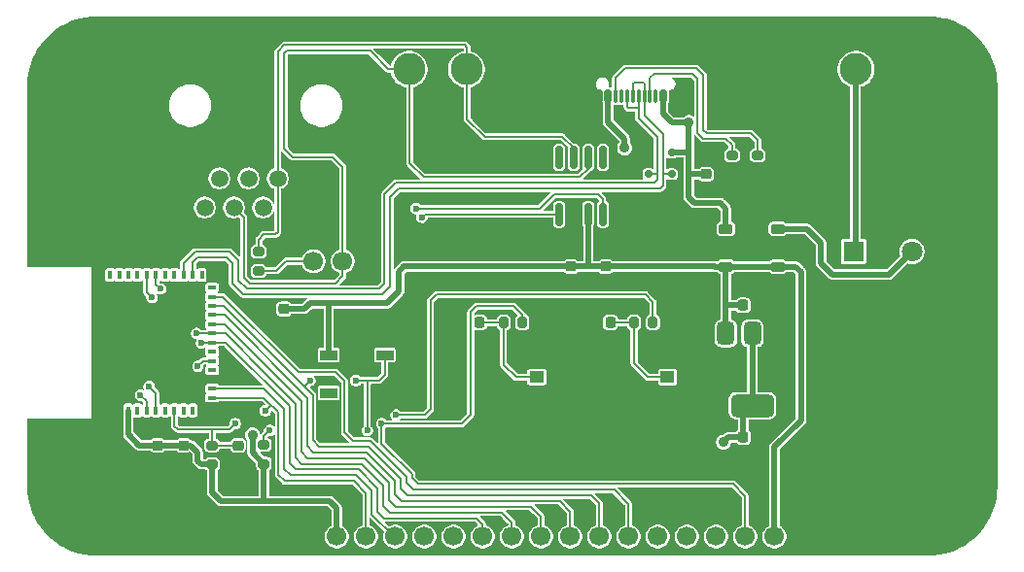
<source format=gbr>
%TF.GenerationSoftware,KiCad,Pcbnew,9.0.4*%
%TF.CreationDate,2025-09-14T05:25:08-04:00*%
%TF.ProjectId,HabitatCAN Dev Board (ESP32),48616269-7461-4744-9341-4e2044657620,3*%
%TF.SameCoordinates,Original*%
%TF.FileFunction,Copper,L1,Top*%
%TF.FilePolarity,Positive*%
%FSLAX46Y46*%
G04 Gerber Fmt 4.6, Leading zero omitted, Abs format (unit mm)*
G04 Created by KiCad (PCBNEW 9.0.4) date 2025-09-14 05:25:08*
%MOMM*%
%LPD*%
G01*
G04 APERTURE LIST*
G04 Aperture macros list*
%AMRoundRect*
0 Rectangle with rounded corners*
0 $1 Rounding radius*
0 $2 $3 $4 $5 $6 $7 $8 $9 X,Y pos of 4 corners*
0 Add a 4 corners polygon primitive as box body*
4,1,4,$2,$3,$4,$5,$6,$7,$8,$9,$2,$3,0*
0 Add four circle primitives for the rounded corners*
1,1,$1+$1,$2,$3*
1,1,$1+$1,$4,$5*
1,1,$1+$1,$6,$7*
1,1,$1+$1,$8,$9*
0 Add four rect primitives between the rounded corners*
20,1,$1+$1,$2,$3,$4,$5,0*
20,1,$1+$1,$4,$5,$6,$7,0*
20,1,$1+$1,$6,$7,$8,$9,0*
20,1,$1+$1,$8,$9,$2,$3,0*%
%AMFreePoly0*
4,1,6,0.725000,-0.725000,-0.725000,-0.725000,-0.725000,0.125000,-0.125000,0.725000,0.725000,0.725000,0.725000,-0.725000,0.725000,-0.725000,$1*%
G04 Aperture macros list end*
%TA.AperFunction,ComponentPad*%
%ADD10C,1.700000*%
%TD*%
%TA.AperFunction,SMDPad,CuDef*%
%ADD11RoundRect,0.200000X0.275000X-0.200000X0.275000X0.200000X-0.275000X0.200000X-0.275000X-0.200000X0*%
%TD*%
%TA.AperFunction,ComponentPad*%
%ADD12C,0.800000*%
%TD*%
%TA.AperFunction,ComponentPad*%
%ADD13C,6.400000*%
%TD*%
%TA.AperFunction,SMDPad,CuDef*%
%ADD14RoundRect,0.225000X0.375000X-0.225000X0.375000X0.225000X-0.375000X0.225000X-0.375000X-0.225000X0*%
%TD*%
%TA.AperFunction,ComponentPad*%
%ADD15RoundRect,0.250001X1.149999X1.149999X-1.149999X1.149999X-1.149999X-1.149999X1.149999X-1.149999X0*%
%TD*%
%TA.AperFunction,ComponentPad*%
%ADD16C,2.800000*%
%TD*%
%TA.AperFunction,SMDPad,CuDef*%
%ADD17RoundRect,0.090000X-0.660000X-0.360000X0.660000X-0.360000X0.660000X0.360000X-0.660000X0.360000X0*%
%TD*%
%TA.AperFunction,SMDPad,CuDef*%
%ADD18RoundRect,0.225000X-0.250000X0.225000X-0.250000X-0.225000X0.250000X-0.225000X0.250000X0.225000X0*%
%TD*%
%TA.AperFunction,SMDPad,CuDef*%
%ADD19RoundRect,0.225000X-0.225000X-0.250000X0.225000X-0.250000X0.225000X0.250000X-0.225000X0.250000X0*%
%TD*%
%TA.AperFunction,ComponentPad*%
%ADD20R,1.800000X1.800000*%
%TD*%
%TA.AperFunction,ComponentPad*%
%ADD21C,1.800000*%
%TD*%
%TA.AperFunction,SMDPad,CuDef*%
%ADD22RoundRect,0.200000X-0.200000X-0.275000X0.200000X-0.275000X0.200000X0.275000X-0.200000X0.275000X0*%
%TD*%
%TA.AperFunction,SMDPad,CuDef*%
%ADD23RoundRect,0.225000X0.250000X-0.225000X0.250000X0.225000X-0.250000X0.225000X-0.250000X-0.225000X0*%
%TD*%
%TA.AperFunction,SMDPad,CuDef*%
%ADD24RoundRect,0.375000X-0.375000X0.625000X-0.375000X-0.625000X0.375000X-0.625000X0.375000X0.625000X0*%
%TD*%
%TA.AperFunction,SMDPad,CuDef*%
%ADD25RoundRect,0.500000X-1.400000X0.500000X-1.400000X-0.500000X1.400000X-0.500000X1.400000X0.500000X0*%
%TD*%
%TA.AperFunction,SMDPad,CuDef*%
%ADD26RoundRect,0.175000X-0.175000X-0.325000X0.175000X-0.325000X0.175000X0.325000X-0.175000X0.325000X0*%
%TD*%
%TA.AperFunction,SMDPad,CuDef*%
%ADD27RoundRect,0.150000X-0.200000X-0.150000X0.200000X-0.150000X0.200000X0.150000X-0.200000X0.150000X0*%
%TD*%
%TA.AperFunction,SMDPad,CuDef*%
%ADD28R,1.250000X1.000000*%
%TD*%
%TA.AperFunction,SMDPad,CuDef*%
%ADD29RoundRect,0.150000X0.150000X0.425000X-0.150000X0.425000X-0.150000X-0.425000X0.150000X-0.425000X0*%
%TD*%
%TA.AperFunction,SMDPad,CuDef*%
%ADD30RoundRect,0.075000X0.075000X0.500000X-0.075000X0.500000X-0.075000X-0.500000X0.075000X-0.500000X0*%
%TD*%
%TA.AperFunction,HeatsinkPad*%
%ADD31O,1.000000X2.100000*%
%TD*%
%TA.AperFunction,HeatsinkPad*%
%ADD32O,1.000000X1.800000*%
%TD*%
%TA.AperFunction,ComponentPad*%
%ADD33R,1.500000X1.500000*%
%TD*%
%TA.AperFunction,ComponentPad*%
%ADD34C,1.500000*%
%TD*%
%TA.AperFunction,SMDPad,CuDef*%
%ADD35R,0.400000X0.800000*%
%TD*%
%TA.AperFunction,SMDPad,CuDef*%
%ADD36R,0.800000X0.400000*%
%TD*%
%TA.AperFunction,SMDPad,CuDef*%
%ADD37FreePoly0,90.000000*%
%TD*%
%TA.AperFunction,SMDPad,CuDef*%
%ADD38R,1.450000X1.450000*%
%TD*%
%TA.AperFunction,SMDPad,CuDef*%
%ADD39R,0.700000X0.700000*%
%TD*%
%TA.AperFunction,SMDPad,CuDef*%
%ADD40RoundRect,0.150000X0.150000X-0.825000X0.150000X0.825000X-0.150000X0.825000X-0.150000X-0.825000X0*%
%TD*%
%TA.AperFunction,ViaPad*%
%ADD41C,0.600000*%
%TD*%
%TA.AperFunction,ViaPad*%
%ADD42C,0.900000*%
%TD*%
%TA.AperFunction,Conductor*%
%ADD43C,0.200000*%
%TD*%
%TA.AperFunction,Conductor*%
%ADD44C,0.500000*%
%TD*%
G04 APERTURE END LIST*
D10*
%TO.P,J1,1,Pin_1*%
%TO.N,GND*%
X116560000Y-126345000D03*
%TO.P,J1,2,Pin_2*%
%TO.N,+3V3*%
X119100000Y-126345000D03*
%TO.P,J1,3,Pin_3*%
%TO.N,GPIO0*%
X121640000Y-126345000D03*
%TO.P,J1,4,Pin_4*%
%TO.N,GPIO1*%
X124180000Y-126345000D03*
%TO.P,J1,5,Pin_5*%
%TO.N,GPIO2*%
X126720000Y-126345000D03*
%TO.P,J1,6,Pin_6*%
%TO.N,GPIO3*%
X129260000Y-126345000D03*
%TO.P,J1,7,Pin_7*%
%TO.N,GPIO4*%
X131800000Y-126345000D03*
%TO.P,J1,8,Pin_8*%
%TO.N,GPIO5*%
X134340000Y-126345000D03*
%TO.P,J1,9,Pin_9*%
%TO.N,GPIO6*%
X136880000Y-126345000D03*
%TO.P,J1,10,Pin_10*%
%TO.N,GPIO7*%
X139420000Y-126345000D03*
%TO.P,J1,11,Pin_11*%
%TO.N,GPIO8*%
X141960000Y-126345000D03*
%TO.P,J1,12,Pin_12*%
%TO.N,GPIO9*%
X144500000Y-126345000D03*
%TO.P,J1,13,Pin_13*%
%TO.N,GPIO10*%
X147040000Y-126345000D03*
%TO.P,J1,14,Pin_14*%
%TO.N,S_TX*%
X149580000Y-126345000D03*
%TO.P,J1,15,Pin_15*%
%TO.N,S_RX*%
X152120000Y-126345000D03*
%TO.P,J1,16,Pin_16*%
%TO.N,EN*%
X154660000Y-126345000D03*
%TO.P,J1,17,Pin_17*%
%TO.N,+5V*%
X157200000Y-126345000D03*
%TO.P,J1,18,Pin_18*%
%TO.N,GND*%
X159740000Y-126345000D03*
%TD*%
D11*
%TO.P,R2,1*%
%TO.N,Net-(JP1-B)*%
X112302944Y-103170000D03*
%TO.P,R2,2*%
%TO.N,CAN_H*%
X112302944Y-101520000D03*
%TD*%
D12*
%TO.P,H2,1,1*%
%TO.N,GND*%
X95745000Y-121997944D03*
X96447944Y-120300888D03*
X96447944Y-123695000D03*
X98145000Y-119597944D03*
D13*
X98145000Y-121997944D03*
D12*
X98145000Y-124397944D03*
X99842056Y-120300888D03*
X99842056Y-123695000D03*
X100545000Y-121997944D03*
%TD*%
D14*
%TO.P,D3,1,K*%
%TO.N,+5V*%
X157500000Y-102812146D03*
%TO.P,D3,2,A*%
%TO.N,Net-(D3-A)*%
X157500000Y-99512146D03*
%TD*%
D15*
%TO.P,J2,1,Pin_1*%
%TO.N,GND*%
X135400000Y-85600000D03*
D16*
%TO.P,J2,2,Pin_2*%
%TO.N,CAN_H*%
X130400000Y-85600000D03*
%TO.P,J2,3,Pin_3*%
%TO.N,CAN_L*%
X125400000Y-85600000D03*
%TD*%
D17*
%TO.P,LED1,1,VDD*%
%TO.N,+5V*%
X118377500Y-110516250D03*
%TO.P,LED1,2,DOUT*%
%TO.N,unconnected-(LED1-DOUT-Pad2)*%
X118377500Y-113816250D03*
%TO.P,LED1,3,VSS*%
%TO.N,GND*%
X123277500Y-113816250D03*
%TO.P,LED1,4,DIN*%
%TO.N,GPIO8*%
X123277500Y-110516250D03*
%TD*%
D18*
%TO.P,C5,1*%
%TO.N,+3V3*%
X103500000Y-118390000D03*
%TO.P,C5,2*%
%TO.N,GND*%
X103500000Y-119940000D03*
%TD*%
D19*
%TO.P,C8,1*%
%TO.N,+5V*%
X154473219Y-106190000D03*
%TO.P,C8,2*%
%TO.N,GND*%
X156023219Y-106190000D03*
%TD*%
D14*
%TO.P,D2,1,K*%
%TO.N,+5V*%
X152961228Y-102812146D03*
%TO.P,D2,2,A*%
%TO.N,/USB C Connector/USB_PWR*%
X152961228Y-99512146D03*
%TD*%
D11*
%TO.P,R4,1*%
%TO.N,+3V3*%
X108250000Y-120040000D03*
%TO.P,R4,2*%
%TO.N,EN*%
X108250000Y-118390000D03*
%TD*%
D12*
%TO.P,H1,1,1*%
%TO.N,GND*%
X95745000Y-87147944D03*
X96447944Y-85450888D03*
X96447944Y-88845000D03*
X98145000Y-84747944D03*
D13*
X98145000Y-87147944D03*
D12*
X98145000Y-89547944D03*
X99842056Y-85450888D03*
X99842056Y-88845000D03*
X100545000Y-87147944D03*
%TD*%
D20*
%TO.P,U4,1,IN*%
%TO.N,+24V*%
X164092247Y-101500000D03*
D21*
%TO.P,U4,2,GND*%
%TO.N,GND*%
X166632247Y-101500000D03*
%TO.P,U4,3,OUT*%
%TO.N,Net-(D3-A)*%
X169172247Y-101500000D03*
%TD*%
D22*
%TO.P,R3,1*%
%TO.N,Net-(C2-Pad2)*%
X144972500Y-107690000D03*
%TO.P,R3,2*%
%TO.N,GPIO0*%
X146622500Y-107690000D03*
%TD*%
D12*
%TO.P,H4,1,1*%
%TO.N,GND*%
X153150000Y-87147056D03*
X153852944Y-85450000D03*
X153852944Y-88844112D03*
X155550000Y-84747056D03*
D13*
X155550000Y-87147056D03*
D12*
X155550000Y-89547056D03*
X157247056Y-85450000D03*
X157247056Y-88844112D03*
X157950000Y-87147056D03*
%TD*%
D23*
%TO.P,C4,1*%
%TO.N,GND*%
X110500000Y-119940000D03*
%TO.P,C4,2*%
%TO.N,EN*%
X110500000Y-118390000D03*
%TD*%
D15*
%TO.P,J4,1,Pin_1*%
%TO.N,GND*%
X169300000Y-85600000D03*
D16*
%TO.P,J4,2,Pin_2*%
%TO.N,+24V*%
X164300000Y-85600000D03*
%TD*%
D10*
%TO.P,JP1,1,A*%
%TO.N,CAN_L*%
X119610444Y-102345000D03*
%TO.P,JP1,2,B*%
%TO.N,Net-(JP1-B)*%
X117070444Y-102345000D03*
%TD*%
D11*
%TO.P,R5,1*%
%TO.N,+3V3*%
X112750000Y-120000000D03*
%TO.P,R5,2*%
%TO.N,GPIO8*%
X112750000Y-118350000D03*
%TD*%
D24*
%TO.P,U2,1,GND*%
%TO.N,GND*%
X157573219Y-108640000D03*
%TO.P,U2,2,VO*%
%TO.N,+3V3*%
X155273219Y-108640000D03*
D25*
X155273219Y-114940000D03*
D24*
%TO.P,U2,3,VI*%
%TO.N,+5V*%
X152973219Y-108640000D03*
%TD*%
D11*
%TO.P,R7,1*%
%TO.N,GND*%
X155750000Y-94750000D03*
%TO.P,R7,2*%
%TO.N,Net-(J5-CC2)*%
X155750000Y-93100000D03*
%TD*%
D26*
%TO.P,D1,1,VN*%
%TO.N,GND*%
X146249987Y-93050000D03*
D27*
%TO.P,D1,2,L1*%
%TO.N,/ESP32/USB_D+*%
X146249987Y-94750000D03*
%TO.P,D1,3,L2*%
%TO.N,/ESP32/USB_D-*%
X148249987Y-94750000D03*
%TO.P,D1,4,L3*%
%TO.N,/USB C Connector/USB_PWR*%
X148249987Y-92850000D03*
%TD*%
D23*
%TO.P,C7,1*%
%TO.N,/USB C Connector/USB_PWR*%
X151249987Y-94750000D03*
%TO.P,C7,2*%
%TO.N,GND*%
X151249987Y-93200000D03*
%TD*%
D28*
%TO.P,SW1,1,1*%
%TO.N,GND*%
X128747500Y-112440000D03*
%TO.P,SW1,2,2*%
%TO.N,Net-(C1-Pad2)*%
X136497500Y-112440000D03*
%TD*%
D18*
%TO.P,C3,1*%
%TO.N,+5V*%
X114500000Y-106500000D03*
%TO.P,C3,2*%
%TO.N,GND*%
X114500000Y-108050000D03*
%TD*%
D29*
%TO.P,J5,A1,GND*%
%TO.N,GND*%
X148318220Y-87958102D03*
%TO.P,J5,A4,VBUS*%
%TO.N,/USB C Connector/USB_PWR*%
X147518220Y-87958102D03*
D30*
%TO.P,J5,A5,CC1*%
%TO.N,Net-(J5-CC1)*%
X146368220Y-87958102D03*
%TO.P,J5,A6,D+*%
%TO.N,/ESP32/USB_D+*%
X145368220Y-87958102D03*
%TO.P,J5,A7,D-*%
%TO.N,/ESP32/USB_D-*%
X144868220Y-87958102D03*
%TO.P,J5,A8,SBU1*%
%TO.N,unconnected-(J5-SBU1-PadA8)*%
X143868220Y-87958102D03*
D29*
%TO.P,J5,A9,VBUS*%
%TO.N,/USB C Connector/USB_PWR*%
X142718220Y-87958102D03*
%TO.P,J5,A12,GND*%
%TO.N,GND*%
X141918220Y-87958102D03*
%TO.P,J5,B1,GND*%
X141918220Y-87958102D03*
%TO.P,J5,B4,VBUS*%
%TO.N,/USB C Connector/USB_PWR*%
X142718220Y-87958102D03*
D30*
%TO.P,J5,B5,CC2*%
%TO.N,Net-(J5-CC2)*%
X143368220Y-87958102D03*
%TO.P,J5,B6,D+*%
%TO.N,/ESP32/USB_D+*%
X144368220Y-87958102D03*
%TO.P,J5,B7,D-*%
%TO.N,/ESP32/USB_D-*%
X145868220Y-87958102D03*
%TO.P,J5,B8,SBU2*%
%TO.N,unconnected-(J5-SBU2-PadB8)*%
X146868220Y-87958102D03*
D29*
%TO.P,J5,B9,VBUS*%
%TO.N,/USB C Connector/USB_PWR*%
X147518220Y-87958102D03*
%TO.P,J5,B12,GND*%
%TO.N,GND*%
X148318220Y-87958102D03*
D31*
%TO.P,J5,S1,SHIELD*%
X149438220Y-87383102D03*
D32*
X149438220Y-83203102D03*
D31*
X140798220Y-87383102D03*
D32*
X140798220Y-83203102D03*
%TD*%
D19*
%TO.P,C2,1*%
%TO.N,GND*%
X141372500Y-107690000D03*
%TO.P,C2,2*%
%TO.N,Net-(C2-Pad2)*%
X142922500Y-107690000D03*
%TD*%
D11*
%TO.P,R6,1*%
%TO.N,GND*%
X153500000Y-94750000D03*
%TO.P,R6,2*%
%TO.N,Net-(J5-CC1)*%
X153500000Y-93100000D03*
%TD*%
D19*
%TO.P,C1,1*%
%TO.N,GND*%
X129970000Y-107690000D03*
%TO.P,C1,2*%
%TO.N,Net-(C1-Pad2)*%
X131520000Y-107690000D03*
%TD*%
D12*
%TO.P,H3,1,1*%
%TO.N,GND*%
X168199758Y-121997944D03*
X168902702Y-120300888D03*
X168902702Y-123695000D03*
X170599758Y-119597944D03*
D13*
X170599758Y-121997944D03*
D12*
X170599758Y-124397944D03*
X172296814Y-120300888D03*
X172296814Y-123695000D03*
X172999758Y-121997944D03*
%TD*%
D18*
%TO.P,C6,1*%
%TO.N,+3V3*%
X105750000Y-118390000D03*
%TO.P,C6,2*%
%TO.N,GND*%
X105750000Y-119940000D03*
%TD*%
D22*
%TO.P,R1,1*%
%TO.N,Net-(C1-Pad2)*%
X133620000Y-107690000D03*
%TO.P,R1,2*%
%TO.N,EN*%
X135270000Y-107690000D03*
%TD*%
D23*
%TO.P,C11,1*%
%TO.N,+5V*%
X142500000Y-102800000D03*
%TO.P,C11,2*%
%TO.N,GND*%
X142500000Y-101250000D03*
%TD*%
%TO.P,C10,1*%
%TO.N,+5V*%
X139500000Y-102800000D03*
%TO.P,C10,2*%
%TO.N,GND*%
X139500000Y-101250000D03*
%TD*%
D33*
%TO.P,J3,1*%
%TO.N,GND*%
X116492944Y-95118412D03*
D34*
%TO.P,J3,2*%
X115222944Y-97658412D03*
%TO.P,J3,3*%
%TO.N,CAN_H*%
X113952944Y-95118412D03*
%TO.P,J3,4*%
%TO.N,+24V*%
X112682944Y-97658412D03*
%TO.P,J3,5*%
X111412944Y-95118412D03*
%TO.P,J3,6*%
%TO.N,CAN_L*%
X110142944Y-97658412D03*
%TO.P,J3,7*%
%TO.N,unconnected-(J3-Pad7)*%
X108872944Y-95118412D03*
%TO.P,J3,8*%
%TO.N,unconnected-(J3-Pad8)*%
X107602944Y-97658412D03*
%TD*%
D28*
%TO.P,SW2,1,1*%
%TO.N,GND*%
X140125000Y-112440000D03*
%TO.P,SW2,2,2*%
%TO.N,Net-(C2-Pad2)*%
X147875000Y-112440000D03*
%TD*%
D35*
%TO.P,U1,1,GND*%
%TO.N,GND*%
X99350000Y-115340000D03*
%TO.P,U1,2,GND*%
X100150000Y-115340000D03*
%TO.P,U1,3,3V3*%
%TO.N,+3V3*%
X100950000Y-115340000D03*
%TO.P,U1,4,NC*%
%TO.N,unconnected-(U1-NC-Pad4)*%
X101750000Y-115340000D03*
%TO.P,U1,5,GPIO2/ADC1_CH2*%
%TO.N,GPIO2*%
X102550000Y-115340000D03*
%TO.P,U1,6,GPIO3/ADC1_CH3*%
%TO.N,GPIO3*%
X103350000Y-115340000D03*
%TO.P,U1,7,NC*%
%TO.N,unconnected-(U1-NC-Pad7)*%
X104150000Y-115340000D03*
%TO.P,U1,8,EN/CHIP_PU*%
%TO.N,EN*%
X104950000Y-115340000D03*
%TO.P,U1,9,NC*%
%TO.N,unconnected-(U1-NC-Pad9)*%
X105750000Y-115340000D03*
%TO.P,U1,10,NC*%
%TO.N,unconnected-(U1-NC-Pad10)*%
X106550000Y-115340000D03*
%TO.P,U1,11,GND*%
%TO.N,GND*%
X107350000Y-115340000D03*
D36*
%TO.P,U1,12,GPIO0/ADC1_CH0/XTAL_32K_P*%
%TO.N,GPIO0*%
X108250000Y-114240000D03*
%TO.P,U1,13,GPIO1/ADC1_CH1/XTAL_32K_N*%
%TO.N,GPIO1*%
X108250000Y-113440000D03*
%TO.P,U1,14,GND*%
%TO.N,GND*%
X108250000Y-112640000D03*
%TO.P,U1,15,NC*%
%TO.N,unconnected-(U1-NC-Pad15)*%
X108250000Y-111840000D03*
%TO.P,U1,16,GPIO10*%
%TO.N,GPIO10*%
X108250000Y-111040000D03*
%TO.P,U1,17,NC*%
%TO.N,unconnected-(U1-NC-Pad17)*%
X108250000Y-110240000D03*
%TO.P,U1,18,GPIO4/ADC1_CH4*%
%TO.N,GPIO4*%
X108250000Y-109440000D03*
%TO.P,U1,19,GPIO5/ADC2_CH0*%
%TO.N,GPIO5*%
X108250000Y-108640000D03*
%TO.P,U1,20,GPIO6*%
%TO.N,GPIO6*%
X108250000Y-107840000D03*
%TO.P,U1,21,GPIO7*%
%TO.N,GPIO7*%
X108250000Y-107040000D03*
%TO.P,U1,22,GPIO8*%
%TO.N,GPIO8*%
X108250000Y-106240000D03*
%TO.P,U1,23,GPIO9*%
%TO.N,GPIO9*%
X108250000Y-105440000D03*
%TO.P,U1,24,NC*%
%TO.N,unconnected-(U1-NC-Pad24)*%
X108250000Y-104640000D03*
D35*
%TO.P,U1,25,NC*%
%TO.N,unconnected-(U1-NC-Pad25)*%
X107350000Y-103540000D03*
%TO.P,U1,26,GPIO18/USB_D-*%
%TO.N,/ESP32/USB_D-*%
X106550000Y-103540000D03*
%TO.P,U1,27,GPIO19/USB_D+*%
%TO.N,/ESP32/USB_D+*%
X105750000Y-103540000D03*
%TO.P,U1,28,NC*%
%TO.N,unconnected-(U1-NC-Pad28)*%
X104950000Y-103540000D03*
%TO.P,U1,29,NC*%
%TO.N,unconnected-(U1-NC-Pad29)*%
X104150000Y-103540000D03*
%TO.P,U1,30,GPIO20/U0RXD*%
%TO.N,S_RX*%
X103350000Y-103540000D03*
%TO.P,U1,31,GPIO21/U0TXD*%
%TO.N,S_TX*%
X102550000Y-103540000D03*
%TO.P,U1,32,NC*%
%TO.N,unconnected-(U1-NC-Pad32)*%
X101750000Y-103540000D03*
%TO.P,U1,33,NC*%
%TO.N,unconnected-(U1-NC-Pad33)*%
X100950000Y-103540000D03*
%TO.P,U1,34,NC*%
%TO.N,unconnected-(U1-NC-Pad34)*%
X100150000Y-103540000D03*
%TO.P,U1,35,NC*%
%TO.N,unconnected-(U1-NC-Pad35)*%
X99350000Y-103540000D03*
D36*
%TO.P,U1,36,GND*%
%TO.N,GND*%
X98450000Y-104640000D03*
%TO.P,U1,37,GND*%
X98450000Y-105440000D03*
%TO.P,U1,38,GND*%
X98450000Y-106240000D03*
%TO.P,U1,39,GND*%
X98450000Y-107040000D03*
%TO.P,U1,40,GND*%
X98450000Y-107840000D03*
%TO.P,U1,41,GND*%
X98450000Y-108640000D03*
%TO.P,U1,42,GND*%
X98450000Y-109440000D03*
%TO.P,U1,43,GND*%
X98450000Y-110240000D03*
%TO.P,U1,44,GND*%
X98450000Y-111040000D03*
%TO.P,U1,45,GND*%
X98450000Y-111840000D03*
%TO.P,U1,46,GND*%
X98450000Y-112640000D03*
%TO.P,U1,47,GND*%
X98450000Y-113440000D03*
%TO.P,U1,48,GND*%
X98450000Y-114240000D03*
D37*
%TO.P,U1,49,GND*%
X101375000Y-111415000D03*
D38*
X103350000Y-111415000D03*
X105325000Y-111415000D03*
X101375000Y-109440000D03*
X103350000Y-109440000D03*
X105325000Y-109440000D03*
X101375000Y-107465000D03*
X103350000Y-107465000D03*
X105325000Y-107465000D03*
D39*
%TO.P,U1,50,GND*%
X98400000Y-103490000D03*
%TO.P,U1,51,GND*%
X108300000Y-103490000D03*
%TO.P,U1,52,GND*%
X108300000Y-115390000D03*
%TO.P,U1,53,GND*%
X98400000Y-115390000D03*
%TD*%
D40*
%TO.P,U3,1,TXD*%
%TO.N,GPIO5*%
X138440000Y-98250000D03*
%TO.P,U3,2,GND*%
%TO.N,GND*%
X139710000Y-98250000D03*
%TO.P,U3,3,VCC*%
%TO.N,+5V*%
X140980000Y-98250000D03*
%TO.P,U3,4,RXD*%
%TO.N,GPIO4*%
X142250000Y-98250000D03*
%TO.P,U3,5,NC*%
%TO.N,unconnected-(U3-NC-Pad5)*%
X142250000Y-93300000D03*
%TO.P,U3,6,CANL*%
%TO.N,CAN_L*%
X140980000Y-93300000D03*
%TO.P,U3,7,CANH*%
%TO.N,CAN_H*%
X139710000Y-93300000D03*
%TO.P,U3,8,S*%
%TO.N,/TJA1051/S*%
X138440000Y-93300000D03*
%TD*%
D19*
%TO.P,C9,1*%
%TO.N,+3V3*%
X154473219Y-117690000D03*
%TO.P,C9,2*%
%TO.N,GND*%
X156023219Y-117690000D03*
%TD*%
D41*
%TO.N,GND*%
X121920000Y-95885000D03*
X121920000Y-99695000D03*
X120967500Y-89535000D03*
X115570000Y-85407500D03*
X118500000Y-117750000D03*
X120967500Y-85407500D03*
%TO.N,EN*%
X123000000Y-116500000D03*
X110250000Y-116500000D03*
D42*
%TO.N,+3V3*%
X111760000Y-117475000D03*
X152760719Y-118110000D03*
D41*
%TO.N,GPIO4*%
X107327853Y-109479737D03*
X126000000Y-97750000D03*
%TO.N,GPIO3*%
X102750000Y-113250000D03*
%TO.N,S_TX*%
X103000000Y-105500000D03*
%TO.N,GPIO8*%
X116750000Y-112750000D03*
X113250000Y-117100000D03*
X121750000Y-117100000D03*
X120750000Y-112750000D03*
%TO.N,GPIO5*%
X106890014Y-108640014D03*
X126500000Y-98500000D03*
%TO.N,GPIO2*%
X102000000Y-114000000D03*
%TO.N,GPIO10*%
X107000000Y-111500000D03*
%TO.N,S_RX*%
X103750000Y-104750000D03*
%TO.N,GPIO0*%
X124250000Y-115750000D03*
X112875000Y-115375000D03*
D42*
%TO.N,/USB C Connector/USB_PWR*%
X149749987Y-90250002D03*
X144150000Y-92450000D03*
%TD*%
D43*
%TO.N,Net-(C1-Pad2)*%
X133619996Y-111370000D02*
X134690000Y-112439999D01*
X133620000Y-107690000D02*
X131520000Y-107690000D01*
X133619996Y-111370000D02*
X133620000Y-107690000D01*
X134690000Y-112439999D02*
X136497500Y-112440000D01*
%TO.N,Net-(C2-Pad2)*%
X144972499Y-111222499D02*
X146190004Y-112439989D01*
X146190004Y-112439989D02*
X147875000Y-112440000D01*
X144972500Y-107690000D02*
X142922500Y-107690000D01*
X144972499Y-111222499D02*
X144972500Y-107690000D01*
%TO.N,EN*%
X153570007Y-121749980D02*
X154659999Y-122840000D01*
X130749988Y-106749995D02*
X130750023Y-115750008D01*
X123000000Y-116500000D02*
X123000000Y-118249998D01*
X126149980Y-121749980D02*
X153570007Y-121749980D01*
X108250000Y-117000000D02*
X109749998Y-116999999D01*
X108250000Y-117000000D02*
X105250009Y-116999977D01*
X129999989Y-116499977D02*
X130750023Y-115750008D01*
X110250000Y-116500000D02*
X109749998Y-116999999D01*
X125650000Y-120899998D02*
X125650000Y-121250000D01*
X108250000Y-118390000D02*
X108250000Y-117000000D01*
X135269981Y-107020008D02*
X135270000Y-107690000D01*
X123000000Y-118249998D02*
X125650000Y-120899998D01*
X104949977Y-116700008D02*
X104950000Y-115340000D01*
X134499994Y-106250008D02*
X135269981Y-107020008D01*
X108250000Y-118390000D02*
X110500000Y-118390000D01*
X154659999Y-122840000D02*
X154660000Y-126345000D01*
X131249984Y-106249962D02*
X130749988Y-106749995D01*
X129999989Y-116499977D02*
X123000000Y-116500000D01*
X105250009Y-116999977D02*
X104949977Y-116700008D01*
X134499994Y-106250008D02*
X131249984Y-106249962D01*
X125650000Y-121250000D02*
X126149980Y-121749980D01*
D44*
%TO.N,+3V3*%
X154473219Y-117690000D02*
X154473219Y-115740000D01*
X100950013Y-117449993D02*
X101890002Y-118389994D01*
X100950013Y-117449993D02*
X100950000Y-115340000D01*
X108249978Y-122500007D02*
X108250000Y-120040000D01*
X112750000Y-123250000D02*
X109000009Y-123249976D01*
X103500000Y-118390000D02*
X105430000Y-118390000D01*
X155273219Y-114940000D02*
X155273219Y-108640000D01*
X107289992Y-120040019D02*
X107000029Y-119749987D01*
X106390003Y-118389990D02*
X105430000Y-118390000D01*
X153180721Y-117690003D02*
X152760719Y-118110000D01*
X111759979Y-119010008D02*
X111760000Y-117475000D01*
X118499998Y-123250000D02*
X112750000Y-123250000D01*
X112750000Y-120000000D02*
X111759979Y-119010008D01*
X103500000Y-118390000D02*
X101890002Y-118389994D01*
X154473214Y-117689996D02*
X153180721Y-117690003D01*
X119099999Y-123850000D02*
X119100000Y-126345000D01*
X154473219Y-115740000D02*
X155273219Y-114940000D01*
X118499998Y-123250000D02*
X119099999Y-123850000D01*
X109000009Y-123249976D02*
X108249978Y-122500007D01*
X107289992Y-120040019D02*
X108250000Y-120040000D01*
X107000016Y-118999992D02*
X106390003Y-118389990D01*
X107000029Y-119749987D02*
X107000016Y-118999992D01*
X112750000Y-120000000D02*
X112750000Y-123250000D01*
%TO.N,+5V*%
X118250000Y-106000000D02*
X123499999Y-106000000D01*
X118377498Y-106127500D02*
X118377499Y-110435374D01*
X152000005Y-102799987D02*
X152006073Y-102806073D01*
X123499999Y-106000000D02*
X124500003Y-105000001D01*
X152006073Y-102806073D02*
X152012146Y-102812146D01*
X153033208Y-106189973D02*
X152973219Y-106250000D01*
X159499986Y-103250006D02*
X159062151Y-102812133D01*
X157500000Y-102812146D02*
X159062151Y-102812133D01*
X152012146Y-102812146D02*
X152957689Y-102827690D01*
X159499977Y-116249990D02*
X159499986Y-103250006D01*
X152973230Y-104299992D02*
X152973224Y-105599997D01*
X116250007Y-106500020D02*
X116749985Y-105999964D01*
X157200001Y-118550000D02*
X157200000Y-126345000D01*
X152973230Y-104299992D02*
X152957689Y-102827690D01*
X118250000Y-106000000D02*
X118377498Y-106127500D01*
X152973219Y-106250000D02*
X152973219Y-108640000D01*
X152973224Y-105599997D02*
X152973219Y-106250000D01*
X157200001Y-118550000D02*
X159499977Y-116249990D01*
X124500002Y-103250000D02*
X124950001Y-102800001D01*
X141000000Y-98270000D02*
X141000000Y-102750000D01*
X124500003Y-105000001D02*
X124500002Y-103250000D01*
X142500013Y-102799987D02*
X152000005Y-102799987D01*
X153033208Y-106189973D02*
X154473219Y-106190000D01*
X152012146Y-102812146D02*
X157500000Y-102812146D01*
X142500000Y-102800000D02*
X139500000Y-102800000D01*
X124950001Y-102800001D02*
X141250000Y-102800000D01*
X116250007Y-106500020D02*
X114500000Y-106500000D01*
X118250000Y-106000000D02*
X116749985Y-105999964D01*
%TO.N,+24V*%
X164092247Y-101500000D02*
X164250000Y-101342247D01*
X164250000Y-101342247D02*
X164250000Y-85595000D01*
%TO.N,Net-(D3-A)*%
X161249998Y-102500001D02*
X161250010Y-100749996D01*
X167172252Y-103500013D02*
X162250000Y-103499999D01*
X160012139Y-99512162D02*
X161250010Y-100749996D01*
X162250000Y-103499999D02*
X161249998Y-102500001D01*
X167172252Y-103500013D02*
X169172247Y-101500000D01*
X160012139Y-99512162D02*
X157500000Y-99512146D01*
D43*
%TO.N,/ESP32/USB_D+*%
X124249998Y-95499996D02*
X123250000Y-96499999D01*
X107650198Y-101499991D02*
X108586904Y-101499991D01*
X123249963Y-104249983D02*
X122749990Y-104749978D01*
X146999987Y-94750000D02*
X146249987Y-94750000D01*
X145000005Y-89000000D02*
X145368224Y-89000000D01*
X145368220Y-87958102D02*
X145368224Y-89000000D01*
X109749990Y-101499991D02*
X108586904Y-101499991D01*
X106750012Y-101499991D02*
X107650198Y-101499991D01*
X132069457Y-95499999D02*
X125754246Y-95499997D01*
X110499999Y-102250000D02*
X109749990Y-101499991D01*
X146999972Y-95249992D02*
X146749975Y-95500000D01*
X144368241Y-88868205D02*
X144368220Y-87958102D01*
X145368224Y-89868224D02*
X146999987Y-91499987D01*
X123250000Y-96499999D02*
X123249963Y-104249983D01*
X144368241Y-88868205D02*
X144500010Y-88999986D01*
X122749990Y-104749978D02*
X111250009Y-104749976D01*
X146999987Y-91499987D02*
X146999987Y-94750000D01*
X146999987Y-94750000D02*
X146999972Y-95249992D01*
X111250009Y-104749976D02*
X110499979Y-104000007D01*
X105750000Y-103540000D02*
X105750002Y-102500001D01*
X105750002Y-102500001D02*
X106750012Y-101499991D01*
X145368224Y-89000000D02*
X145368224Y-89868224D01*
X146749975Y-95500000D02*
X133891669Y-95500000D01*
X133891669Y-95500000D02*
X132069457Y-95499999D01*
X125754246Y-95499997D02*
X124249998Y-95499996D01*
X110499979Y-104000007D02*
X110499999Y-102250000D01*
X145000005Y-89000000D02*
X144500010Y-88999986D01*
%TO.N,/ESP32/USB_D-*%
X147499987Y-91249987D02*
X147499987Y-94750000D01*
X123750023Y-96750009D02*
X124499991Y-95999977D01*
X145000010Y-86750009D02*
X144868217Y-86881784D01*
X133918394Y-95999989D02*
X147249981Y-95999989D01*
X107831497Y-101999991D02*
X109500010Y-101999971D01*
X145868220Y-87958102D02*
X145868207Y-89131778D01*
X124499991Y-95999977D02*
X124500003Y-95999989D01*
X109500010Y-101999971D02*
X109999999Y-102500000D01*
X145868207Y-89618207D02*
X147499987Y-91249987D01*
X109999999Y-102500000D02*
X109999977Y-104283558D01*
X147249981Y-95999989D02*
X147499970Y-95749991D01*
X110966459Y-105249978D02*
X123067095Y-105249992D01*
X124500003Y-95999989D02*
X133918394Y-95999989D01*
X107000001Y-102000001D02*
X107831497Y-101999991D01*
X145000010Y-86750009D02*
X145750005Y-86749997D01*
X123749987Y-104567093D02*
X123750023Y-96750009D01*
X106550002Y-102450000D02*
X107000001Y-102000001D01*
X147499970Y-95749991D02*
X147499987Y-94750000D01*
X145750005Y-86749997D02*
X145868215Y-86868217D01*
X144868217Y-86881784D02*
X144868220Y-87958102D01*
X123067095Y-105249992D02*
X123749987Y-104567093D01*
X106550000Y-103540000D02*
X106550002Y-102450000D01*
X147499987Y-94750000D02*
X148249987Y-94750000D01*
X145868220Y-87958102D02*
X145868215Y-86868217D01*
X145868207Y-89131778D02*
X145868207Y-89618207D01*
X109999977Y-104283558D02*
X110966459Y-105249978D01*
%TO.N,GPIO6*%
X109340003Y-107840052D02*
X109340003Y-107839989D01*
X123650000Y-123200000D02*
X123650000Y-121649978D01*
X110499965Y-109000014D02*
X109340003Y-107840052D01*
X136879998Y-124630000D02*
X135999991Y-123750018D01*
X135999991Y-123750018D02*
X124200018Y-123750018D01*
X116000021Y-118950021D02*
X116000021Y-114499990D01*
X113249997Y-111749997D02*
X110500014Y-109000014D01*
X136880000Y-126345000D02*
X136879998Y-124630000D01*
X124200018Y-123750018D02*
X123650000Y-123200000D01*
X109339992Y-107840000D02*
X108250000Y-107840000D01*
X123650000Y-121649978D02*
X121500005Y-119499983D01*
X116549983Y-119499983D02*
X116000021Y-118950021D01*
X113249997Y-111750003D02*
X113249997Y-111749997D01*
X116000021Y-114499990D02*
X113249997Y-111750003D01*
X121500005Y-119499983D02*
X116549983Y-119499983D01*
X109340003Y-107839989D02*
X109339992Y-107840000D01*
X110500014Y-109000014D02*
X110499965Y-109000014D01*
%TO.N,GPIO1*%
X122150000Y-124400004D02*
X122150000Y-122350000D01*
X120800000Y-121000000D02*
X115050000Y-121000000D01*
X124094998Y-126345002D02*
X122150000Y-124400004D01*
X114500000Y-120450000D02*
X114500000Y-115250003D01*
X114500000Y-115250003D02*
X112689998Y-113440001D01*
X112689998Y-113440001D02*
X108250000Y-113440000D01*
X122150000Y-122350000D02*
X120800000Y-121000000D01*
X115050000Y-121000000D02*
X114500000Y-120450000D01*
%TO.N,GPIO4*%
X109449228Y-109440000D02*
X115000000Y-114990772D01*
X107367594Y-109440009D02*
X108249991Y-109440009D01*
X122650000Y-122150000D02*
X122650000Y-124200000D01*
X136749999Y-97749998D02*
X138000000Y-96500001D01*
X126000000Y-97750000D02*
X136749999Y-97749998D01*
X115550000Y-120500000D02*
X121000000Y-120500000D01*
X121000000Y-120500000D02*
X122650000Y-122150000D01*
X131799998Y-125300000D02*
X131800000Y-126345000D01*
X138000000Y-96500001D02*
X138500000Y-96500000D01*
X142250000Y-96900000D02*
X142250000Y-98250000D01*
X141850000Y-96500000D02*
X142250000Y-96900000D01*
X123199995Y-124749995D02*
X131250000Y-124749995D01*
X107327853Y-109479737D02*
X107367594Y-109440009D01*
X115000000Y-114990772D02*
X115000000Y-119950000D01*
X131250000Y-124749995D02*
X131799998Y-125300000D01*
X122650000Y-124200000D02*
X123199995Y-124749995D01*
X108250000Y-109440000D02*
X109449228Y-109440000D01*
X138500000Y-96500000D02*
X141850000Y-96500000D01*
X115000000Y-119950000D02*
X115550000Y-120500000D01*
%TO.N,GPIO3*%
X102750000Y-113250000D02*
X103349998Y-113850000D01*
X103349998Y-113850000D02*
X103350000Y-115340000D01*
%TO.N,S_TX*%
X103000000Y-105500000D02*
X102550001Y-105049998D01*
X102550001Y-105049998D02*
X102550000Y-103540000D01*
%TO.N,GPIO9*%
X143249996Y-122250006D02*
X144499999Y-123500000D01*
X144499999Y-123500000D02*
X144500000Y-126345000D01*
X119749999Y-112750000D02*
X119749977Y-117250008D01*
X125150000Y-121650000D02*
X125750006Y-122250006D01*
X109190000Y-105440000D02*
X115749986Y-111999986D01*
X120500009Y-117999976D02*
X121999997Y-118000004D01*
X121999997Y-118000004D02*
X125150000Y-121150007D01*
X119000004Y-111999986D02*
X119749999Y-112750000D01*
X115749986Y-111999986D02*
X119000004Y-111999986D01*
X119749977Y-117250008D02*
X120500009Y-117999976D01*
X125750006Y-122250006D02*
X143249996Y-122250006D01*
X108250000Y-105440000D02*
X109190000Y-105440000D01*
X125150000Y-121150007D02*
X125150000Y-121650000D01*
%TO.N,GPIO8*%
X141959998Y-123460000D02*
X141249990Y-122750021D01*
X116750000Y-112750000D02*
X116250000Y-113250000D01*
X108250000Y-106240000D02*
X109240005Y-106240000D01*
X141960000Y-126345000D02*
X141959998Y-123460000D01*
X121750000Y-112750000D02*
X122749998Y-112749999D01*
X121750000Y-117100000D02*
X121750000Y-112750000D01*
X109240005Y-106240000D02*
X113750000Y-110749995D01*
X113750000Y-110749995D02*
X116250000Y-113250000D01*
X116999998Y-117949998D02*
X116999998Y-114000000D01*
X121850016Y-118500016D02*
X117550016Y-118500016D01*
X112750001Y-117600000D02*
X113250000Y-117100000D01*
X141249990Y-122750021D02*
X125250021Y-122750021D01*
X117550016Y-118500016D02*
X116999998Y-117949998D01*
X120750000Y-112750000D02*
X121750000Y-112750000D01*
X116999998Y-114000000D02*
X116250000Y-113250000D01*
X112750001Y-117600000D02*
X112750000Y-118350000D01*
X122749998Y-112749999D02*
X123277499Y-112222498D01*
X124649000Y-121299000D02*
X121850016Y-118500016D01*
X125250021Y-122750021D02*
X124649000Y-122149000D01*
X124649000Y-122149000D02*
X124649000Y-121299000D01*
X123277499Y-112222498D02*
X123277500Y-110516250D01*
%TO.N,GPIO5*%
X115499998Y-114750000D02*
X115499998Y-119449998D01*
X133499994Y-124250012D02*
X134339999Y-125090000D01*
X123150000Y-121899988D02*
X123150000Y-123700000D01*
X112999990Y-112250021D02*
X115499998Y-114750000D01*
X121250002Y-119999990D02*
X123150000Y-121899988D01*
X126500000Y-98500000D02*
X126750008Y-98250019D01*
X109390012Y-108640014D02*
X112999990Y-112249992D01*
X123700012Y-124250012D02*
X133499994Y-124250012D01*
X134339999Y-125090000D02*
X134340000Y-126345000D01*
X112999990Y-112249992D02*
X112999990Y-112250021D01*
X106890014Y-108640014D02*
X109390012Y-108640014D01*
X126750008Y-98250019D02*
X138439981Y-98250019D01*
X115499998Y-119449998D02*
X116049990Y-119999990D01*
X123150000Y-123700000D02*
X123700012Y-124250012D01*
X116049990Y-119999990D02*
X121250002Y-119999990D01*
%TO.N,GPIO2*%
X102549998Y-114550000D02*
X102550000Y-115340000D01*
X102549998Y-114550000D02*
X102000000Y-114000000D01*
%TO.N,GPIO10*%
X107460009Y-111040019D02*
X108250000Y-111040000D01*
X107460009Y-111040019D02*
X107000000Y-111500000D01*
%TO.N,S_RX*%
X103750000Y-104750000D02*
X103349972Y-104350010D01*
X103349972Y-104350010D02*
X103350000Y-103540000D01*
%TO.N,GPIO7*%
X116499997Y-114250000D02*
X109289998Y-107040000D01*
X124699983Y-123249983D02*
X124150000Y-122700000D01*
X116499997Y-118449997D02*
X116499997Y-114250000D01*
X121682891Y-119000018D02*
X117050018Y-119000018D01*
X139419999Y-124170000D02*
X138500005Y-123249983D01*
X124150000Y-122700000D02*
X124150000Y-121467127D01*
X139420000Y-126345000D02*
X139419999Y-124170000D01*
X117050018Y-119000018D02*
X116499997Y-118449997D01*
X124150000Y-121467127D02*
X121682891Y-119000018D01*
X138500005Y-123249983D02*
X124699983Y-123249983D01*
X109289998Y-107040000D02*
X108250000Y-107040000D01*
%TO.N,GPIO0*%
X114000000Y-120950000D02*
X114000000Y-115499994D01*
X127249988Y-105749995D02*
X127749983Y-105249960D01*
X112875000Y-115375000D02*
X113375002Y-114874998D01*
X127249963Y-115249983D02*
X126750005Y-115750016D01*
X126750005Y-115750016D02*
X124250000Y-115750000D01*
X146622498Y-105872500D02*
X146622500Y-107690000D01*
X111500000Y-114240000D02*
X108250000Y-114240000D01*
X120550000Y-121500000D02*
X114550000Y-121500000D01*
X145999995Y-105250010D02*
X146622498Y-105872500D01*
X121640000Y-126345000D02*
X121640000Y-122590000D01*
X114550000Y-121500000D02*
X114000000Y-120950000D01*
X127749983Y-105249960D02*
X145999995Y-105250010D01*
X112740001Y-114239995D02*
X111500000Y-114240000D01*
X121640000Y-122590000D02*
X120550000Y-121500000D01*
X114000000Y-115499994D02*
X112740001Y-114239995D01*
X127249988Y-105749995D02*
X127249963Y-115249983D01*
%TO.N,CAN_L*%
X140249999Y-94999997D02*
X126645860Y-94999997D01*
X123594997Y-85595006D02*
X121999997Y-84000003D01*
X119610441Y-103639554D02*
X119610444Y-102345000D01*
X118999994Y-104249990D02*
X111499995Y-104250011D01*
X115250009Y-93249976D02*
X118749999Y-93250000D01*
X140249999Y-94999997D02*
X140980000Y-94269998D01*
X118999994Y-104249990D02*
X119610441Y-103639554D01*
X121999997Y-84000003D02*
X114750008Y-84000019D01*
X110999959Y-103750015D02*
X111499995Y-104250011D01*
X114750008Y-84000019D02*
X114499977Y-84249991D01*
X140980000Y-94269998D02*
X140980000Y-93300000D01*
X125447925Y-93802062D02*
X125447870Y-85595074D01*
X114499977Y-84249991D02*
X114499976Y-92500008D01*
X126645860Y-94999997D02*
X125447925Y-93802062D01*
X118749999Y-93250000D02*
X119610456Y-94110439D01*
X119610456Y-94110439D02*
X119610444Y-102345000D01*
X125447870Y-85595074D02*
X123594997Y-85595006D01*
X110999994Y-98515471D02*
X110142944Y-97658412D01*
X114499976Y-92500008D02*
X115250009Y-93249976D01*
X110999994Y-98515471D02*
X110999959Y-103750015D01*
%TO.N,CAN_H*%
X114499991Y-83499977D02*
X113952921Y-84047046D01*
X131999989Y-91500028D02*
X138749972Y-91500028D01*
X130447925Y-89947951D02*
X131999989Y-91500028D01*
X138749972Y-91500028D02*
X138749996Y-91500004D01*
X113749993Y-99999987D02*
X112749994Y-99999983D01*
X112749994Y-99999983D02*
X112302923Y-100447047D01*
X114499991Y-83499977D02*
X130250015Y-83499961D01*
X130250015Y-83499961D02*
X130447932Y-83697949D01*
X113952921Y-84047046D02*
X113952944Y-95118412D01*
X113952979Y-99797069D02*
X113952944Y-95118412D01*
X139709985Y-92460006D02*
X138749996Y-91500005D01*
X112302923Y-100447047D02*
X112302944Y-101520000D01*
X130447944Y-85595000D02*
X130447925Y-89947951D01*
X113749993Y-99999987D02*
X113952979Y-99797069D01*
X130447932Y-83697949D02*
X130447944Y-85595000D01*
%TO.N,Net-(J5-CC1)*%
X153500000Y-92200000D02*
X153500000Y-93100000D01*
X150500000Y-86450000D02*
X150500000Y-91150000D01*
X152950000Y-91650000D02*
X153500000Y-92200000D01*
X146750018Y-86000031D02*
X150050000Y-86000000D01*
X146368235Y-86381791D02*
X146750018Y-86000031D01*
X151000000Y-91650000D02*
X152950000Y-91650000D01*
X150050000Y-86000000D02*
X150500000Y-86450000D01*
X150500000Y-91150000D02*
X151000000Y-91650000D01*
X146368220Y-87958102D02*
X146368235Y-86381791D01*
%TO.N,Net-(J5-CC2)*%
X155150000Y-91200000D02*
X155750000Y-91800000D01*
X155750000Y-91800000D02*
X155750000Y-93100000D01*
X151000000Y-86100000D02*
X151000000Y-90900000D01*
X143368220Y-87958102D02*
X143368215Y-86368217D01*
X151000000Y-90900000D02*
X151300000Y-91200000D01*
X143368215Y-86368217D02*
X144236432Y-85500000D01*
X151300000Y-91200000D02*
X155150000Y-91200000D01*
X150400000Y-85500000D02*
X151000000Y-86100000D01*
X144236432Y-85500000D02*
X150400000Y-85500000D01*
%TO.N,Net-(JP1-B)*%
X114655011Y-102345026D02*
X113830001Y-103170007D01*
X113830001Y-103170007D02*
X112302944Y-103170000D01*
X114655011Y-102345026D02*
X117070444Y-102345000D01*
D44*
%TO.N,/USB C Connector/USB_PWR*%
X152961247Y-97750000D02*
X152500000Y-97288753D01*
X152500000Y-97288753D02*
X152500000Y-97250000D01*
X149749987Y-92857290D02*
X149749987Y-94750000D01*
X149744518Y-92851822D02*
X149742702Y-92849985D01*
X149749987Y-92857290D02*
X149744518Y-92851822D01*
X144150000Y-91649976D02*
X142718220Y-90218196D01*
X148249987Y-92850000D02*
X149740119Y-92850000D01*
X149749987Y-94750000D02*
X151249987Y-94750000D01*
X148250033Y-90250002D02*
X147500022Y-89499991D01*
X150249966Y-97250000D02*
X149749971Y-96750005D01*
X147500022Y-89499991D02*
X147500006Y-87976317D01*
X149740119Y-92850000D02*
X149742702Y-92849985D01*
X142718220Y-90218196D02*
X142718220Y-87958102D01*
X149749971Y-96750005D02*
X149749987Y-94750000D01*
X144150000Y-92450000D02*
X144150000Y-91649976D01*
X149749987Y-90250002D02*
X149749987Y-92857290D01*
X149749987Y-90250002D02*
X148250033Y-90250002D01*
X152961233Y-97750014D02*
X152961247Y-97750000D01*
X152500000Y-97250000D02*
X150249966Y-97250000D01*
X152961233Y-99411225D02*
X152961233Y-97750014D01*
%TD*%
%TA.AperFunction,Conductor*%
%TO.N,GND*%
G36*
X118889882Y-112314838D02*
G01*
X118889883Y-112314838D01*
X119017726Y-112442685D01*
X119435146Y-112860116D01*
X119449497Y-112894764D01*
X119449477Y-117125530D01*
X119449477Y-117210450D01*
X119449475Y-117210459D01*
X119449477Y-117237101D01*
X119449477Y-117289577D01*
X119457385Y-117319087D01*
X119457386Y-117319089D01*
X119457387Y-117319090D01*
X119469899Y-117365791D01*
X119469947Y-117365977D01*
X119470004Y-117366108D01*
X119470374Y-117366724D01*
X119478050Y-117380017D01*
X119478051Y-117380021D01*
X119478052Y-117380021D01*
X119499678Y-117417479D01*
X119509517Y-117434519D01*
X119509522Y-117434526D01*
X119533230Y-117458232D01*
X119533229Y-117458232D01*
X119533231Y-117458233D01*
X119568245Y-117493247D01*
X119568261Y-117493259D01*
X120155193Y-118080142D01*
X120190920Y-118115866D01*
X120205273Y-118150514D01*
X120190923Y-118185163D01*
X120156275Y-118199516D01*
X117694783Y-118199516D01*
X117660135Y-118185164D01*
X117314850Y-117839879D01*
X117300498Y-117805231D01*
X117300498Y-113960436D01*
X117280158Y-113884529D01*
X117280157Y-113884527D01*
X117280020Y-113884012D01*
X117240459Y-113815489D01*
X116837849Y-113412879D01*
X117427000Y-113412879D01*
X117427000Y-114219617D01*
X117427001Y-114219624D01*
X117429818Y-114243913D01*
X117473687Y-114343267D01*
X117550482Y-114420062D01*
X117649835Y-114463931D01*
X117649841Y-114463933D01*
X117674109Y-114466748D01*
X117674110Y-114466748D01*
X117674127Y-114466750D01*
X119080872Y-114466749D01*
X119105162Y-114463932D01*
X119204516Y-114420063D01*
X119281313Y-114343266D01*
X119325182Y-114243912D01*
X119325182Y-114243910D01*
X119325183Y-114243908D01*
X119327998Y-114219640D01*
X119327997Y-114219640D01*
X119328000Y-114219623D01*
X119327999Y-113412878D01*
X119325182Y-113388588D01*
X119281313Y-113289234D01*
X119281312Y-113289233D01*
X119281312Y-113289232D01*
X119204517Y-113212437D01*
X119204518Y-113212437D01*
X119105164Y-113168568D01*
X119105158Y-113168566D01*
X119080890Y-113165751D01*
X119080875Y-113165750D01*
X119080873Y-113165750D01*
X119080870Y-113165750D01*
X117674132Y-113165750D01*
X117674125Y-113165751D01*
X117649836Y-113168568D01*
X117550482Y-113212437D01*
X117473687Y-113289232D01*
X117429818Y-113388585D01*
X117429816Y-113388591D01*
X117427001Y-113412859D01*
X117427000Y-113412879D01*
X116837849Y-113412879D01*
X116759118Y-113334148D01*
X116744766Y-113299500D01*
X116759118Y-113264852D01*
X116793766Y-113250500D01*
X116815895Y-113250500D01*
X116815895Y-113250499D01*
X116943186Y-113216392D01*
X117057314Y-113150500D01*
X117150500Y-113057314D01*
X117216392Y-112943186D01*
X117250499Y-112815895D01*
X117250500Y-112815895D01*
X117250500Y-112684105D01*
X117250499Y-112684104D01*
X117243292Y-112657207D01*
X117216392Y-112556814D01*
X117216391Y-112556813D01*
X117216391Y-112556811D01*
X117150499Y-112442685D01*
X117091948Y-112384134D01*
X117077596Y-112349486D01*
X117091948Y-112314838D01*
X117126596Y-112300486D01*
X118855234Y-112300486D01*
X118889882Y-112314838D01*
G37*
%TD.AperFunction*%
%TA.AperFunction,Conductor*%
G36*
X121889877Y-84314854D02*
G01*
X123375520Y-85800500D01*
X123410477Y-85835459D01*
X123410481Y-85835461D01*
X123410486Y-85835466D01*
X123410499Y-85835473D01*
X123410759Y-85835662D01*
X123411719Y-85836178D01*
X123440228Y-85852637D01*
X123440231Y-85852639D01*
X123478997Y-85875023D01*
X123479002Y-85875025D01*
X123479008Y-85875026D01*
X123479009Y-85875027D01*
X123505807Y-85882207D01*
X123505808Y-85882208D01*
X123513051Y-85884149D01*
X123555424Y-85895505D01*
X123555431Y-85895505D01*
X123555435Y-85895506D01*
X123583023Y-85895506D01*
X123583033Y-85895506D01*
X123784506Y-85895512D01*
X123819153Y-85909865D01*
X123832900Y-85936845D01*
X123838910Y-85974785D01*
X123838911Y-85974788D01*
X123838912Y-85974792D01*
X123916759Y-86214380D01*
X124022847Y-86422589D01*
X124031130Y-86438845D01*
X124128930Y-86573456D01*
X124179208Y-86642657D01*
X124179212Y-86642662D01*
X124357338Y-86820788D01*
X124357342Y-86820791D01*
X124357344Y-86820793D01*
X124561155Y-86968870D01*
X124785621Y-87083241D01*
X125025215Y-87161090D01*
X125106045Y-87173892D01*
X125138022Y-87193487D01*
X125147380Y-87222289D01*
X125147424Y-93841625D01*
X125167904Y-93918051D01*
X125167905Y-93918055D01*
X125207466Y-93986575D01*
X125235441Y-94014549D01*
X126336741Y-95115849D01*
X126351093Y-95150497D01*
X126336741Y-95185145D01*
X126302093Y-95199497D01*
X125793808Y-95199497D01*
X124289559Y-95199496D01*
X124210435Y-95199496D01*
X124210433Y-95199496D01*
X124163667Y-95212028D01*
X124163666Y-95212028D01*
X124134010Y-95219974D01*
X124134006Y-95219975D01*
X124065486Y-95259536D01*
X124065486Y-95259537D01*
X123009541Y-96315486D01*
X123009536Y-96315492D01*
X122969978Y-96384012D01*
X122969975Y-96384018D01*
X122955836Y-96436789D01*
X122955836Y-96436790D01*
X122949499Y-96460434D01*
X122949463Y-104105219D01*
X122935112Y-104139866D01*
X122639867Y-104435124D01*
X122605219Y-104449477D01*
X119343777Y-104449477D01*
X119309129Y-104435125D01*
X119294777Y-104400477D01*
X119309129Y-104365829D01*
X119309129Y-104365828D01*
X119560988Y-104113973D01*
X119850900Y-103824067D01*
X119890462Y-103755544D01*
X119910941Y-103679118D01*
X119910941Y-103599995D01*
X119910941Y-103390323D01*
X119925293Y-103355675D01*
X119941186Y-103345055D01*
X120108042Y-103275941D01*
X120280099Y-103160977D01*
X120426421Y-103014655D01*
X120541385Y-102842598D01*
X120620574Y-102651420D01*
X120660944Y-102448465D01*
X120660944Y-102241535D01*
X120620574Y-102038580D01*
X120541385Y-101847402D01*
X120426421Y-101675345D01*
X120280099Y-101529023D01*
X120108042Y-101414059D01*
X120108040Y-101414058D01*
X119941193Y-101344947D01*
X119914675Y-101318428D01*
X119910945Y-101299677D01*
X119910945Y-101077553D01*
X119910956Y-94070877D01*
X119890477Y-93994450D01*
X119850916Y-93925928D01*
X119850915Y-93925927D01*
X119850914Y-93925925D01*
X118948856Y-93023886D01*
X118948856Y-93023885D01*
X118948855Y-93023885D01*
X118934512Y-93009541D01*
X118934509Y-93009539D01*
X118934508Y-93009538D01*
X118934507Y-93009537D01*
X118893524Y-92985877D01*
X118893524Y-92985876D01*
X118893522Y-92985876D01*
X118866004Y-92969988D01*
X118866001Y-92969986D01*
X118865990Y-92969980D01*
X118865988Y-92969979D01*
X118865984Y-92969977D01*
X118865983Y-92969976D01*
X118865980Y-92969975D01*
X118827038Y-92959541D01*
X118827037Y-92959541D01*
X118789563Y-92949500D01*
X118789563Y-92949499D01*
X115394768Y-92949477D01*
X115360122Y-92935127D01*
X114939028Y-92514069D01*
X114814829Y-92389880D01*
X114800476Y-92355232D01*
X114800476Y-88647124D01*
X115912444Y-88647124D01*
X115912444Y-88889700D01*
X115944106Y-89130201D01*
X115944107Y-89130205D01*
X115944108Y-89130212D01*
X116006888Y-89364507D01*
X116006890Y-89364513D01*
X116099720Y-89588625D01*
X116221006Y-89798698D01*
X116221016Y-89798713D01*
X116368674Y-89991144D01*
X116368684Y-89991156D01*
X116540199Y-90162671D01*
X116540211Y-90162681D01*
X116732642Y-90310339D01*
X116732651Y-90310345D01*
X116732655Y-90310348D01*
X116942732Y-90431636D01*
X117166844Y-90524466D01*
X117166848Y-90524467D01*
X117401143Y-90587247D01*
X117401144Y-90587247D01*
X117401155Y-90587250D01*
X117641656Y-90618912D01*
X117641660Y-90618912D01*
X117884228Y-90618912D01*
X117884232Y-90618912D01*
X118124733Y-90587250D01*
X118359044Y-90524466D01*
X118583156Y-90431636D01*
X118793233Y-90310348D01*
X118985682Y-90162677D01*
X119157209Y-89991150D01*
X119285866Y-89823481D01*
X119304871Y-89798713D01*
X119304872Y-89798710D01*
X119304880Y-89798701D01*
X119426168Y-89588624D01*
X119518998Y-89364512D01*
X119581782Y-89130201D01*
X119613444Y-88889700D01*
X119613444Y-88647124D01*
X119581782Y-88406623D01*
X119518998Y-88172312D01*
X119426168Y-87948200D01*
X119304880Y-87738123D01*
X119304877Y-87738119D01*
X119304871Y-87738110D01*
X119157213Y-87545679D01*
X119157203Y-87545667D01*
X118985688Y-87374152D01*
X118985676Y-87374142D01*
X118793245Y-87226484D01*
X118793230Y-87226474D01*
X118583156Y-87105188D01*
X118583157Y-87105188D01*
X118359045Y-87012358D01*
X118359039Y-87012356D01*
X118124744Y-86949576D01*
X118124737Y-86949575D01*
X118124733Y-86949574D01*
X117884232Y-86917912D01*
X117641656Y-86917912D01*
X117401155Y-86949574D01*
X117401151Y-86949574D01*
X117401143Y-86949576D01*
X117166848Y-87012356D01*
X117166842Y-87012358D01*
X116942730Y-87105188D01*
X116732657Y-87226474D01*
X116732642Y-87226484D01*
X116540211Y-87374142D01*
X116540199Y-87374152D01*
X116368684Y-87545667D01*
X116368674Y-87545679D01*
X116221016Y-87738110D01*
X116221006Y-87738125D01*
X116099720Y-87948198D01*
X116006890Y-88172310D01*
X116006888Y-88172316D01*
X115944108Y-88406611D01*
X115944106Y-88406619D01*
X115944106Y-88406623D01*
X115912444Y-88647124D01*
X114800476Y-88647124D01*
X114800476Y-84394782D01*
X114800477Y-84394779D01*
X114800476Y-84394777D01*
X114807492Y-84377845D01*
X114814828Y-84360134D01*
X114814832Y-84360130D01*
X114860109Y-84314863D01*
X114860131Y-84314855D01*
X114894748Y-84300517D01*
X121855230Y-84300503D01*
X121889877Y-84314854D01*
G37*
%TD.AperFunction*%
%TA.AperFunction,Conductor*%
G36*
X149939880Y-86314851D02*
G01*
X149939882Y-86314853D01*
X150185148Y-86560119D01*
X150199500Y-86594767D01*
X150199500Y-89676335D01*
X150185148Y-89710983D01*
X150150500Y-89725335D01*
X150123278Y-89717077D01*
X150058114Y-89673537D01*
X149939729Y-89624500D01*
X149939724Y-89624499D01*
X149814059Y-89599502D01*
X149814056Y-89599502D01*
X149685918Y-89599502D01*
X149685914Y-89599502D01*
X149560249Y-89624499D01*
X149560244Y-89624500D01*
X149441861Y-89673536D01*
X149335318Y-89744725D01*
X149294894Y-89785150D01*
X149260246Y-89799502D01*
X148456933Y-89799502D01*
X148422285Y-89785150D01*
X147964871Y-89327737D01*
X147950519Y-89293091D01*
X147950512Y-88614955D01*
X147957238Y-88594016D01*
X147955635Y-88593233D01*
X147977940Y-88547604D01*
X148008793Y-88484495D01*
X148018720Y-88416362D01*
X148018720Y-87507602D01*
X148033072Y-87472954D01*
X148067720Y-87458602D01*
X148083989Y-87458602D01*
X148083989Y-87458601D01*
X148230355Y-87419383D01*
X148361585Y-87343617D01*
X148468735Y-87236467D01*
X148544501Y-87105237D01*
X148583719Y-86958871D01*
X148583720Y-86958871D01*
X148583720Y-86807333D01*
X148583719Y-86807332D01*
X148575432Y-86776405D01*
X148544501Y-86660967D01*
X148544500Y-86660966D01*
X148544500Y-86660964D01*
X148493976Y-86573456D01*
X148468735Y-86529737D01*
X148361585Y-86422587D01*
X148308531Y-86391956D01*
X148308521Y-86391950D01*
X148285690Y-86362197D01*
X148290586Y-86325015D01*
X148320339Y-86302184D01*
X148333016Y-86300515D01*
X149905234Y-86300501D01*
X149939880Y-86314851D01*
G37*
%TD.AperFunction*%
%TA.AperFunction,Conductor*%
G36*
X170533860Y-80998443D02*
G01*
X170533861Y-80998444D01*
X170598798Y-80998444D01*
X170600720Y-80998481D01*
X171068553Y-81016866D01*
X171072372Y-81017167D01*
X171536389Y-81072091D01*
X171540150Y-81072687D01*
X171919666Y-81148180D01*
X171998414Y-81163845D01*
X172002155Y-81164743D01*
X172118991Y-81197694D01*
X172451859Y-81291575D01*
X172455488Y-81292754D01*
X172893843Y-81454474D01*
X172897397Y-81455946D01*
X173321715Y-81651561D01*
X173325133Y-81653302D01*
X173713979Y-81871068D01*
X173732794Y-81881605D01*
X173736072Y-81883613D01*
X174124570Y-82143202D01*
X174127665Y-82145450D01*
X174228133Y-82224653D01*
X174494591Y-82434713D01*
X174497516Y-82437211D01*
X174644573Y-82573149D01*
X174840625Y-82754378D01*
X174843319Y-82757072D01*
X175070519Y-83002855D01*
X175160489Y-83100184D01*
X175162986Y-83103108D01*
X175286297Y-83259527D01*
X175452243Y-83470027D01*
X175454500Y-83473133D01*
X175714079Y-83861618D01*
X175714089Y-83861632D01*
X175716099Y-83864913D01*
X175944388Y-84272553D01*
X175946135Y-84275980D01*
X176141753Y-84700303D01*
X176143225Y-84703858D01*
X176304940Y-85142198D01*
X176306129Y-85145857D01*
X176432956Y-85595546D01*
X176433854Y-85599287D01*
X176525009Y-86057532D01*
X176525611Y-86061332D01*
X176580531Y-86525321D01*
X176580833Y-86529157D01*
X176599220Y-86997030D01*
X176599258Y-86998954D01*
X176599258Y-121996987D01*
X176599220Y-121998911D01*
X176580838Y-122466737D01*
X176580536Y-122470572D01*
X176525620Y-122934561D01*
X176525018Y-122938361D01*
X176433867Y-123396605D01*
X176432969Y-123400347D01*
X176306143Y-123850039D01*
X176304954Y-123853698D01*
X176143238Y-124292045D01*
X176141766Y-124295599D01*
X175946155Y-124719915D01*
X175944408Y-124723344D01*
X175716115Y-125130989D01*
X175714105Y-125134269D01*
X175454527Y-125522755D01*
X175452266Y-125525868D01*
X175162999Y-125892802D01*
X175160500Y-125895727D01*
X174843351Y-126238817D01*
X174840630Y-126241538D01*
X174497540Y-126558687D01*
X174494615Y-126561186D01*
X174127681Y-126850454D01*
X174124568Y-126852715D01*
X173736082Y-127112293D01*
X173732802Y-127114303D01*
X173325157Y-127342596D01*
X173321728Y-127344343D01*
X172897413Y-127539955D01*
X172893859Y-127541427D01*
X172455512Y-127703143D01*
X172451853Y-127704332D01*
X172002161Y-127831158D01*
X171998419Y-127832056D01*
X171540175Y-127923207D01*
X171536375Y-127923809D01*
X171072386Y-127978726D01*
X171068551Y-127979028D01*
X170600826Y-127997406D01*
X170598902Y-127997444D01*
X98145957Y-127997444D01*
X98144033Y-127997406D01*
X97676207Y-127979025D01*
X97672372Y-127978723D01*
X97208385Y-127923806D01*
X97204587Y-127923204D01*
X97068532Y-127896141D01*
X96746342Y-127832053D01*
X96742601Y-127831155D01*
X96292911Y-127704329D01*
X96289252Y-127703140D01*
X95850907Y-127541425D01*
X95847353Y-127539953D01*
X95539303Y-127397939D01*
X95423041Y-127344341D01*
X95419622Y-127342599D01*
X95030776Y-127124833D01*
X95011963Y-127114297D01*
X95008683Y-127112287D01*
X94816262Y-126983715D01*
X94620192Y-126852704D01*
X94617084Y-126850446D01*
X94607126Y-126842596D01*
X94504461Y-126761660D01*
X94250168Y-126561190D01*
X94247243Y-126558692D01*
X93904148Y-126241536D01*
X93901427Y-126238815D01*
X93589700Y-125901588D01*
X93584273Y-125895716D01*
X93581776Y-125892793D01*
X93292521Y-125525871D01*
X93290260Y-125522759D01*
X93290257Y-125522755D01*
X93074684Y-125200122D01*
X93030682Y-125134267D01*
X93028672Y-125130986D01*
X92940762Y-124974010D01*
X92800376Y-124723330D01*
X92798636Y-124719915D01*
X92603020Y-124295583D01*
X92601555Y-124292045D01*
X92439838Y-123853683D01*
X92438659Y-123850055D01*
X92311832Y-123400347D01*
X92310937Y-123396622D01*
X92308429Y-123384015D01*
X92219783Y-122938342D01*
X92219184Y-122934551D01*
X92218109Y-122925471D01*
X92164271Y-122470564D01*
X92163970Y-122466739D01*
X92162829Y-122437696D01*
X92155377Y-122247963D01*
X92145538Y-121997475D01*
X92145500Y-121995552D01*
X92145500Y-121992767D01*
X92145501Y-121932056D01*
X92145500Y-121932052D01*
X92145500Y-116088083D01*
X92159852Y-116053435D01*
X92194500Y-116039083D01*
X92328787Y-116039083D01*
X92331001Y-116040000D01*
X92350000Y-116040000D01*
X97750000Y-116040000D01*
X97750000Y-115280690D01*
X100499500Y-115280690D01*
X100499512Y-117509304D01*
X100513188Y-117560338D01*
X100513215Y-117560438D01*
X100530213Y-117623877D01*
X100530214Y-117623879D01*
X100530215Y-117623882D01*
X100530488Y-117624354D01*
X100541604Y-117643608D01*
X100589517Y-117726598D01*
X100589520Y-117726602D01*
X100589522Y-117726605D01*
X101613386Y-118750482D01*
X101613390Y-118750484D01*
X101613391Y-118750485D01*
X101643903Y-118768101D01*
X101716113Y-118809792D01*
X101737442Y-118815507D01*
X101830690Y-118840494D01*
X101830697Y-118840494D01*
X102857321Y-118840496D01*
X102891967Y-118854848D01*
X102900977Y-118867248D01*
X102901472Y-118868220D01*
X102901475Y-118868223D01*
X102996779Y-118963527D01*
X102996786Y-118963532D01*
X103116870Y-119024717D01*
X103116874Y-119024719D01*
X103216512Y-119040500D01*
X103216514Y-119040500D01*
X103783486Y-119040500D01*
X103783488Y-119040500D01*
X103883126Y-119024719D01*
X103950285Y-118990500D01*
X104003213Y-118963532D01*
X104003215Y-118963530D01*
X104003220Y-118963528D01*
X104098528Y-118868220D01*
X104098532Y-118868213D01*
X104099021Y-118867254D01*
X104099571Y-118866784D01*
X104100798Y-118865096D01*
X104101203Y-118865390D01*
X104127539Y-118842898D01*
X104142680Y-118840500D01*
X105107320Y-118840500D01*
X105141968Y-118854852D01*
X105150979Y-118867254D01*
X105151468Y-118868215D01*
X105151472Y-118868220D01*
X105246779Y-118963527D01*
X105246786Y-118963532D01*
X105366870Y-119024717D01*
X105366874Y-119024719D01*
X105466512Y-119040500D01*
X105466514Y-119040500D01*
X106033486Y-119040500D01*
X106033488Y-119040500D01*
X106133126Y-119024719D01*
X106253220Y-118963528D01*
X106255179Y-118961568D01*
X106289825Y-118947214D01*
X106324475Y-118961562D01*
X106324478Y-118961565D01*
X106535167Y-119172248D01*
X106549519Y-119206896D01*
X106549528Y-119675471D01*
X106549529Y-119757511D01*
X106549523Y-119809243D01*
X106549529Y-119809269D01*
X106549530Y-119809304D01*
X106549603Y-119809580D01*
X106549604Y-119809582D01*
X106564759Y-119866133D01*
X106564760Y-119866141D01*
X106564761Y-119866141D01*
X106580212Y-119923831D01*
X106580228Y-119923871D01*
X106608419Y-119972697D01*
X106608422Y-119972703D01*
X106639504Y-120026554D01*
X106639541Y-120026602D01*
X106677689Y-120064749D01*
X106677693Y-120064753D01*
X106927200Y-120314320D01*
X106929493Y-120316614D01*
X106929508Y-120316639D01*
X106967851Y-120354980D01*
X107013335Y-120400475D01*
X107013337Y-120400476D01*
X107013338Y-120400477D01*
X107013381Y-120400510D01*
X107060540Y-120427737D01*
X107060542Y-120427737D01*
X107116055Y-120459797D01*
X107116057Y-120459797D01*
X107116065Y-120459802D01*
X107116098Y-120459816D01*
X107116111Y-120459819D01*
X107116114Y-120459821D01*
X107144895Y-120467532D01*
X107174456Y-120475453D01*
X107174463Y-120475454D01*
X107230629Y-120490511D01*
X107230630Y-120490511D01*
X107230680Y-120490516D01*
X107230692Y-120490520D01*
X107296094Y-120490518D01*
X107349247Y-120490525D01*
X107349274Y-120490517D01*
X107638822Y-120490511D01*
X107673469Y-120504861D01*
X107673471Y-120504863D01*
X107736657Y-120568049D01*
X107736660Y-120568051D01*
X107772739Y-120586434D01*
X107797096Y-120614952D01*
X107799494Y-120630094D01*
X107799481Y-122063836D01*
X107799478Y-122440708D01*
X107799476Y-122440716D01*
X107799477Y-122481599D01*
X107799477Y-122559312D01*
X107799480Y-122559326D01*
X107799481Y-122559335D01*
X107812086Y-122606372D01*
X107812110Y-122606460D01*
X107812109Y-122606461D01*
X107830178Y-122673895D01*
X107830219Y-122673992D01*
X107830553Y-122674547D01*
X107868093Y-122739562D01*
X107889487Y-122776617D01*
X107889491Y-122776621D01*
X107889500Y-122776636D01*
X107945788Y-122832920D01*
X107973362Y-122860494D01*
X107973367Y-122860497D01*
X107975075Y-122862205D01*
X107975078Y-122862208D01*
X108696943Y-123584012D01*
X108696942Y-123584012D01*
X108696944Y-123584013D01*
X108723394Y-123610463D01*
X108723398Y-123610465D01*
X108723410Y-123610477D01*
X108723434Y-123610491D01*
X108723681Y-123610669D01*
X108724584Y-123611155D01*
X108782356Y-123644506D01*
X108825910Y-123669652D01*
X108825910Y-123669653D01*
X108826109Y-123669769D01*
X108826116Y-123669771D01*
X108826120Y-123669774D01*
X108826124Y-123669774D01*
X108826132Y-123669778D01*
X108826139Y-123669782D01*
X108826150Y-123669785D01*
X108826292Y-123669840D01*
X108827076Y-123670033D01*
X108870361Y-123681628D01*
X108870364Y-123681630D01*
X108870365Y-123681629D01*
X108940697Y-123700476D01*
X108940708Y-123700476D01*
X108940714Y-123700476D01*
X108940718Y-123700477D01*
X108965761Y-123700476D01*
X112686740Y-123700498D01*
X112686748Y-123700500D01*
X112690691Y-123700500D01*
X112809306Y-123700500D01*
X112809309Y-123700500D01*
X118293099Y-123700500D01*
X118327747Y-123714852D01*
X118635147Y-124022251D01*
X118649499Y-124056899D01*
X118649499Y-125361809D01*
X118635147Y-125396457D01*
X118619252Y-125407079D01*
X118602404Y-125414058D01*
X118602402Y-125414059D01*
X118568914Y-125436435D01*
X118430345Y-125529022D01*
X118284022Y-125675345D01*
X118169058Y-125847403D01*
X118089871Y-126038576D01*
X118089869Y-126038582D01*
X118059523Y-126191142D01*
X118049500Y-126241535D01*
X118049500Y-126448465D01*
X118089870Y-126651420D01*
X118169059Y-126842598D01*
X118284023Y-127014655D01*
X118430345Y-127160977D01*
X118602402Y-127275941D01*
X118793580Y-127355130D01*
X118996535Y-127395500D01*
X118996538Y-127395500D01*
X119203462Y-127395500D01*
X119203465Y-127395500D01*
X119406420Y-127355130D01*
X119597598Y-127275941D01*
X119769655Y-127160977D01*
X119915977Y-127014655D01*
X120030941Y-126842598D01*
X120110130Y-126651420D01*
X120150500Y-126448465D01*
X120150500Y-126241535D01*
X120110130Y-126038580D01*
X120030941Y-125847402D01*
X119915977Y-125675345D01*
X119769655Y-125529023D01*
X119764933Y-125525868D01*
X119631086Y-125436435D01*
X119597598Y-125414059D01*
X119597593Y-125414057D01*
X119580747Y-125407079D01*
X119554229Y-125380560D01*
X119550499Y-125361809D01*
X119550499Y-123790688D01*
X119526323Y-123700464D01*
X119519799Y-123676115D01*
X119519797Y-123676110D01*
X119470011Y-123589881D01*
X119460488Y-123573386D01*
X118776612Y-122889510D01*
X118673884Y-122830201D01*
X118673791Y-122830176D01*
X118673776Y-122830171D01*
X118559310Y-122799500D01*
X118559307Y-122799500D01*
X113249500Y-122799500D01*
X113214852Y-122785148D01*
X113200500Y-122750500D01*
X113200500Y-120590096D01*
X113214852Y-120555448D01*
X113227250Y-120546439D01*
X113263342Y-120528050D01*
X113353050Y-120438342D01*
X113372325Y-120400513D01*
X113410644Y-120325309D01*
X113410644Y-120325307D01*
X113410646Y-120325304D01*
X113425500Y-120231519D01*
X113425499Y-119768482D01*
X113410646Y-119674696D01*
X113353054Y-119561664D01*
X113353049Y-119561657D01*
X113263342Y-119471950D01*
X113263335Y-119471945D01*
X113150308Y-119414355D01*
X113150305Y-119414354D01*
X113150304Y-119414354D01*
X113056519Y-119399500D01*
X113056517Y-119399500D01*
X112806892Y-119399500D01*
X112772244Y-119385149D01*
X112421233Y-119034148D01*
X112406881Y-118999500D01*
X112421232Y-118964851D01*
X112455877Y-118950499D01*
X113056518Y-118950499D01*
X113150304Y-118935646D01*
X113211387Y-118904522D01*
X113263335Y-118878054D01*
X113263337Y-118878052D01*
X113263342Y-118878050D01*
X113353050Y-118788342D01*
X113357282Y-118780037D01*
X113410644Y-118675309D01*
X113410644Y-118675307D01*
X113410646Y-118675304D01*
X113425500Y-118581519D01*
X113425499Y-118118482D01*
X113410646Y-118024696D01*
X113353054Y-117911664D01*
X113353049Y-117911657D01*
X113263342Y-117821950D01*
X113263335Y-117821945D01*
X113150308Y-117764355D01*
X113150305Y-117764354D01*
X113150304Y-117764354D01*
X113124696Y-117760298D01*
X113111747Y-117752363D01*
X113097714Y-117746550D01*
X113096166Y-117742814D01*
X113092721Y-117740703D01*
X113089175Y-117725935D01*
X113083363Y-117711902D01*
X113084909Y-117708167D01*
X113083966Y-117704237D01*
X113097712Y-117677257D01*
X113160119Y-117614850D01*
X113194766Y-117600500D01*
X113315895Y-117600500D01*
X113315895Y-117600499D01*
X113443186Y-117566392D01*
X113557314Y-117500500D01*
X113615852Y-117441962D01*
X113650500Y-117427610D01*
X113685148Y-117441962D01*
X113699500Y-117476610D01*
X113699500Y-120989563D01*
X113719978Y-121065987D01*
X113719979Y-121065991D01*
X113759248Y-121134005D01*
X113759250Y-121134015D01*
X113759253Y-121134014D01*
X113759540Y-121134511D01*
X114309540Y-121684511D01*
X114365489Y-121740460D01*
X114434011Y-121780021D01*
X114469478Y-121789524D01*
X114510436Y-121800500D01*
X114510438Y-121800500D01*
X114589562Y-121800500D01*
X120405233Y-121800500D01*
X120439881Y-121814852D01*
X121325148Y-122700119D01*
X121339500Y-122734767D01*
X121339500Y-125299677D01*
X121325148Y-125334325D01*
X121309252Y-125344947D01*
X121142403Y-125414058D01*
X120970345Y-125529022D01*
X120824022Y-125675345D01*
X120709058Y-125847403D01*
X120629871Y-126038576D01*
X120629869Y-126038582D01*
X120599523Y-126191142D01*
X120589500Y-126241535D01*
X120589500Y-126448465D01*
X120629870Y-126651420D01*
X120709059Y-126842598D01*
X120824023Y-127014655D01*
X120970345Y-127160977D01*
X121142402Y-127275941D01*
X121333580Y-127355130D01*
X121536535Y-127395500D01*
X121536538Y-127395500D01*
X121743462Y-127395500D01*
X121743465Y-127395500D01*
X121946420Y-127355130D01*
X122137598Y-127275941D01*
X122309655Y-127160977D01*
X122455977Y-127014655D01*
X122570941Y-126842598D01*
X122650130Y-126651420D01*
X122690500Y-126448465D01*
X122690500Y-126241535D01*
X122650130Y-126038580D01*
X122570941Y-125847402D01*
X122455977Y-125675345D01*
X122309655Y-125529023D01*
X122304933Y-125525868D01*
X122171086Y-125436435D01*
X122137598Y-125414059D01*
X122137593Y-125414057D01*
X121970748Y-125344947D01*
X121944230Y-125318428D01*
X121940500Y-125299677D01*
X121940500Y-124733771D01*
X121954852Y-124699123D01*
X121989500Y-124684771D01*
X122024148Y-124699123D01*
X123203462Y-125878437D01*
X123217814Y-125913085D01*
X123214084Y-125931836D01*
X123169870Y-126038578D01*
X123169870Y-126038579D01*
X123149685Y-126140057D01*
X123129500Y-126241535D01*
X123129500Y-126448465D01*
X123169870Y-126651420D01*
X123249059Y-126842598D01*
X123364023Y-127014655D01*
X123510345Y-127160977D01*
X123682402Y-127275941D01*
X123873580Y-127355130D01*
X124076535Y-127395500D01*
X124076538Y-127395500D01*
X124283462Y-127395500D01*
X124283465Y-127395500D01*
X124486420Y-127355130D01*
X124677598Y-127275941D01*
X124849655Y-127160977D01*
X124995977Y-127014655D01*
X125110941Y-126842598D01*
X125190130Y-126651420D01*
X125230500Y-126448465D01*
X125230500Y-126241535D01*
X125669500Y-126241535D01*
X125669500Y-126448465D01*
X125709870Y-126651420D01*
X125789059Y-126842598D01*
X125904023Y-127014655D01*
X126050345Y-127160977D01*
X126222402Y-127275941D01*
X126413580Y-127355130D01*
X126616535Y-127395500D01*
X126616538Y-127395500D01*
X126823462Y-127395500D01*
X126823465Y-127395500D01*
X127026420Y-127355130D01*
X127217598Y-127275941D01*
X127389655Y-127160977D01*
X127535977Y-127014655D01*
X127650941Y-126842598D01*
X127730130Y-126651420D01*
X127770500Y-126448465D01*
X127770500Y-126241535D01*
X128209500Y-126241535D01*
X128209500Y-126448465D01*
X128249870Y-126651420D01*
X128329059Y-126842598D01*
X128444023Y-127014655D01*
X128590345Y-127160977D01*
X128762402Y-127275941D01*
X128953580Y-127355130D01*
X129156535Y-127395500D01*
X129156538Y-127395500D01*
X129363462Y-127395500D01*
X129363465Y-127395500D01*
X129566420Y-127355130D01*
X129757598Y-127275941D01*
X129929655Y-127160977D01*
X130075977Y-127014655D01*
X130190941Y-126842598D01*
X130270130Y-126651420D01*
X130310500Y-126448465D01*
X130310500Y-126241535D01*
X130270130Y-126038580D01*
X130190941Y-125847402D01*
X130075977Y-125675345D01*
X129929655Y-125529023D01*
X129924933Y-125525868D01*
X129791086Y-125436435D01*
X129757598Y-125414059D01*
X129757596Y-125414058D01*
X129566423Y-125334871D01*
X129566417Y-125334869D01*
X129483755Y-125318427D01*
X129363465Y-125294500D01*
X129156535Y-125294500D01*
X129055520Y-125314592D01*
X128953582Y-125334869D01*
X128953576Y-125334871D01*
X128762403Y-125414058D01*
X128590345Y-125529022D01*
X128444022Y-125675345D01*
X128329058Y-125847403D01*
X128249871Y-126038576D01*
X128249869Y-126038582D01*
X128219523Y-126191142D01*
X128209500Y-126241535D01*
X127770500Y-126241535D01*
X127730130Y-126038580D01*
X127650941Y-125847402D01*
X127535977Y-125675345D01*
X127389655Y-125529023D01*
X127384933Y-125525868D01*
X127251086Y-125436435D01*
X127217598Y-125414059D01*
X127217596Y-125414058D01*
X127026423Y-125334871D01*
X127026417Y-125334869D01*
X126943755Y-125318427D01*
X126823465Y-125294500D01*
X126616535Y-125294500D01*
X126515520Y-125314592D01*
X126413582Y-125334869D01*
X126413576Y-125334871D01*
X126222403Y-125414058D01*
X126050345Y-125529022D01*
X125904022Y-125675345D01*
X125789058Y-125847403D01*
X125709871Y-126038576D01*
X125709869Y-126038582D01*
X125679523Y-126191142D01*
X125669500Y-126241535D01*
X125230500Y-126241535D01*
X125190130Y-126038580D01*
X125110941Y-125847402D01*
X124995977Y-125675345D01*
X124849655Y-125529023D01*
X124844933Y-125525868D01*
X124711086Y-125436435D01*
X124677598Y-125414059D01*
X124677596Y-125414058D01*
X124486423Y-125334871D01*
X124486417Y-125334869D01*
X124403755Y-125318427D01*
X124283465Y-125294500D01*
X124076535Y-125294500D01*
X123975520Y-125314592D01*
X123873582Y-125334869D01*
X123873576Y-125334871D01*
X123682405Y-125414057D01*
X123682402Y-125414058D01*
X123682402Y-125414059D01*
X123659861Y-125429120D01*
X123623080Y-125436435D01*
X123597992Y-125423025D01*
X123309110Y-125134143D01*
X123294758Y-125099495D01*
X123309110Y-125064847D01*
X123343758Y-125050495D01*
X131105232Y-125050495D01*
X131139879Y-125064846D01*
X131335467Y-125260437D01*
X131382554Y-125307524D01*
X131396906Y-125342172D01*
X131382554Y-125376820D01*
X131366658Y-125387442D01*
X131302405Y-125414057D01*
X131130345Y-125529022D01*
X130984022Y-125675345D01*
X130869058Y-125847403D01*
X130789871Y-126038576D01*
X130789869Y-126038582D01*
X130759523Y-126191142D01*
X130749500Y-126241535D01*
X130749500Y-126448465D01*
X130789870Y-126651420D01*
X130869059Y-126842598D01*
X130984023Y-127014655D01*
X131130345Y-127160977D01*
X131302402Y-127275941D01*
X131493580Y-127355130D01*
X131696535Y-127395500D01*
X131696538Y-127395500D01*
X131903462Y-127395500D01*
X131903465Y-127395500D01*
X132106420Y-127355130D01*
X132297598Y-127275941D01*
X132469655Y-127160977D01*
X132615977Y-127014655D01*
X132730941Y-126842598D01*
X132810130Y-126651420D01*
X132850500Y-126448465D01*
X132850500Y-126241535D01*
X132810130Y-126038580D01*
X132730941Y-125847402D01*
X132615977Y-125675345D01*
X132469655Y-125529023D01*
X132464933Y-125525868D01*
X132331086Y-125436435D01*
X132297598Y-125414059D01*
X132297596Y-125414058D01*
X132130746Y-125344946D01*
X132104228Y-125318427D01*
X132100498Y-125299676D01*
X132100498Y-125260435D01*
X132080019Y-125184011D01*
X132080018Y-125184007D01*
X132050379Y-125132672D01*
X132050378Y-125132670D01*
X132040460Y-125115490D01*
X132040459Y-125115489D01*
X131559135Y-124634160D01*
X131544783Y-124599512D01*
X131559135Y-124564864D01*
X131593783Y-124550512D01*
X133355228Y-124550512D01*
X133389876Y-124564863D01*
X133565139Y-124740122D01*
X134009036Y-125184011D01*
X134025147Y-125200121D01*
X134025147Y-125200122D01*
X134039499Y-125234770D01*
X134039499Y-125299677D01*
X134025147Y-125334325D01*
X134009251Y-125344947D01*
X133842403Y-125414058D01*
X133670345Y-125529022D01*
X133524022Y-125675345D01*
X133409058Y-125847403D01*
X133329871Y-126038576D01*
X133329869Y-126038582D01*
X133299523Y-126191142D01*
X133289500Y-126241535D01*
X133289500Y-126448465D01*
X133329870Y-126651420D01*
X133409059Y-126842598D01*
X133524023Y-127014655D01*
X133670345Y-127160977D01*
X133842402Y-127275941D01*
X134033580Y-127355130D01*
X134236535Y-127395500D01*
X134236538Y-127395500D01*
X134443462Y-127395500D01*
X134443465Y-127395500D01*
X134646420Y-127355130D01*
X134837598Y-127275941D01*
X135009655Y-127160977D01*
X135155977Y-127014655D01*
X135270941Y-126842598D01*
X135350130Y-126651420D01*
X135390500Y-126448465D01*
X135390500Y-126241535D01*
X135350130Y-126038580D01*
X135270941Y-125847402D01*
X135155977Y-125675345D01*
X135009655Y-125529023D01*
X135004933Y-125525868D01*
X134871086Y-125436435D01*
X134837598Y-125414059D01*
X134837596Y-125414058D01*
X134670747Y-125344946D01*
X134644229Y-125318427D01*
X134640499Y-125299676D01*
X134640499Y-125050436D01*
X134631842Y-125018134D01*
X134620020Y-124974011D01*
X134580459Y-124905489D01*
X134580458Y-124905488D01*
X134580457Y-124905486D01*
X133809123Y-124134167D01*
X133794771Y-124099518D01*
X133809122Y-124064870D01*
X133843771Y-124050518D01*
X135855225Y-124050518D01*
X135889873Y-124064869D01*
X136190860Y-124365847D01*
X136558794Y-124733771D01*
X136565146Y-124740122D01*
X136579498Y-124774770D01*
X136579498Y-125299677D01*
X136565146Y-125334325D01*
X136549250Y-125344947D01*
X136382403Y-125414058D01*
X136210345Y-125529022D01*
X136064022Y-125675345D01*
X135949058Y-125847403D01*
X135869871Y-126038576D01*
X135869869Y-126038582D01*
X135839523Y-126191142D01*
X135829500Y-126241535D01*
X135829500Y-126448465D01*
X135869870Y-126651420D01*
X135949059Y-126842598D01*
X136064023Y-127014655D01*
X136210345Y-127160977D01*
X136382402Y-127275941D01*
X136573580Y-127355130D01*
X136776535Y-127395500D01*
X136776538Y-127395500D01*
X136983462Y-127395500D01*
X136983465Y-127395500D01*
X137186420Y-127355130D01*
X137377598Y-127275941D01*
X137549655Y-127160977D01*
X137695977Y-127014655D01*
X137810941Y-126842598D01*
X137890130Y-126651420D01*
X137930500Y-126448465D01*
X137930500Y-126241535D01*
X137890130Y-126038580D01*
X137810941Y-125847402D01*
X137695977Y-125675345D01*
X137549655Y-125529023D01*
X137544933Y-125525868D01*
X137411086Y-125436435D01*
X137377598Y-125414059D01*
X137377596Y-125414058D01*
X137210746Y-125344946D01*
X137184228Y-125318427D01*
X137180498Y-125299676D01*
X137180498Y-124590435D01*
X137160019Y-124514012D01*
X137160019Y-124514011D01*
X137160018Y-124514010D01*
X137160018Y-124514008D01*
X137134594Y-124469973D01*
X137121168Y-124446719D01*
X137120599Y-124445661D01*
X137120506Y-124445536D01*
X137084456Y-124409487D01*
X137084456Y-124409486D01*
X137084455Y-124409486D01*
X137061715Y-124386746D01*
X137061715Y-124386747D01*
X136309078Y-123634131D01*
X136294727Y-123599484D01*
X136309078Y-123564835D01*
X136343726Y-123550483D01*
X138355235Y-123550483D01*
X138389883Y-123564835D01*
X138389884Y-123564835D01*
X139105148Y-124280118D01*
X139119499Y-124314765D01*
X139119499Y-125299677D01*
X139105147Y-125334325D01*
X139089251Y-125344947D01*
X138922403Y-125414058D01*
X138750345Y-125529022D01*
X138604022Y-125675345D01*
X138489058Y-125847403D01*
X138409871Y-126038576D01*
X138409869Y-126038582D01*
X138379523Y-126191142D01*
X138369500Y-126241535D01*
X138369500Y-126448465D01*
X138409870Y-126651420D01*
X138489059Y-126842598D01*
X138604023Y-127014655D01*
X138750345Y-127160977D01*
X138922402Y-127275941D01*
X139113580Y-127355130D01*
X139316535Y-127395500D01*
X139316538Y-127395500D01*
X139523462Y-127395500D01*
X139523465Y-127395500D01*
X139726420Y-127355130D01*
X139917598Y-127275941D01*
X140089655Y-127160977D01*
X140235977Y-127014655D01*
X140350941Y-126842598D01*
X140430130Y-126651420D01*
X140470500Y-126448465D01*
X140470500Y-126241535D01*
X140430130Y-126038580D01*
X140350941Y-125847402D01*
X140235977Y-125675345D01*
X140089655Y-125529023D01*
X140084933Y-125525868D01*
X139951086Y-125436435D01*
X139917598Y-125414059D01*
X139917596Y-125414058D01*
X139750747Y-125344946D01*
X139724229Y-125318427D01*
X139720499Y-125299676D01*
X139720499Y-124130436D01*
X139712214Y-124099518D01*
X139708059Y-124084012D01*
X139708059Y-124084010D01*
X139700023Y-124054018D01*
X139700022Y-124054017D01*
X139700022Y-124054015D01*
X139660461Y-123985492D01*
X139660460Y-123985491D01*
X139660459Y-123985489D01*
X139604510Y-123929540D01*
X139604511Y-123929540D01*
X138809160Y-123134169D01*
X138794809Y-123099520D01*
X138809161Y-123064872D01*
X138843809Y-123050521D01*
X141105227Y-123050521D01*
X141139874Y-123064871D01*
X141645146Y-123570123D01*
X141659498Y-123604770D01*
X141659498Y-125299677D01*
X141645146Y-125334325D01*
X141629250Y-125344947D01*
X141462403Y-125414058D01*
X141290345Y-125529022D01*
X141144022Y-125675345D01*
X141029058Y-125847403D01*
X140949871Y-126038576D01*
X140949869Y-126038582D01*
X140919523Y-126191142D01*
X140909500Y-126241535D01*
X140909500Y-126448465D01*
X140949870Y-126651420D01*
X141029059Y-126842598D01*
X141144023Y-127014655D01*
X141290345Y-127160977D01*
X141462402Y-127275941D01*
X141653580Y-127355130D01*
X141856535Y-127395500D01*
X141856538Y-127395500D01*
X142063462Y-127395500D01*
X142063465Y-127395500D01*
X142266420Y-127355130D01*
X142457598Y-127275941D01*
X142629655Y-127160977D01*
X142775977Y-127014655D01*
X142890941Y-126842598D01*
X142970130Y-126651420D01*
X143010500Y-126448465D01*
X143010500Y-126241535D01*
X142970130Y-126038580D01*
X142890941Y-125847402D01*
X142775977Y-125675345D01*
X142629655Y-125529023D01*
X142624933Y-125525868D01*
X142491086Y-125436435D01*
X142457598Y-125414059D01*
X142457596Y-125414058D01*
X142290746Y-125344946D01*
X142264228Y-125318427D01*
X142260498Y-125299680D01*
X142260498Y-123420438D01*
X142260497Y-123420434D01*
X142260497Y-123420432D01*
X142250680Y-123383801D01*
X142240019Y-123344011D01*
X142240017Y-123344008D01*
X142240017Y-123344006D01*
X142240012Y-123343998D01*
X142239856Y-123343651D01*
X142239243Y-123342665D01*
X142222476Y-123313625D01*
X142222475Y-123313624D01*
X142201185Y-123276749D01*
X142200458Y-123275489D01*
X142200455Y-123275486D01*
X142200454Y-123275484D01*
X142164531Y-123239562D01*
X142164531Y-123239561D01*
X142164530Y-123239561D01*
X142142797Y-123217828D01*
X142142797Y-123217829D01*
X141559098Y-122634154D01*
X141544747Y-122599507D01*
X141559098Y-122564858D01*
X141593746Y-122550506D01*
X143105230Y-122550506D01*
X143139878Y-122564858D01*
X143475506Y-122900483D01*
X144130260Y-123555233D01*
X144185147Y-123610119D01*
X144199499Y-123644767D01*
X144199499Y-125299677D01*
X144185147Y-125334325D01*
X144169251Y-125344947D01*
X144002403Y-125414058D01*
X143830345Y-125529022D01*
X143684022Y-125675345D01*
X143569058Y-125847403D01*
X143489871Y-126038576D01*
X143489869Y-126038582D01*
X143459523Y-126191142D01*
X143449500Y-126241535D01*
X143449500Y-126448465D01*
X143489870Y-126651420D01*
X143569059Y-126842598D01*
X143684023Y-127014655D01*
X143830345Y-127160977D01*
X144002402Y-127275941D01*
X144193580Y-127355130D01*
X144396535Y-127395500D01*
X144396538Y-127395500D01*
X144603462Y-127395500D01*
X144603465Y-127395500D01*
X144806420Y-127355130D01*
X144997598Y-127275941D01*
X145169655Y-127160977D01*
X145315977Y-127014655D01*
X145430941Y-126842598D01*
X145510130Y-126651420D01*
X145550500Y-126448465D01*
X145550500Y-126241535D01*
X145989500Y-126241535D01*
X145989500Y-126448465D01*
X146029870Y-126651420D01*
X146109059Y-126842598D01*
X146224023Y-127014655D01*
X146370345Y-127160977D01*
X146542402Y-127275941D01*
X146733580Y-127355130D01*
X146936535Y-127395500D01*
X146936538Y-127395500D01*
X147143462Y-127395500D01*
X147143465Y-127395500D01*
X147346420Y-127355130D01*
X147537598Y-127275941D01*
X147709655Y-127160977D01*
X147855977Y-127014655D01*
X147970941Y-126842598D01*
X148050130Y-126651420D01*
X148090500Y-126448465D01*
X148090500Y-126241535D01*
X148529500Y-126241535D01*
X148529500Y-126448465D01*
X148569870Y-126651420D01*
X148649059Y-126842598D01*
X148764023Y-127014655D01*
X148910345Y-127160977D01*
X149082402Y-127275941D01*
X149273580Y-127355130D01*
X149476535Y-127395500D01*
X149476538Y-127395500D01*
X149683462Y-127395500D01*
X149683465Y-127395500D01*
X149886420Y-127355130D01*
X150077598Y-127275941D01*
X150249655Y-127160977D01*
X150395977Y-127014655D01*
X150510941Y-126842598D01*
X150590130Y-126651420D01*
X150630500Y-126448465D01*
X150630500Y-126241535D01*
X151069500Y-126241535D01*
X151069500Y-126448465D01*
X151109870Y-126651420D01*
X151189059Y-126842598D01*
X151304023Y-127014655D01*
X151450345Y-127160977D01*
X151622402Y-127275941D01*
X151813580Y-127355130D01*
X152016535Y-127395500D01*
X152016538Y-127395500D01*
X152223462Y-127395500D01*
X152223465Y-127395500D01*
X152426420Y-127355130D01*
X152617598Y-127275941D01*
X152789655Y-127160977D01*
X152935977Y-127014655D01*
X153050941Y-126842598D01*
X153130130Y-126651420D01*
X153170500Y-126448465D01*
X153170500Y-126241535D01*
X153130130Y-126038580D01*
X153050941Y-125847402D01*
X152935977Y-125675345D01*
X152789655Y-125529023D01*
X152784933Y-125525868D01*
X152651086Y-125436435D01*
X152617598Y-125414059D01*
X152617596Y-125414058D01*
X152426423Y-125334871D01*
X152426417Y-125334869D01*
X152343755Y-125318427D01*
X152223465Y-125294500D01*
X152016535Y-125294500D01*
X151915520Y-125314592D01*
X151813582Y-125334869D01*
X151813576Y-125334871D01*
X151622403Y-125414058D01*
X151450345Y-125529022D01*
X151304022Y-125675345D01*
X151189058Y-125847403D01*
X151109871Y-126038576D01*
X151109869Y-126038582D01*
X151079523Y-126191142D01*
X151069500Y-126241535D01*
X150630500Y-126241535D01*
X150590130Y-126038580D01*
X150510941Y-125847402D01*
X150395977Y-125675345D01*
X150249655Y-125529023D01*
X150244933Y-125525868D01*
X150111086Y-125436435D01*
X150077598Y-125414059D01*
X150077596Y-125414058D01*
X149886423Y-125334871D01*
X149886417Y-125334869D01*
X149803755Y-125318427D01*
X149683465Y-125294500D01*
X149476535Y-125294500D01*
X149375520Y-125314592D01*
X149273582Y-125334869D01*
X149273576Y-125334871D01*
X149082403Y-125414058D01*
X148910345Y-125529022D01*
X148764022Y-125675345D01*
X148649058Y-125847403D01*
X148569871Y-126038576D01*
X148569869Y-126038582D01*
X148539523Y-126191142D01*
X148529500Y-126241535D01*
X148090500Y-126241535D01*
X148050130Y-126038580D01*
X147970941Y-125847402D01*
X147855977Y-125675345D01*
X147709655Y-125529023D01*
X147704933Y-125525868D01*
X147571086Y-125436435D01*
X147537598Y-125414059D01*
X147537596Y-125414058D01*
X147346423Y-125334871D01*
X147346417Y-125334869D01*
X147263755Y-125318427D01*
X147143465Y-125294500D01*
X146936535Y-125294500D01*
X146835520Y-125314592D01*
X146733582Y-125334869D01*
X146733576Y-125334871D01*
X146542403Y-125414058D01*
X146370345Y-125529022D01*
X146224022Y-125675345D01*
X146109058Y-125847403D01*
X146029871Y-126038576D01*
X146029869Y-126038582D01*
X145999523Y-126191142D01*
X145989500Y-126241535D01*
X145550500Y-126241535D01*
X145510130Y-126038580D01*
X145430941Y-125847402D01*
X145315977Y-125675345D01*
X145169655Y-125529023D01*
X145164933Y-125525868D01*
X145031086Y-125436435D01*
X144997598Y-125414059D01*
X144997596Y-125414058D01*
X144830747Y-125344946D01*
X144804229Y-125318427D01*
X144800499Y-125299676D01*
X144800499Y-123460439D01*
X144800499Y-123460438D01*
X144800258Y-123459540D01*
X144780020Y-123384011D01*
X144740459Y-123315488D01*
X144434088Y-123009119D01*
X143559090Y-122134128D01*
X143544738Y-122099480D01*
X143559090Y-122064832D01*
X143593738Y-122050480D01*
X153425236Y-122050480D01*
X153459884Y-122064832D01*
X153459885Y-122064832D01*
X154345148Y-122950118D01*
X154359499Y-122984765D01*
X154359499Y-125299677D01*
X154345147Y-125334325D01*
X154329251Y-125344947D01*
X154162403Y-125414058D01*
X153990345Y-125529022D01*
X153844022Y-125675345D01*
X153729058Y-125847403D01*
X153649871Y-126038576D01*
X153649869Y-126038582D01*
X153619523Y-126191142D01*
X153609500Y-126241535D01*
X153609500Y-126448465D01*
X153649870Y-126651420D01*
X153729059Y-126842598D01*
X153844023Y-127014655D01*
X153990345Y-127160977D01*
X154162402Y-127275941D01*
X154353580Y-127355130D01*
X154556535Y-127395500D01*
X154556538Y-127395500D01*
X154763462Y-127395500D01*
X154763465Y-127395500D01*
X154966420Y-127355130D01*
X155157598Y-127275941D01*
X155329655Y-127160977D01*
X155475977Y-127014655D01*
X155590941Y-126842598D01*
X155670130Y-126651420D01*
X155710500Y-126448465D01*
X155710500Y-126241535D01*
X155670130Y-126038580D01*
X155590941Y-125847402D01*
X155475977Y-125675345D01*
X155329655Y-125529023D01*
X155324933Y-125525868D01*
X155191086Y-125436435D01*
X155157598Y-125414059D01*
X155157596Y-125414058D01*
X154990747Y-125344946D01*
X154964229Y-125318427D01*
X154960499Y-125299676D01*
X154960499Y-122800436D01*
X154947118Y-122750500D01*
X154944187Y-122739562D01*
X154940022Y-122724015D01*
X154900461Y-122655492D01*
X154900460Y-122655491D01*
X154900459Y-122655489D01*
X154844510Y-122599540D01*
X154844511Y-122599540D01*
X153754521Y-121509522D01*
X153754518Y-121509520D01*
X153754516Y-121509518D01*
X153754498Y-121509505D01*
X153754128Y-121509295D01*
X153721505Y-121490460D01*
X153721504Y-121490458D01*
X153695544Y-121475471D01*
X153685999Y-121469960D01*
X153685996Y-121469959D01*
X153685993Y-121469958D01*
X153685987Y-121469956D01*
X153609571Y-121449480D01*
X153609569Y-121449480D01*
X126294747Y-121449480D01*
X126260099Y-121435128D01*
X125964852Y-121139881D01*
X125950500Y-121105233D01*
X125950500Y-120860434D01*
X125935708Y-120805233D01*
X125930021Y-120784009D01*
X125930020Y-120784007D01*
X125930020Y-120784006D01*
X125890459Y-120715486D01*
X123314852Y-118139879D01*
X123300500Y-118105231D01*
X123300500Y-118045927D01*
X152110219Y-118045927D01*
X152110219Y-118174072D01*
X152135216Y-118299737D01*
X152135217Y-118299742D01*
X152155918Y-118349717D01*
X152184254Y-118418127D01*
X152255443Y-118524669D01*
X152346050Y-118615276D01*
X152452592Y-118686465D01*
X152570975Y-118735501D01*
X152696650Y-118760500D01*
X152824788Y-118760500D01*
X152950463Y-118735501D01*
X153068846Y-118686465D01*
X153175388Y-118615276D01*
X153265995Y-118524669D01*
X153337184Y-118418127D01*
X153386220Y-118299744D01*
X153391463Y-118273389D01*
X153410051Y-118179941D01*
X153430886Y-118148758D01*
X153458106Y-118140500D01*
X153842801Y-118140499D01*
X153877449Y-118154851D01*
X153886460Y-118167253D01*
X153898502Y-118190888D01*
X153899691Y-118193220D01*
X153899694Y-118193223D01*
X153994998Y-118288527D01*
X153995005Y-118288532D01*
X154095779Y-118339878D01*
X154115093Y-118349719D01*
X154214731Y-118365500D01*
X154214733Y-118365500D01*
X154731705Y-118365500D01*
X154731707Y-118365500D01*
X154831345Y-118349719D01*
X154918660Y-118305230D01*
X154951432Y-118288532D01*
X154951434Y-118288530D01*
X154951439Y-118288528D01*
X155046747Y-118193220D01*
X155047936Y-118190888D01*
X155086161Y-118115866D01*
X155107938Y-118073126D01*
X155123719Y-117973488D01*
X155123719Y-117406512D01*
X155107938Y-117306874D01*
X155100963Y-117293184D01*
X155046751Y-117186786D01*
X155046745Y-117186778D01*
X154951443Y-117091475D01*
X154951435Y-117091469D01*
X154950465Y-117090975D01*
X154949992Y-117090421D01*
X154948322Y-117089208D01*
X154948613Y-117088806D01*
X154926114Y-117062453D01*
X154923719Y-117047320D01*
X154923719Y-116189500D01*
X154938071Y-116154852D01*
X154972719Y-116140500D01*
X156729829Y-116140500D01*
X156729835Y-116140500D01*
X156800415Y-116134086D01*
X156800417Y-116134085D01*
X156800420Y-116134085D01*
X156962822Y-116083479D01*
X156962823Y-116083479D01*
X156962825Y-116083478D01*
X157108404Y-115995472D01*
X157228691Y-115875185D01*
X157316697Y-115729606D01*
X157324123Y-115705775D01*
X157367304Y-115567201D01*
X157367304Y-115567198D01*
X157367305Y-115567196D01*
X157373719Y-115496616D01*
X157373719Y-114383384D01*
X157367305Y-114312804D01*
X157367304Y-114312801D01*
X157367304Y-114312798D01*
X157316698Y-114150396D01*
X157316698Y-114150395D01*
X157228691Y-114004815D01*
X157108403Y-113884527D01*
X156962823Y-113796520D01*
X156800420Y-113745914D01*
X156768333Y-113742998D01*
X156729835Y-113739500D01*
X156729829Y-113739500D01*
X155772719Y-113739500D01*
X155738071Y-113725148D01*
X155723719Y-113690500D01*
X155723719Y-109878498D01*
X155738071Y-109843850D01*
X155766324Y-109829917D01*
X155774300Y-109828867D01*
X155798455Y-109825687D01*
X155938452Y-109767698D01*
X156058670Y-109675451D01*
X156150917Y-109555233D01*
X156208906Y-109415236D01*
X156223719Y-109302720D01*
X156223719Y-107977280D01*
X156208906Y-107864764D01*
X156150917Y-107724767D01*
X156058670Y-107604549D01*
X155938452Y-107512302D01*
X155938450Y-107512301D01*
X155938447Y-107512299D01*
X155798454Y-107454312D01*
X155721113Y-107444130D01*
X155685939Y-107439500D01*
X154860499Y-107439500D01*
X154828644Y-107443693D01*
X154747983Y-107454312D01*
X154607990Y-107512299D01*
X154607985Y-107512302D01*
X154487768Y-107604548D01*
X154487767Y-107604549D01*
X154395521Y-107724766D01*
X154395518Y-107724771D01*
X154337531Y-107864764D01*
X154326912Y-107945425D01*
X154322719Y-107977280D01*
X154322719Y-109302720D01*
X154328310Y-109345192D01*
X154337531Y-109415235D01*
X154395518Y-109555228D01*
X154395521Y-109555233D01*
X154485829Y-109672925D01*
X154487768Y-109675451D01*
X154607986Y-109767698D01*
X154607988Y-109767698D01*
X154607990Y-109767700D01*
X154747983Y-109825687D01*
X154780114Y-109829917D01*
X154812593Y-109848668D01*
X154822719Y-109878498D01*
X154822719Y-113690500D01*
X154808367Y-113725148D01*
X154773719Y-113739500D01*
X153816603Y-113739500D01*
X153781313Y-113742707D01*
X153746017Y-113745914D01*
X153583615Y-113796520D01*
X153583614Y-113796520D01*
X153438034Y-113884527D01*
X153317746Y-114004815D01*
X153229739Y-114150395D01*
X153229739Y-114150396D01*
X153179133Y-114312798D01*
X153176365Y-114343266D01*
X153172719Y-114383384D01*
X153172719Y-115496616D01*
X153176217Y-115535114D01*
X153179133Y-115567201D01*
X153229739Y-115729603D01*
X153229739Y-115729604D01*
X153317746Y-115875184D01*
X153438034Y-115995472D01*
X153583614Y-116083479D01*
X153746017Y-116134085D01*
X153746020Y-116134085D01*
X153746023Y-116134086D01*
X153816603Y-116140500D01*
X153973719Y-116140500D01*
X154008367Y-116154852D01*
X154022719Y-116189500D01*
X154022719Y-117047320D01*
X154008367Y-117081968D01*
X153995973Y-117090975D01*
X153995002Y-117091469D01*
X153994994Y-117091475D01*
X153899694Y-117186776D01*
X153899689Y-117186782D01*
X153886461Y-117212745D01*
X153857943Y-117237101D01*
X153842802Y-117239499D01*
X153121408Y-117239502D01*
X153065118Y-117254587D01*
X153065117Y-117254587D01*
X153007254Y-117270091D01*
X153006457Y-117270298D01*
X153002943Y-117271176D01*
X152998589Y-117274964D01*
X152996628Y-117276097D01*
X152996615Y-117276104D01*
X152904115Y-117329507D01*
X152904110Y-117329511D01*
X152904109Y-117329512D01*
X152788469Y-117445149D01*
X152753823Y-117459500D01*
X152696646Y-117459500D01*
X152570981Y-117484497D01*
X152570976Y-117484498D01*
X152452593Y-117533534D01*
X152346050Y-117604723D01*
X152255442Y-117695331D01*
X152184253Y-117801874D01*
X152135217Y-117920257D01*
X152135216Y-117920262D01*
X152110219Y-118045927D01*
X123300500Y-118045927D01*
X123300500Y-116927610D01*
X123314852Y-116892962D01*
X123330258Y-116877556D01*
X123392965Y-116814848D01*
X123427609Y-116800497D01*
X130002365Y-116800477D01*
X130039538Y-116800479D01*
X130039545Y-116800477D01*
X130039552Y-116800477D01*
X130084155Y-116788525D01*
X130114509Y-116780392D01*
X130115762Y-116780100D01*
X130115957Y-116780005D01*
X130115965Y-116780003D01*
X130115969Y-116780000D01*
X130115979Y-116779998D01*
X130116017Y-116779975D01*
X130117189Y-116779406D01*
X130118483Y-116778552D01*
X130152821Y-116758726D01*
X130181490Y-116742176D01*
X130182887Y-116741499D01*
X130183245Y-116741263D01*
X130184364Y-116740571D01*
X130184497Y-116740437D01*
X130184501Y-116740436D01*
X130207518Y-116717418D01*
X130934530Y-115990469D01*
X130934535Y-115990467D01*
X130955932Y-115969069D01*
X130988597Y-115936407D01*
X130989730Y-115935393D01*
X130990447Y-115934557D01*
X130990475Y-115934530D01*
X130990479Y-115934522D01*
X130990484Y-115934518D01*
X130990489Y-115934508D01*
X130990612Y-115934366D01*
X130991173Y-115933323D01*
X131016472Y-115889504D01*
X131016473Y-115889504D01*
X131028197Y-115869199D01*
X131029067Y-115867924D01*
X131029406Y-115867255D01*
X131029999Y-115866157D01*
X131030041Y-115865999D01*
X131030044Y-115865996D01*
X131043470Y-115815892D01*
X131050521Y-115789583D01*
X131050521Y-115789578D01*
X131050523Y-115789571D01*
X131050523Y-115729613D01*
X131050523Y-115729603D01*
X131050524Y-115710459D01*
X131050522Y-115710454D01*
X131050494Y-108372927D01*
X131064846Y-108338280D01*
X131099494Y-108323928D01*
X131121737Y-108329268D01*
X131161874Y-108349719D01*
X131261512Y-108365500D01*
X131261514Y-108365500D01*
X131778486Y-108365500D01*
X131778488Y-108365500D01*
X131878126Y-108349719D01*
X131984639Y-108295448D01*
X131998213Y-108288532D01*
X131998215Y-108288530D01*
X131998220Y-108288528D01*
X132093528Y-108193220D01*
X132103514Y-108173622D01*
X132154717Y-108073131D01*
X132154717Y-108073129D01*
X132154719Y-108073126D01*
X132161259Y-108031833D01*
X132180855Y-107999858D01*
X132209656Y-107990500D01*
X132976697Y-107990500D01*
X133011345Y-108004852D01*
X133025094Y-108031835D01*
X133034353Y-108090304D01*
X133091945Y-108203335D01*
X133091950Y-108203342D01*
X133181657Y-108293049D01*
X133181664Y-108293054D01*
X133292743Y-108349651D01*
X133317100Y-108378168D01*
X133319498Y-108393310D01*
X133319496Y-111330438D01*
X133319496Y-111409564D01*
X133339973Y-111485984D01*
X133339974Y-111485986D01*
X133339975Y-111485989D01*
X133345436Y-111495448D01*
X133379533Y-111554508D01*
X133379535Y-111554510D01*
X133379536Y-111554512D01*
X134505490Y-112680460D01*
X134505492Y-112680461D01*
X134505760Y-112680654D01*
X134506742Y-112681182D01*
X134573995Y-112720011D01*
X134574013Y-112720021D01*
X134622464Y-112733003D01*
X134650436Y-112740499D01*
X134650438Y-112740499D01*
X135623000Y-112740499D01*
X135657648Y-112754851D01*
X135672000Y-112789499D01*
X135672000Y-112959748D01*
X135683633Y-113018231D01*
X135697845Y-113039500D01*
X135727947Y-113084552D01*
X135750317Y-113099499D01*
X135794269Y-113128867D01*
X135852752Y-113140500D01*
X135852755Y-113140500D01*
X137142245Y-113140500D01*
X137142248Y-113140500D01*
X137200731Y-113128867D01*
X137267052Y-113084552D01*
X137311367Y-113018231D01*
X137323000Y-112959748D01*
X137323000Y-111920252D01*
X137311367Y-111861769D01*
X137284801Y-111822012D01*
X137267052Y-111795447D01*
X137227295Y-111768882D01*
X137200731Y-111751133D01*
X137142248Y-111739500D01*
X135852752Y-111739500D01*
X135794269Y-111751133D01*
X135727947Y-111795447D01*
X135683633Y-111861769D01*
X135672000Y-111920252D01*
X135672000Y-111920255D01*
X135672000Y-112090499D01*
X135657648Y-112125147D01*
X135623000Y-112139499D01*
X134834766Y-112139499D01*
X134800118Y-112125147D01*
X133934848Y-111259879D01*
X133920496Y-111225231D01*
X133920496Y-110778701D01*
X133920498Y-108393308D01*
X133934850Y-108358663D01*
X133947244Y-108349657D01*
X134058342Y-108293050D01*
X134148050Y-108203342D01*
X134150131Y-108199258D01*
X134205644Y-108090309D01*
X134205644Y-108090307D01*
X134205646Y-108090304D01*
X134220500Y-107996519D01*
X134220499Y-107383482D01*
X134205646Y-107289696D01*
X134190385Y-107259744D01*
X134148054Y-107176664D01*
X134148049Y-107176657D01*
X134058342Y-107086950D01*
X134058335Y-107086945D01*
X133945308Y-107029355D01*
X133945305Y-107029354D01*
X133945304Y-107029354D01*
X133851519Y-107014500D01*
X133851517Y-107014500D01*
X133388482Y-107014500D01*
X133294696Y-107029353D01*
X133181664Y-107086945D01*
X133181657Y-107086950D01*
X133091950Y-107176657D01*
X133091945Y-107176664D01*
X133034355Y-107289690D01*
X133034355Y-107289692D01*
X133034354Y-107289694D01*
X133034354Y-107289696D01*
X133025093Y-107348166D01*
X133005498Y-107380142D01*
X132976697Y-107389500D01*
X132209656Y-107389500D01*
X132175008Y-107375148D01*
X132161259Y-107348166D01*
X132160045Y-107340500D01*
X132154719Y-107306874D01*
X132154717Y-107306870D01*
X132154717Y-107306868D01*
X132093532Y-107186786D01*
X132093527Y-107186779D01*
X131998220Y-107091472D01*
X131998213Y-107091467D01*
X131878129Y-107030282D01*
X131878127Y-107030281D01*
X131878126Y-107030281D01*
X131778488Y-107014500D01*
X131261512Y-107014500D01*
X131199359Y-107024344D01*
X131161873Y-107030281D01*
X131137107Y-107042900D01*
X131121732Y-107050734D01*
X131084346Y-107053676D01*
X131055828Y-107029319D01*
X131050488Y-107007076D01*
X131050488Y-106894751D01*
X131064838Y-106860106D01*
X131360108Y-106564815D01*
X131394753Y-106550463D01*
X134355223Y-106550505D01*
X134389869Y-106564856D01*
X134805454Y-106980448D01*
X134837598Y-107012592D01*
X134851949Y-107047240D01*
X134837597Y-107081889D01*
X134831761Y-107086874D01*
X134831662Y-107086945D01*
X134741950Y-107176657D01*
X134741945Y-107176664D01*
X134684355Y-107289690D01*
X134684355Y-107289692D01*
X134684354Y-107289694D01*
X134684354Y-107289696D01*
X134670820Y-107375148D01*
X134669500Y-107383482D01*
X134669500Y-107996517D01*
X134684353Y-108090303D01*
X134741945Y-108203335D01*
X134741950Y-108203342D01*
X134831657Y-108293049D01*
X134831664Y-108293054D01*
X134944691Y-108350644D01*
X134944692Y-108350644D01*
X134944696Y-108350646D01*
X135038481Y-108365500D01*
X135501518Y-108365499D01*
X135595304Y-108350646D01*
X135703636Y-108295448D01*
X135708335Y-108293054D01*
X135708337Y-108293052D01*
X135708342Y-108293050D01*
X135798050Y-108203342D01*
X135800131Y-108199258D01*
X135855644Y-108090309D01*
X135855644Y-108090307D01*
X135855646Y-108090304D01*
X135870500Y-107996519D01*
X135870499Y-107406512D01*
X142272000Y-107406512D01*
X142272000Y-107973488D01*
X142287781Y-108073126D01*
X142287781Y-108073127D01*
X142287782Y-108073129D01*
X142348967Y-108193213D01*
X142348972Y-108193220D01*
X142444279Y-108288527D01*
X142444286Y-108288532D01*
X142564370Y-108349717D01*
X142564374Y-108349719D01*
X142664012Y-108365500D01*
X142664014Y-108365500D01*
X143180986Y-108365500D01*
X143180988Y-108365500D01*
X143280626Y-108349719D01*
X143387139Y-108295448D01*
X143400713Y-108288532D01*
X143400715Y-108288530D01*
X143400720Y-108288528D01*
X143496028Y-108193220D01*
X143506014Y-108173622D01*
X143557217Y-108073131D01*
X143557217Y-108073129D01*
X143557219Y-108073126D01*
X143563759Y-108031833D01*
X143583355Y-107999858D01*
X143612156Y-107990500D01*
X144329197Y-107990500D01*
X144363845Y-108004852D01*
X144377594Y-108031835D01*
X144386853Y-108090304D01*
X144444445Y-108203335D01*
X144444450Y-108203342D01*
X144534158Y-108293050D01*
X144645246Y-108349652D01*
X144669601Y-108378168D01*
X144671999Y-108393310D01*
X144671999Y-111262064D01*
X144692477Y-111338487D01*
X144692478Y-111338491D01*
X144727563Y-111399258D01*
X144732040Y-111407012D01*
X145984792Y-112659749D01*
X146005491Y-112680448D01*
X146005493Y-112680449D01*
X146005494Y-112680450D01*
X146006967Y-112681300D01*
X146006970Y-112681303D01*
X146011823Y-112684104D01*
X146011830Y-112684108D01*
X146074013Y-112720009D01*
X146074017Y-112720011D01*
X146109484Y-112729514D01*
X146150440Y-112740489D01*
X146150445Y-112740489D01*
X147000501Y-112740493D01*
X147035148Y-112754845D01*
X147049500Y-112789493D01*
X147049500Y-112959748D01*
X147061133Y-113018231D01*
X147075345Y-113039500D01*
X147105447Y-113084552D01*
X147127817Y-113099499D01*
X147171769Y-113128867D01*
X147230252Y-113140500D01*
X147230255Y-113140500D01*
X148519745Y-113140500D01*
X148519748Y-113140500D01*
X148578231Y-113128867D01*
X148644552Y-113084552D01*
X148688867Y-113018231D01*
X148700500Y-112959748D01*
X148700500Y-111920252D01*
X148688867Y-111861769D01*
X148662301Y-111822012D01*
X148644552Y-111795447D01*
X148604795Y-111768882D01*
X148578231Y-111751133D01*
X148519748Y-111739500D01*
X147230252Y-111739500D01*
X147171769Y-111751133D01*
X147105447Y-111795447D01*
X147061133Y-111861769D01*
X147049500Y-111920252D01*
X147049500Y-111920255D01*
X147049500Y-112090493D01*
X147035148Y-112125141D01*
X147000500Y-112139493D01*
X146334770Y-112139490D01*
X146300123Y-112125138D01*
X145670425Y-111495447D01*
X145287351Y-111112377D01*
X145272999Y-111077729D01*
X145272999Y-108393311D01*
X145287351Y-108358663D01*
X145299747Y-108349655D01*
X145410842Y-108293050D01*
X145500550Y-108203342D01*
X145502631Y-108199258D01*
X145558144Y-108090309D01*
X145558144Y-108090307D01*
X145558146Y-108090304D01*
X145573000Y-107996519D01*
X145572999Y-107383482D01*
X145558146Y-107289696D01*
X145542885Y-107259744D01*
X145500554Y-107176664D01*
X145500549Y-107176657D01*
X145410842Y-107086950D01*
X145410835Y-107086945D01*
X145297808Y-107029355D01*
X145297805Y-107029354D01*
X145297804Y-107029354D01*
X145204019Y-107014500D01*
X145204017Y-107014500D01*
X144740982Y-107014500D01*
X144647196Y-107029353D01*
X144534164Y-107086945D01*
X144534157Y-107086950D01*
X144444450Y-107176657D01*
X144444445Y-107176664D01*
X144386855Y-107289690D01*
X144386855Y-107289692D01*
X144386854Y-107289694D01*
X144386854Y-107289696D01*
X144377593Y-107348166D01*
X144357998Y-107380142D01*
X144329197Y-107389500D01*
X143612156Y-107389500D01*
X143577508Y-107375148D01*
X143563759Y-107348166D01*
X143562545Y-107340500D01*
X143557219Y-107306874D01*
X143557217Y-107306870D01*
X143557217Y-107306868D01*
X143496032Y-107186786D01*
X143496027Y-107186779D01*
X143400720Y-107091472D01*
X143400713Y-107091467D01*
X143280629Y-107030282D01*
X143280627Y-107030281D01*
X143280626Y-107030281D01*
X143180988Y-107014500D01*
X142664012Y-107014500D01*
X142564374Y-107030281D01*
X142564372Y-107030281D01*
X142564370Y-107030282D01*
X142444286Y-107091467D01*
X142444279Y-107091472D01*
X142348972Y-107186779D01*
X142348967Y-107186786D01*
X142287782Y-107306870D01*
X142287781Y-107306872D01*
X142287781Y-107306874D01*
X142272000Y-107406512D01*
X135870499Y-107406512D01*
X135870499Y-107383482D01*
X135855646Y-107289696D01*
X135840385Y-107259744D01*
X135798054Y-107176664D01*
X135798049Y-107176657D01*
X135708342Y-107086950D01*
X135708337Y-107086946D01*
X135597235Y-107030337D01*
X135592116Y-107024344D01*
X135584837Y-107021330D01*
X135580404Y-107010631D01*
X135572879Y-107001820D01*
X135570481Y-106986683D01*
X135570481Y-106980448D01*
X135570480Y-106980444D01*
X135570480Y-106980437D01*
X135554232Y-106919805D01*
X135550003Y-106904022D01*
X135550001Y-106904018D01*
X135549999Y-106904011D01*
X135527615Y-106865243D01*
X135518653Y-106849719D01*
X135511155Y-106836732D01*
X135510583Y-106835669D01*
X135510493Y-106835548D01*
X135510437Y-106835492D01*
X135510436Y-106835490D01*
X135487823Y-106812879D01*
X134684507Y-106009549D01*
X134662725Y-105996973D01*
X134615987Y-105969988D01*
X134615983Y-105969987D01*
X134563229Y-105955851D01*
X134539558Y-105949508D01*
X134539557Y-105949508D01*
X134470203Y-105949508D01*
X131293075Y-105949462D01*
X131293072Y-105949462D01*
X131289539Y-105949462D01*
X131289535Y-105949461D01*
X131267739Y-105949461D01*
X131210426Y-105949461D01*
X131210414Y-105949463D01*
X131210411Y-105949464D01*
X131203283Y-105951373D01*
X131203280Y-105951374D01*
X131192583Y-105954241D01*
X131186577Y-105955851D01*
X131186576Y-105955851D01*
X131133997Y-105969938D01*
X131133992Y-105969941D01*
X131106300Y-105985929D01*
X131065852Y-106009280D01*
X131065847Y-106009284D01*
X131065476Y-106009499D01*
X131065468Y-106009506D01*
X131065464Y-106009509D01*
X131044962Y-106030012D01*
X131044829Y-106030145D01*
X131007416Y-106067557D01*
X131007391Y-106067585D01*
X130536834Y-106538175D01*
X130536743Y-106538267D01*
X130536640Y-106538371D01*
X130509527Y-106565485D01*
X130509524Y-106565489D01*
X130509521Y-106565493D01*
X130505113Y-106573129D01*
X130471659Y-106631075D01*
X130471658Y-106631077D01*
X130469967Y-106634007D01*
X130469966Y-106634009D01*
X130469962Y-106634017D01*
X130459267Y-106673939D01*
X130459149Y-106674377D01*
X130459143Y-106674400D01*
X130449487Y-106710435D01*
X130449488Y-106739500D01*
X130449488Y-106739502D01*
X130449521Y-115605230D01*
X130435169Y-115639878D01*
X130435168Y-115639880D01*
X129889876Y-116185127D01*
X129855229Y-116199477D01*
X124626615Y-116199494D01*
X124591967Y-116185142D01*
X124577615Y-116150494D01*
X124591966Y-116115847D01*
X124642960Y-116064853D01*
X124677606Y-116050502D01*
X126707040Y-116050514D01*
X126707084Y-116050518D01*
X126710461Y-116050517D01*
X126710466Y-116050519D01*
X126753017Y-116050515D01*
X126789565Y-116050516D01*
X126789576Y-116050513D01*
X126789589Y-116050513D01*
X126829703Y-116039761D01*
X126865805Y-116030088D01*
X126865806Y-116030088D01*
X126865976Y-116030043D01*
X126865980Y-116030041D01*
X126865992Y-116030038D01*
X126866002Y-116030032D01*
X126866014Y-116030029D01*
X126901464Y-116009558D01*
X126933336Y-115991156D01*
X126934420Y-115990574D01*
X126934530Y-115990464D01*
X126934534Y-115990462D01*
X126961549Y-115963442D01*
X126990464Y-115934529D01*
X126990465Y-115934526D01*
X126992968Y-115932024D01*
X126993003Y-115931982D01*
X127464482Y-115460434D01*
X127464485Y-115460433D01*
X127489324Y-115435594D01*
X127490340Y-115434643D01*
X127490435Y-115434476D01*
X127490437Y-115434476D01*
X127499508Y-115418761D01*
X127506834Y-115406070D01*
X127506835Y-115406067D01*
X127519510Y-115384113D01*
X127529258Y-115367229D01*
X127529827Y-115366314D01*
X127529970Y-115365996D01*
X127529984Y-115365973D01*
X127529987Y-115365959D01*
X127529993Y-115365950D01*
X127529995Y-115365941D01*
X127530057Y-115365805D01*
X127530293Y-115364829D01*
X127539672Y-115329816D01*
X127539673Y-115329813D01*
X127545222Y-115309104D01*
X127550463Y-115289546D01*
X127550463Y-115289534D01*
X127550466Y-115289523D01*
X127550463Y-115249500D01*
X127550486Y-105894752D01*
X127564834Y-105860111D01*
X127860108Y-105564812D01*
X127894755Y-105550460D01*
X145855229Y-105550508D01*
X145889873Y-105564858D01*
X146307646Y-105982621D01*
X146321998Y-106017269D01*
X146321998Y-106986688D01*
X146307646Y-107021336D01*
X146295244Y-107030347D01*
X146184162Y-107086946D01*
X146184157Y-107086950D01*
X146094450Y-107176657D01*
X146094445Y-107176664D01*
X146036855Y-107289690D01*
X146036855Y-107289692D01*
X146036854Y-107289694D01*
X146036854Y-107289696D01*
X146023320Y-107375148D01*
X146022000Y-107383482D01*
X146022000Y-107996517D01*
X146036853Y-108090303D01*
X146094445Y-108203335D01*
X146094450Y-108203342D01*
X146184157Y-108293049D01*
X146184164Y-108293054D01*
X146297191Y-108350644D01*
X146297192Y-108350644D01*
X146297196Y-108350646D01*
X146390981Y-108365500D01*
X146854018Y-108365499D01*
X146947804Y-108350646D01*
X147056136Y-108295448D01*
X147060835Y-108293054D01*
X147060837Y-108293052D01*
X147060842Y-108293050D01*
X147150550Y-108203342D01*
X147152631Y-108199258D01*
X147208144Y-108090309D01*
X147208144Y-108090307D01*
X147208146Y-108090304D01*
X147223000Y-107996519D01*
X147222999Y-107383482D01*
X147208146Y-107289696D01*
X147192885Y-107259744D01*
X147150554Y-107176664D01*
X147150549Y-107176657D01*
X147060842Y-107086950D01*
X147060837Y-107086946D01*
X146949752Y-107030346D01*
X146925396Y-107001829D01*
X146922998Y-106986693D01*
X146922998Y-105832938D01*
X146922998Y-105832936D01*
X146913973Y-105799258D01*
X146902519Y-105756511D01*
X146862958Y-105687989D01*
X146862957Y-105687988D01*
X146862956Y-105687986D01*
X146184504Y-105009548D01*
X146184503Y-105009547D01*
X146141281Y-104984594D01*
X146141256Y-104984580D01*
X146141208Y-104984552D01*
X146115985Y-104969989D01*
X146115982Y-104969988D01*
X146115980Y-104969987D01*
X146086847Y-104962181D01*
X146076852Y-104959503D01*
X146039558Y-104949509D01*
X146039560Y-104949509D01*
X127792545Y-104949460D01*
X127789537Y-104949460D01*
X127789533Y-104949459D01*
X127759618Y-104949460D01*
X127710422Y-104949460D01*
X127710416Y-104949460D01*
X127710409Y-104949462D01*
X127665703Y-104961442D01*
X127665702Y-104961442D01*
X127634402Y-104969829D01*
X127634045Y-104969921D01*
X127633990Y-104969940D01*
X127633988Y-104969940D01*
X127593836Y-104993123D01*
X127593764Y-104993164D01*
X127593716Y-104993193D01*
X127565473Y-105009499D01*
X127565469Y-105009502D01*
X127565462Y-105009507D01*
X127564775Y-105010193D01*
X127564775Y-105010194D01*
X127534471Y-105040499D01*
X127534471Y-105040501D01*
X127509524Y-105065448D01*
X127509521Y-105065451D01*
X127509517Y-105065454D01*
X127035451Y-105539561D01*
X127035449Y-105539562D01*
X127010155Y-105564855D01*
X127010153Y-105564857D01*
X127009528Y-105565483D01*
X127009523Y-105565490D01*
X127009520Y-105565494D01*
X127001029Y-105580203D01*
X127000874Y-105580470D01*
X127000860Y-105580495D01*
X126970424Y-105633211D01*
X126970422Y-105633215D01*
X126969967Y-105634005D01*
X126969964Y-105634013D01*
X126969962Y-105634018D01*
X126964452Y-105654587D01*
X126964398Y-105654786D01*
X126964385Y-105654835D01*
X126949488Y-105710428D01*
X126949487Y-105710443D01*
X126949487Y-105735120D01*
X126949463Y-115105229D01*
X126935114Y-115139875D01*
X126639872Y-115435159D01*
X126605224Y-115449513D01*
X126605221Y-115449513D01*
X124677612Y-115449502D01*
X124642964Y-115435150D01*
X124557314Y-115349500D01*
X124443188Y-115283608D01*
X124443184Y-115283607D01*
X124315895Y-115249500D01*
X124315892Y-115249500D01*
X124184108Y-115249500D01*
X124184105Y-115249500D01*
X124056815Y-115283607D01*
X124056811Y-115283608D01*
X123942685Y-115349500D01*
X123942685Y-115349501D01*
X123849501Y-115442685D01*
X123849500Y-115442685D01*
X123783608Y-115556811D01*
X123783607Y-115556815D01*
X123749500Y-115684104D01*
X123749500Y-115815895D01*
X123783607Y-115943184D01*
X123783608Y-115943188D01*
X123849500Y-116057314D01*
X123908034Y-116115848D01*
X123922386Y-116150496D01*
X123908034Y-116185144D01*
X123873386Y-116199496D01*
X123427607Y-116199497D01*
X123392959Y-116185145D01*
X123307314Y-116099500D01*
X123193188Y-116033608D01*
X123193184Y-116033607D01*
X123065895Y-115999500D01*
X123065892Y-115999500D01*
X122934108Y-115999500D01*
X122934105Y-115999500D01*
X122806815Y-116033607D01*
X122806811Y-116033608D01*
X122692685Y-116099500D01*
X122692685Y-116099501D01*
X122599501Y-116192685D01*
X122599500Y-116192685D01*
X122533608Y-116306811D01*
X122533607Y-116306815D01*
X122499500Y-116434104D01*
X122499500Y-116565895D01*
X122533607Y-116693184D01*
X122533608Y-116693188D01*
X122599500Y-116807314D01*
X122685148Y-116892962D01*
X122699500Y-116927610D01*
X122699500Y-118156240D01*
X122685148Y-118190888D01*
X122650500Y-118205240D01*
X122615852Y-118190888D01*
X122207277Y-117782313D01*
X122184512Y-117759547D01*
X122184509Y-117759545D01*
X122184508Y-117759544D01*
X122184507Y-117759543D01*
X122162548Y-117746866D01*
X122162546Y-117746865D01*
X122162253Y-117746696D01*
X122149790Y-117739500D01*
X122115987Y-117719982D01*
X122115610Y-117719832D01*
X122114288Y-117719528D01*
X122086013Y-117711951D01*
X122086013Y-117711950D01*
X122046481Y-117701358D01*
X122046480Y-117701357D01*
X122039565Y-117699505D01*
X122039562Y-117699504D01*
X122039559Y-117699504D01*
X121986928Y-117699504D01*
X121986202Y-117699503D01*
X121986170Y-117699503D01*
X120644769Y-117699478D01*
X120610123Y-117685128D01*
X120064830Y-117139881D01*
X120050477Y-117105233D01*
X120050477Y-117105231D01*
X120050478Y-117014852D01*
X120050499Y-112783608D01*
X120050500Y-112710442D01*
X120043443Y-112684104D01*
X120249500Y-112684104D01*
X120249500Y-112815895D01*
X120283607Y-112943184D01*
X120283608Y-112943188D01*
X120339215Y-113039500D01*
X120349500Y-113057314D01*
X120442686Y-113150500D01*
X120473977Y-113168566D01*
X120556811Y-113216391D01*
X120556813Y-113216391D01*
X120556814Y-113216392D01*
X120657207Y-113243292D01*
X120684104Y-113250499D01*
X120684105Y-113250500D01*
X120684108Y-113250500D01*
X120815895Y-113250500D01*
X120815895Y-113250499D01*
X120943186Y-113216392D01*
X121057314Y-113150500D01*
X121142962Y-113064852D01*
X121177610Y-113050500D01*
X121400500Y-113050500D01*
X121435148Y-113064852D01*
X121449500Y-113099500D01*
X121449500Y-116672390D01*
X121435148Y-116707038D01*
X121349501Y-116792685D01*
X121349500Y-116792685D01*
X121283608Y-116906811D01*
X121283607Y-116906815D01*
X121249500Y-117034104D01*
X121249500Y-117165895D01*
X121283607Y-117293184D01*
X121283608Y-117293188D01*
X121326065Y-117366724D01*
X121349500Y-117407314D01*
X121442686Y-117500500D01*
X121457935Y-117509304D01*
X121556811Y-117566391D01*
X121556813Y-117566391D01*
X121556814Y-117566392D01*
X121657207Y-117593292D01*
X121684104Y-117600499D01*
X121684105Y-117600500D01*
X121684108Y-117600500D01*
X121815895Y-117600500D01*
X121815895Y-117600499D01*
X121943186Y-117566392D01*
X122057314Y-117500500D01*
X122150500Y-117407314D01*
X122216392Y-117293186D01*
X122250499Y-117165895D01*
X122250500Y-117165895D01*
X122250500Y-117034105D01*
X122250499Y-117034104D01*
X122240949Y-116998463D01*
X122216392Y-116906814D01*
X122216391Y-116906813D01*
X122216391Y-116906811D01*
X122168868Y-116824500D01*
X122150500Y-116792686D01*
X122064852Y-116707038D01*
X122050500Y-116672390D01*
X122050500Y-113099499D01*
X122064852Y-113064851D01*
X122099500Y-113050499D01*
X122789562Y-113050499D01*
X122816228Y-113043353D01*
X122865987Y-113030020D01*
X122934509Y-112990459D01*
X122990458Y-112934510D01*
X123517959Y-112407009D01*
X123541629Y-112366011D01*
X123557520Y-112338487D01*
X123577999Y-112262060D01*
X123577999Y-111215749D01*
X123592351Y-111181101D01*
X123626999Y-111166749D01*
X123980868Y-111166749D01*
X123980872Y-111166749D01*
X124005162Y-111163932D01*
X124104516Y-111120063D01*
X124181313Y-111043266D01*
X124225182Y-110943912D01*
X124225182Y-110943910D01*
X124225183Y-110943908D01*
X124227998Y-110919640D01*
X124227997Y-110919640D01*
X124228000Y-110919623D01*
X124227999Y-110112878D01*
X124225182Y-110088588D01*
X124181313Y-109989234D01*
X124181312Y-109989233D01*
X124181312Y-109989232D01*
X124104517Y-109912437D01*
X124104518Y-109912437D01*
X124005164Y-109868568D01*
X124005158Y-109868566D01*
X123980890Y-109865751D01*
X123980875Y-109865750D01*
X123980873Y-109865750D01*
X123980870Y-109865750D01*
X122574132Y-109865750D01*
X122574125Y-109865751D01*
X122549836Y-109868568D01*
X122450482Y-109912437D01*
X122373687Y-109989232D01*
X122329818Y-110088585D01*
X122329816Y-110088591D01*
X122327001Y-110112859D01*
X122327000Y-110112879D01*
X122327000Y-110919617D01*
X122327001Y-110919624D01*
X122329818Y-110943913D01*
X122373687Y-111043267D01*
X122450482Y-111120062D01*
X122549835Y-111163931D01*
X122549841Y-111163933D01*
X122574109Y-111166748D01*
X122574110Y-111166748D01*
X122574127Y-111166750D01*
X122927999Y-111166749D01*
X122962647Y-111181101D01*
X122976999Y-111215749D01*
X122976999Y-112077730D01*
X122962647Y-112112378D01*
X122639877Y-112435147D01*
X122605229Y-112449499D01*
X121710438Y-112449500D01*
X121177610Y-112449500D01*
X121142962Y-112435148D01*
X121057314Y-112349500D01*
X120943188Y-112283608D01*
X120943184Y-112283607D01*
X120815895Y-112249500D01*
X120815892Y-112249500D01*
X120684108Y-112249500D01*
X120684105Y-112249500D01*
X120556815Y-112283607D01*
X120556811Y-112283608D01*
X120442685Y-112349500D01*
X120442685Y-112349501D01*
X120349501Y-112442685D01*
X120349500Y-112442685D01*
X120283608Y-112556811D01*
X120283607Y-112556815D01*
X120249500Y-112684104D01*
X120043443Y-112684104D01*
X120042692Y-112681303D01*
X120036852Y-112659507D01*
X120030115Y-112634363D01*
X120030029Y-112634033D01*
X120030021Y-112634015D01*
X120030021Y-112634012D01*
X120005981Y-112592374D01*
X119990462Y-112565492D01*
X119184518Y-111759528D01*
X119184511Y-111759523D01*
X119184443Y-111759484D01*
X119172810Y-111752768D01*
X119166157Y-111748927D01*
X119115996Y-111719966D01*
X119115993Y-111719965D01*
X119115990Y-111719964D01*
X119115984Y-111719962D01*
X119039568Y-111699486D01*
X119039566Y-111699486D01*
X115894753Y-111699486D01*
X115860105Y-111685134D01*
X109374513Y-105199542D01*
X109374507Y-105199537D01*
X109348126Y-105184307D01*
X109341011Y-105180199D01*
X109339646Y-105179411D01*
X109305991Y-105159979D01*
X109305987Y-105159978D01*
X109229564Y-105139500D01*
X109229562Y-105139500D01*
X108850178Y-105139500D01*
X108815530Y-105125148D01*
X108815500Y-105125118D01*
X108812103Y-105121716D01*
X108794552Y-105095448D01*
X108768513Y-105078049D01*
X108765088Y-105074618D01*
X108759637Y-105061427D01*
X108751708Y-105049560D01*
X108752691Y-105044616D01*
X108750766Y-105039957D01*
X108756239Y-105026774D01*
X108759024Y-105012777D01*
X108764202Y-105007598D01*
X108765148Y-105005322D01*
X108767416Y-105004384D01*
X108772543Y-104999258D01*
X108794552Y-104984552D01*
X108838867Y-104918231D01*
X108850500Y-104859748D01*
X108850500Y-104420252D01*
X108838867Y-104361769D01*
X108799167Y-104302354D01*
X108794552Y-104295447D01*
X108754795Y-104268882D01*
X108728231Y-104251133D01*
X108669748Y-104239500D01*
X107830252Y-104239500D01*
X107779984Y-104249499D01*
X107771769Y-104251133D01*
X107705447Y-104295447D01*
X107665961Y-104354543D01*
X107661133Y-104361769D01*
X107649500Y-104420252D01*
X107649500Y-104859748D01*
X107661133Y-104918231D01*
X107675597Y-104939878D01*
X107705447Y-104984552D01*
X107727456Y-104999258D01*
X107748292Y-105030441D01*
X107740975Y-105067223D01*
X107727456Y-105080742D01*
X107705447Y-105095447D01*
X107668663Y-105150499D01*
X107661133Y-105161769D01*
X107649500Y-105220252D01*
X107649500Y-105659748D01*
X107661133Y-105718231D01*
X107672418Y-105735120D01*
X107705447Y-105784552D01*
X107727456Y-105799258D01*
X107748292Y-105830441D01*
X107740975Y-105867223D01*
X107727456Y-105880742D01*
X107705447Y-105895447D01*
X107668079Y-105951374D01*
X107661133Y-105961769D01*
X107649500Y-106020252D01*
X107649500Y-106459748D01*
X107661133Y-106518231D01*
X107674590Y-106538371D01*
X107705447Y-106584552D01*
X107727456Y-106599258D01*
X107748292Y-106630441D01*
X107740975Y-106667223D01*
X107727456Y-106680742D01*
X107705447Y-106695447D01*
X107663327Y-106758486D01*
X107661133Y-106761769D01*
X107649500Y-106820252D01*
X107649500Y-107259748D01*
X107661133Y-107318231D01*
X107676013Y-107340500D01*
X107705447Y-107384552D01*
X107727456Y-107399258D01*
X107748292Y-107430441D01*
X107740975Y-107467223D01*
X107727456Y-107480742D01*
X107705447Y-107495447D01*
X107661133Y-107561769D01*
X107649500Y-107620252D01*
X107649500Y-108059748D01*
X107661133Y-108118231D01*
X107675354Y-108139514D01*
X107705447Y-108184552D01*
X107727456Y-108199258D01*
X107748292Y-108230441D01*
X107740975Y-108267223D01*
X107734913Y-108274616D01*
X107731485Y-108278050D01*
X107705448Y-108295448D01*
X107687887Y-108321729D01*
X107684493Y-108325130D01*
X107671272Y-108330620D01*
X107659373Y-108338572D01*
X107649873Y-108339508D01*
X107649859Y-108339514D01*
X107649850Y-108339510D01*
X107649813Y-108339514D01*
X107317624Y-108339514D01*
X107282976Y-108325162D01*
X107197328Y-108239514D01*
X107083202Y-108173622D01*
X107083198Y-108173621D01*
X106955909Y-108139514D01*
X106955906Y-108139514D01*
X106824122Y-108139514D01*
X106824119Y-108139514D01*
X106696829Y-108173621D01*
X106696825Y-108173622D01*
X106582699Y-108239514D01*
X106582699Y-108239515D01*
X106489515Y-108332699D01*
X106489514Y-108332699D01*
X106423622Y-108446825D01*
X106423621Y-108446829D01*
X106389514Y-108574118D01*
X106389514Y-108705909D01*
X106423621Y-108833198D01*
X106423622Y-108833202D01*
X106485580Y-108940514D01*
X106489514Y-108947328D01*
X106582700Y-109040514D01*
X106601093Y-109051133D01*
X106696825Y-109106405D01*
X106696827Y-109106405D01*
X106696828Y-109106406D01*
X106766775Y-109125148D01*
X106824118Y-109140513D01*
X106824119Y-109140514D01*
X106860905Y-109140514D01*
X106895553Y-109154866D01*
X106909905Y-109189514D01*
X106903340Y-109214014D01*
X106861461Y-109286548D01*
X106861460Y-109286552D01*
X106827353Y-109413841D01*
X106827353Y-109545632D01*
X106861460Y-109672921D01*
X106861461Y-109672925D01*
X106925910Y-109784552D01*
X106927353Y-109787051D01*
X107020539Y-109880237D01*
X107046885Y-109895448D01*
X107134664Y-109946128D01*
X107134666Y-109946128D01*
X107134667Y-109946129D01*
X107193037Y-109961769D01*
X107261957Y-109980236D01*
X107261958Y-109980237D01*
X107261961Y-109980237D01*
X107393748Y-109980237D01*
X107393748Y-109980236D01*
X107521039Y-109946129D01*
X107589167Y-109906794D01*
X107626349Y-109901900D01*
X107656102Y-109924730D01*
X107661726Y-109958789D01*
X107661133Y-109961768D01*
X107661133Y-109961769D01*
X107649500Y-110020252D01*
X107649500Y-110459748D01*
X107661133Y-110518231D01*
X107678882Y-110544795D01*
X107705447Y-110584552D01*
X107727456Y-110599258D01*
X107748292Y-110630441D01*
X107740975Y-110667223D01*
X107734913Y-110674617D01*
X107731487Y-110678048D01*
X107705448Y-110695448D01*
X107687886Y-110721729D01*
X107684492Y-110725130D01*
X107671269Y-110730620D01*
X107659369Y-110738572D01*
X107649870Y-110739507D01*
X107649857Y-110739513D01*
X107649848Y-110739509D01*
X107649813Y-110739513D01*
X107460901Y-110739518D01*
X107420445Y-110739518D01*
X107420444Y-110739519D01*
X107420443Y-110739518D01*
X107420442Y-110739519D01*
X107420441Y-110739519D01*
X107385540Y-110748870D01*
X107385541Y-110748871D01*
X107385489Y-110748884D01*
X107385488Y-110748885D01*
X107385487Y-110748886D01*
X107385319Y-110748930D01*
X107384876Y-110749049D01*
X107384297Y-110749204D01*
X107344029Y-110759994D01*
X107344020Y-110759999D01*
X107344013Y-110760001D01*
X107343861Y-110760088D01*
X107343859Y-110760089D01*
X107311623Y-110778701D01*
X107311622Y-110778702D01*
X107276572Y-110798936D01*
X107276569Y-110798938D01*
X107275505Y-110799553D01*
X107275499Y-110799558D01*
X107275492Y-110799563D01*
X107252697Y-110822358D01*
X107252576Y-110822478D01*
X107252524Y-110822530D01*
X107089897Y-110985149D01*
X107055250Y-110999500D01*
X106934105Y-110999500D01*
X106806815Y-111033607D01*
X106806811Y-111033608D01*
X106692685Y-111099500D01*
X106692685Y-111099501D01*
X106599501Y-111192685D01*
X106599500Y-111192685D01*
X106533608Y-111306811D01*
X106533607Y-111306815D01*
X106499500Y-111434104D01*
X106499500Y-111565895D01*
X106533607Y-111693184D01*
X106533608Y-111693188D01*
X106592649Y-111795448D01*
X106599500Y-111807314D01*
X106692686Y-111900500D01*
X106726903Y-111920255D01*
X106806811Y-111966391D01*
X106806813Y-111966391D01*
X106806814Y-111966392D01*
X106907207Y-111993292D01*
X106934104Y-112000499D01*
X106934105Y-112000500D01*
X106934108Y-112000500D01*
X107065895Y-112000500D01*
X107065895Y-112000499D01*
X107193186Y-111966392D01*
X107307314Y-111900500D01*
X107400500Y-111807314D01*
X107466392Y-111693186D01*
X107500499Y-111565895D01*
X107500500Y-111565895D01*
X107500500Y-111444784D01*
X107502735Y-111439389D01*
X107512511Y-111415788D01*
X107514851Y-111410137D01*
X107570126Y-111354865D01*
X107571554Y-111354274D01*
X107604769Y-111340515D01*
X107649831Y-111340513D01*
X107684478Y-111354863D01*
X107690573Y-111362290D01*
X107705447Y-111384552D01*
X107727456Y-111399258D01*
X107748292Y-111430441D01*
X107740975Y-111467223D01*
X107727456Y-111480742D01*
X107705447Y-111495447D01*
X107665985Y-111554508D01*
X107661133Y-111561769D01*
X107649500Y-111620252D01*
X107649500Y-112059748D01*
X107661133Y-112118231D01*
X107675338Y-112139490D01*
X107705447Y-112184552D01*
X107732012Y-112202301D01*
X107771769Y-112228867D01*
X107830252Y-112240500D01*
X107830255Y-112240500D01*
X108669745Y-112240500D01*
X108669748Y-112240500D01*
X108728231Y-112228867D01*
X108794552Y-112184552D01*
X108838867Y-112118231D01*
X108850500Y-112059748D01*
X108850500Y-111620252D01*
X108838867Y-111561769D01*
X108812301Y-111522012D01*
X108794552Y-111495447D01*
X108772543Y-111480742D01*
X108751708Y-111449560D01*
X108759024Y-111412777D01*
X108772543Y-111399258D01*
X108794552Y-111384552D01*
X108809427Y-111362290D01*
X108838867Y-111318231D01*
X108850500Y-111259748D01*
X108850500Y-110820252D01*
X108838867Y-110761769D01*
X108812301Y-110722012D01*
X108794552Y-110695447D01*
X108772543Y-110680742D01*
X108751708Y-110649560D01*
X108759024Y-110612777D01*
X108772543Y-110599258D01*
X108794552Y-110584552D01*
X108838867Y-110518231D01*
X108850500Y-110459748D01*
X108850500Y-110020252D01*
X108838867Y-109961769D01*
X108802134Y-109906795D01*
X108794552Y-109895447D01*
X108772543Y-109880742D01*
X108751708Y-109849560D01*
X108759024Y-109812777D01*
X108765088Y-109805382D01*
X108768513Y-109801950D01*
X108794552Y-109784552D01*
X108812103Y-109758283D01*
X108815500Y-109754882D01*
X108828717Y-109749393D01*
X108840618Y-109741442D01*
X108850121Y-109740505D01*
X108850135Y-109740500D01*
X108850143Y-109740503D01*
X108850178Y-109740500D01*
X109304461Y-109740500D01*
X109339109Y-109754852D01*
X112640109Y-113055852D01*
X112654461Y-113090500D01*
X112640109Y-113125148D01*
X112605461Y-113139500D01*
X108850178Y-113139500D01*
X108815530Y-113125148D01*
X108809436Y-113117723D01*
X108794552Y-113095447D01*
X108754795Y-113068882D01*
X108728231Y-113051133D01*
X108669748Y-113039500D01*
X107830252Y-113039500D01*
X107774956Y-113050499D01*
X107771769Y-113051133D01*
X107705447Y-113095447D01*
X107668663Y-113150499D01*
X107661133Y-113161769D01*
X107649500Y-113220252D01*
X107649500Y-113659748D01*
X107661133Y-113718231D01*
X107675345Y-113739500D01*
X107705447Y-113784552D01*
X107727456Y-113799258D01*
X107748292Y-113830441D01*
X107740975Y-113867223D01*
X107727456Y-113880742D01*
X107705447Y-113895447D01*
X107662236Y-113960118D01*
X107661133Y-113961769D01*
X107649500Y-114020252D01*
X107649500Y-114459748D01*
X107661133Y-114518231D01*
X107676010Y-114540495D01*
X107705447Y-114584552D01*
X107732012Y-114602301D01*
X107771769Y-114628867D01*
X107830252Y-114640500D01*
X107830255Y-114640500D01*
X108669745Y-114640500D01*
X108669748Y-114640500D01*
X108728231Y-114628867D01*
X108794552Y-114584552D01*
X108809436Y-114562277D01*
X108840618Y-114541442D01*
X108850178Y-114540500D01*
X111549306Y-114540500D01*
X111549308Y-114540498D01*
X112595234Y-114540495D01*
X112629882Y-114554847D01*
X112865887Y-114790852D01*
X112880239Y-114825500D01*
X112865887Y-114860148D01*
X112831239Y-114874500D01*
X112809105Y-114874500D01*
X112681815Y-114908607D01*
X112681811Y-114908608D01*
X112567685Y-114974500D01*
X112567685Y-114974501D01*
X112474501Y-115067685D01*
X112474500Y-115067685D01*
X112408608Y-115181811D01*
X112408607Y-115181815D01*
X112374500Y-115309104D01*
X112374500Y-115440895D01*
X112408607Y-115568184D01*
X112408608Y-115568188D01*
X112474500Y-115682314D01*
X112567686Y-115775500D01*
X112592595Y-115789881D01*
X112681811Y-115841391D01*
X112681813Y-115841391D01*
X112681814Y-115841392D01*
X112773638Y-115865996D01*
X112809104Y-115875499D01*
X112809105Y-115875500D01*
X112809108Y-115875500D01*
X112940895Y-115875500D01*
X112940895Y-115875499D01*
X113068186Y-115841392D01*
X113069271Y-115840766D01*
X113083478Y-115832563D01*
X113182314Y-115775500D01*
X113275500Y-115682314D01*
X113341392Y-115568186D01*
X113375499Y-115440895D01*
X113375500Y-115440895D01*
X113375500Y-115418761D01*
X113389852Y-115384113D01*
X113424500Y-115369761D01*
X113459148Y-115384113D01*
X113685148Y-115610113D01*
X113699500Y-115644761D01*
X113699500Y-116723390D01*
X113685148Y-116758038D01*
X113650500Y-116772390D01*
X113615852Y-116758038D01*
X113557315Y-116699501D01*
X113557314Y-116699500D01*
X113532454Y-116685147D01*
X113443188Y-116633608D01*
X113443184Y-116633607D01*
X113315895Y-116599500D01*
X113315892Y-116599500D01*
X113184108Y-116599500D01*
X113184105Y-116599500D01*
X113056815Y-116633607D01*
X113056811Y-116633608D01*
X112967546Y-116685147D01*
X112942686Y-116699500D01*
X112942685Y-116699501D01*
X112849501Y-116792685D01*
X112849500Y-116792685D01*
X112783608Y-116906811D01*
X112783607Y-116906815D01*
X112749500Y-117034104D01*
X112749500Y-117155232D01*
X112735148Y-117189880D01*
X112565490Y-117359540D01*
X112509539Y-117415491D01*
X112501567Y-117429299D01*
X112471814Y-117452129D01*
X112434632Y-117447232D01*
X112411802Y-117417479D01*
X112411037Y-117413278D01*
X112410970Y-117413292D01*
X112388533Y-117300497D01*
X112385501Y-117285256D01*
X112336465Y-117166873D01*
X112265276Y-117060331D01*
X112174669Y-116969724D01*
X112169682Y-116966392D01*
X112090178Y-116913269D01*
X112068127Y-116898535D01*
X112034278Y-116884514D01*
X111949742Y-116849498D01*
X111949737Y-116849497D01*
X111824072Y-116824500D01*
X111824069Y-116824500D01*
X111695931Y-116824500D01*
X111695927Y-116824500D01*
X111570262Y-116849497D01*
X111570257Y-116849498D01*
X111451874Y-116898534D01*
X111345331Y-116969723D01*
X111254723Y-117060331D01*
X111183534Y-117166874D01*
X111134498Y-117285257D01*
X111134497Y-117285262D01*
X111109500Y-117410927D01*
X111109500Y-117539072D01*
X111134497Y-117664737D01*
X111134498Y-117664742D01*
X111180375Y-117775497D01*
X111183535Y-117783127D01*
X111209472Y-117821945D01*
X111254723Y-117889668D01*
X111295140Y-117930085D01*
X111309492Y-117964733D01*
X111309492Y-117964734D01*
X111309479Y-118950703D01*
X111309479Y-118963528D01*
X111309478Y-119069314D01*
X111340175Y-119183881D01*
X111340183Y-119183901D01*
X111372801Y-119240396D01*
X111372849Y-119240478D01*
X111399486Y-119286616D01*
X111399489Y-119286619D01*
X111399494Y-119286627D01*
X111456403Y-119343534D01*
X111483361Y-119370493D01*
X111483364Y-119370494D01*
X111979025Y-119866141D01*
X112060148Y-119947261D01*
X112074500Y-119981909D01*
X112074500Y-120231517D01*
X112089353Y-120325303D01*
X112146945Y-120438335D01*
X112146950Y-120438342D01*
X112236658Y-120528050D01*
X112272746Y-120546437D01*
X112297101Y-120574953D01*
X112299500Y-120590096D01*
X112299500Y-122750495D01*
X112285148Y-122785143D01*
X112250500Y-122799495D01*
X109206898Y-122799477D01*
X109172252Y-122785127D01*
X108714831Y-122327744D01*
X108700479Y-122293097D01*
X108700479Y-122293095D01*
X108700494Y-120630097D01*
X108714846Y-120595450D01*
X108727246Y-120586441D01*
X108763342Y-120568050D01*
X108853050Y-120478342D01*
X108862490Y-120459816D01*
X108910644Y-120365309D01*
X108910644Y-120365307D01*
X108910646Y-120365304D01*
X108925500Y-120271519D01*
X108925499Y-119808482D01*
X108910646Y-119714696D01*
X108902898Y-119699490D01*
X108853054Y-119601664D01*
X108853049Y-119601657D01*
X108763342Y-119511950D01*
X108763335Y-119511945D01*
X108650308Y-119454355D01*
X108650305Y-119454354D01*
X108650304Y-119454354D01*
X108556519Y-119439500D01*
X108556517Y-119439500D01*
X107943482Y-119439500D01*
X107849696Y-119454353D01*
X107736664Y-119511945D01*
X107736660Y-119511948D01*
X107673447Y-119575160D01*
X107638800Y-119589511D01*
X107499525Y-119589514D01*
X107464877Y-119575163D01*
X107450524Y-119540516D01*
X107450515Y-118940675D01*
X107419812Y-118826099D01*
X107393217Y-118780037D01*
X107360503Y-118723375D01*
X106666614Y-118029498D01*
X106666613Y-118029497D01*
X106573084Y-117975500D01*
X106573084Y-117975499D01*
X106573082Y-117975499D01*
X106563885Y-117970189D01*
X106563883Y-117970188D01*
X106563881Y-117970187D01*
X106449310Y-117939489D01*
X106449307Y-117939489D01*
X106392674Y-117939489D01*
X106358026Y-117925137D01*
X106349015Y-117912736D01*
X106348530Y-117911784D01*
X106348528Y-117911780D01*
X106253220Y-117816472D01*
X106253213Y-117816467D01*
X106133129Y-117755282D01*
X106133127Y-117755281D01*
X106133126Y-117755281D01*
X106033488Y-117739500D01*
X105466512Y-117739500D01*
X105366874Y-117755281D01*
X105366872Y-117755281D01*
X105366870Y-117755282D01*
X105246786Y-117816467D01*
X105246779Y-117816472D01*
X105151472Y-117911779D01*
X105151468Y-117911784D01*
X105150979Y-117912746D01*
X105150428Y-117913215D01*
X105149202Y-117914904D01*
X105148796Y-117914609D01*
X105122461Y-117937102D01*
X105107320Y-117939500D01*
X104142680Y-117939500D01*
X104108032Y-117925148D01*
X104099021Y-117912746D01*
X104098531Y-117911784D01*
X104098527Y-117911779D01*
X104003220Y-117816472D01*
X104003213Y-117816467D01*
X103883129Y-117755282D01*
X103883127Y-117755281D01*
X103883126Y-117755281D01*
X103783488Y-117739500D01*
X103216512Y-117739500D01*
X103116874Y-117755281D01*
X103116872Y-117755281D01*
X103116870Y-117755282D01*
X102996786Y-117816467D01*
X102996779Y-117816472D01*
X102901475Y-117911776D01*
X102901474Y-117911778D01*
X102901472Y-117911780D01*
X102901471Y-117911781D01*
X102901468Y-117911786D01*
X102900977Y-117912750D01*
X102900426Y-117913219D01*
X102899206Y-117914900D01*
X102898802Y-117914606D01*
X102872455Y-117937101D01*
X102857322Y-117939496D01*
X102096903Y-117939494D01*
X102062255Y-117925142D01*
X102048770Y-117911657D01*
X101414861Y-117277739D01*
X101400510Y-117243095D01*
X101400503Y-115972679D01*
X101414855Y-115938033D01*
X101449503Y-115923681D01*
X101468257Y-115927412D01*
X101471767Y-115928866D01*
X101471769Y-115928867D01*
X101530252Y-115940500D01*
X101530255Y-115940500D01*
X101969745Y-115940500D01*
X101969748Y-115940500D01*
X102028231Y-115928867D01*
X102094552Y-115884552D01*
X102109258Y-115862542D01*
X102140440Y-115841708D01*
X102177223Y-115849024D01*
X102190741Y-115862542D01*
X102191168Y-115863181D01*
X102205447Y-115884552D01*
X102232012Y-115902301D01*
X102271769Y-115928867D01*
X102330252Y-115940500D01*
X102330255Y-115940500D01*
X102769745Y-115940500D01*
X102769748Y-115940500D01*
X102828231Y-115928867D01*
X102894552Y-115884552D01*
X102909258Y-115862542D01*
X102940440Y-115841708D01*
X102977223Y-115849024D01*
X102990741Y-115862542D01*
X102991168Y-115863181D01*
X103005447Y-115884552D01*
X103032012Y-115902301D01*
X103071769Y-115928867D01*
X103130252Y-115940500D01*
X103130255Y-115940500D01*
X103569745Y-115940500D01*
X103569748Y-115940500D01*
X103628231Y-115928867D01*
X103694552Y-115884552D01*
X103709258Y-115862542D01*
X103740440Y-115841708D01*
X103777223Y-115849024D01*
X103790741Y-115862542D01*
X103791168Y-115863181D01*
X103805447Y-115884552D01*
X103832012Y-115902301D01*
X103871769Y-115928867D01*
X103930252Y-115940500D01*
X103930255Y-115940500D01*
X104369745Y-115940500D01*
X104369748Y-115940500D01*
X104428231Y-115928867D01*
X104494552Y-115884552D01*
X104509258Y-115862542D01*
X104540440Y-115841708D01*
X104577223Y-115849024D01*
X104584619Y-115855089D01*
X104588049Y-115858513D01*
X104605448Y-115884552D01*
X104631707Y-115902097D01*
X104635108Y-115905493D01*
X104640595Y-115918710D01*
X104648547Y-115930610D01*
X104649483Y-115940115D01*
X104649489Y-115940129D01*
X104649485Y-115940137D01*
X104649489Y-115940171D01*
X104649477Y-116657613D01*
X104649473Y-116657683D01*
X104649476Y-116697394D01*
X104649476Y-116739566D01*
X104649478Y-116739592D01*
X104658270Y-116772390D01*
X104659462Y-116776835D01*
X104662594Y-116788524D01*
X104669953Y-116815991D01*
X104669971Y-116816034D01*
X104670007Y-116816094D01*
X104689295Y-116849494D01*
X104689296Y-116849499D01*
X104689297Y-116849499D01*
X104709513Y-116884514D01*
X104709533Y-116884541D01*
X104738266Y-116913268D01*
X104738266Y-116913269D01*
X104743091Y-116918093D01*
X104765462Y-116940465D01*
X104765473Y-116940471D01*
X104767597Y-116942595D01*
X104767607Y-116942604D01*
X105040890Y-117215829D01*
X105040893Y-117215833D01*
X105065495Y-117240435D01*
X105065520Y-117240454D01*
X105065523Y-117240457D01*
X105103032Y-117262107D01*
X105103037Y-117262110D01*
X105133646Y-117279782D01*
X105133988Y-117279985D01*
X105134015Y-117279995D01*
X105134018Y-117279997D01*
X105134020Y-117279997D01*
X105134040Y-117280005D01*
X105134050Y-117280011D01*
X105134069Y-117280016D01*
X105134259Y-117280089D01*
X105135096Y-117280291D01*
X105153656Y-117285262D01*
X105169736Y-117289569D01*
X105173403Y-117290551D01*
X105210445Y-117300477D01*
X105210451Y-117300477D01*
X105210473Y-117300479D01*
X105210479Y-117300481D01*
X105247316Y-117300477D01*
X107900501Y-117300496D01*
X107935148Y-117314848D01*
X107949500Y-117349496D01*
X107949500Y-117746697D01*
X107935148Y-117781345D01*
X107908165Y-117795094D01*
X107849695Y-117804353D01*
X107736664Y-117861945D01*
X107736657Y-117861950D01*
X107646950Y-117951657D01*
X107646945Y-117951664D01*
X107589355Y-118064690D01*
X107589355Y-118064692D01*
X107589354Y-118064694D01*
X107589354Y-118064696D01*
X107577446Y-118139879D01*
X107574500Y-118158482D01*
X107574500Y-118621517D01*
X107589353Y-118715303D01*
X107646945Y-118828335D01*
X107646950Y-118828342D01*
X107736657Y-118918049D01*
X107736664Y-118918054D01*
X107849691Y-118975644D01*
X107849692Y-118975644D01*
X107849696Y-118975646D01*
X107943481Y-118990500D01*
X108556518Y-118990499D01*
X108650304Y-118975646D01*
X108745940Y-118926917D01*
X108763335Y-118918054D01*
X108763337Y-118918052D01*
X108763342Y-118918050D01*
X108853050Y-118828342D01*
X108853054Y-118828335D01*
X108909653Y-118717254D01*
X108938170Y-118692898D01*
X108953312Y-118690500D01*
X109789304Y-118690500D01*
X109823952Y-118704852D01*
X109837700Y-118731832D01*
X109840281Y-118748126D01*
X109840281Y-118748127D01*
X109840282Y-118748129D01*
X109901467Y-118868213D01*
X109901472Y-118868220D01*
X109996779Y-118963527D01*
X109996786Y-118963532D01*
X110116870Y-119024717D01*
X110116874Y-119024719D01*
X110216512Y-119040500D01*
X110216514Y-119040500D01*
X110783486Y-119040500D01*
X110783488Y-119040500D01*
X110883126Y-119024719D01*
X110950285Y-118990500D01*
X111003213Y-118963532D01*
X111003215Y-118963530D01*
X111003220Y-118963528D01*
X111098528Y-118868220D01*
X111099021Y-118867254D01*
X111139231Y-118788335D01*
X111159719Y-118748126D01*
X111175500Y-118648488D01*
X111175500Y-118131512D01*
X111159719Y-118031874D01*
X111130995Y-117975500D01*
X111098532Y-117911786D01*
X111098528Y-117911781D01*
X111098528Y-117911780D01*
X111003220Y-117816472D01*
X111003213Y-117816467D01*
X110883129Y-117755282D01*
X110883127Y-117755281D01*
X110883126Y-117755281D01*
X110783488Y-117739500D01*
X110216512Y-117739500D01*
X110116874Y-117755281D01*
X110116872Y-117755281D01*
X110116870Y-117755282D01*
X109996786Y-117816467D01*
X109996779Y-117816472D01*
X109901472Y-117911779D01*
X109901467Y-117911786D01*
X109840282Y-118031870D01*
X109840281Y-118031872D01*
X109840281Y-118031874D01*
X109838056Y-118045927D01*
X109837701Y-118048166D01*
X109818105Y-118080142D01*
X109789304Y-118089500D01*
X108953311Y-118089500D01*
X108918663Y-118075148D01*
X108909652Y-118062745D01*
X108853054Y-117951664D01*
X108853049Y-117951657D01*
X108763342Y-117861950D01*
X108763335Y-117861945D01*
X108650308Y-117804355D01*
X108650305Y-117804354D01*
X108650304Y-117804354D01*
X108618844Y-117799371D01*
X108591834Y-117795093D01*
X108559858Y-117775497D01*
X108550500Y-117746696D01*
X108550500Y-117349499D01*
X108564852Y-117314851D01*
X108599500Y-117300499D01*
X109789558Y-117300499D01*
X109789560Y-117300499D01*
X109817533Y-117293003D01*
X109865985Y-117280021D01*
X109866003Y-117280011D01*
X109884345Y-117269421D01*
X109934508Y-117240460D01*
X110160117Y-117014852D01*
X110194765Y-117000500D01*
X110315895Y-117000500D01*
X110315895Y-117000499D01*
X110443186Y-116966392D01*
X110557314Y-116900500D01*
X110650500Y-116807314D01*
X110713963Y-116697394D01*
X110716391Y-116693188D01*
X110716391Y-116693187D01*
X110716392Y-116693186D01*
X110750499Y-116565895D01*
X110750500Y-116565895D01*
X110750500Y-116434105D01*
X110750499Y-116434104D01*
X110716392Y-116306815D01*
X110716391Y-116306811D01*
X110654432Y-116199497D01*
X110650500Y-116192686D01*
X110557314Y-116099500D01*
X110443188Y-116033608D01*
X110443184Y-116033607D01*
X110315895Y-115999500D01*
X110315892Y-115999500D01*
X110184108Y-115999500D01*
X110184105Y-115999500D01*
X110056815Y-116033607D01*
X110056811Y-116033608D01*
X109942685Y-116099500D01*
X109942685Y-116099501D01*
X109849501Y-116192685D01*
X109849500Y-116192685D01*
X109783608Y-116306811D01*
X109783607Y-116306815D01*
X109749500Y-116434104D01*
X109749500Y-116555229D01*
X109735148Y-116589877D01*
X109639878Y-116685147D01*
X109605230Y-116699499D01*
X108283380Y-116699499D01*
X105394757Y-116699478D01*
X105360112Y-116685130D01*
X105264833Y-116589871D01*
X105250478Y-116555224D01*
X105250478Y-116555218D01*
X105250479Y-116526594D01*
X105250489Y-115940181D01*
X105264841Y-115905535D01*
X105264873Y-115905504D01*
X105268271Y-115902112D01*
X105294552Y-115884552D01*
X105311951Y-115858512D01*
X105315384Y-115855086D01*
X105328573Y-115849636D01*
X105340440Y-115841708D01*
X105345384Y-115842691D01*
X105350045Y-115840766D01*
X105363225Y-115846240D01*
X105377223Y-115849024D01*
X105382403Y-115854204D01*
X105384680Y-115855150D01*
X105385617Y-115857418D01*
X105390741Y-115862542D01*
X105391168Y-115863181D01*
X105405447Y-115884552D01*
X105432012Y-115902301D01*
X105471769Y-115928867D01*
X105530252Y-115940500D01*
X105530255Y-115940500D01*
X105969745Y-115940500D01*
X105969748Y-115940500D01*
X106028231Y-115928867D01*
X106094552Y-115884552D01*
X106109258Y-115862542D01*
X106140440Y-115841708D01*
X106177223Y-115849024D01*
X106190741Y-115862542D01*
X106191168Y-115863181D01*
X106205447Y-115884552D01*
X106232012Y-115902301D01*
X106271769Y-115928867D01*
X106330252Y-115940500D01*
X106330255Y-115940500D01*
X106769745Y-115940500D01*
X106769748Y-115940500D01*
X106828231Y-115928867D01*
X106894552Y-115884552D01*
X106938867Y-115818231D01*
X106950500Y-115759748D01*
X106950500Y-114920252D01*
X106938867Y-114861769D01*
X106909258Y-114817456D01*
X106894552Y-114795447D01*
X106850500Y-114766013D01*
X106828231Y-114751133D01*
X106769748Y-114739500D01*
X106330252Y-114739500D01*
X106280597Y-114749377D01*
X106271769Y-114751133D01*
X106205447Y-114795447D01*
X106190742Y-114817456D01*
X106159559Y-114838292D01*
X106122777Y-114830975D01*
X106109258Y-114817456D01*
X106094552Y-114795447D01*
X106050500Y-114766013D01*
X106028231Y-114751133D01*
X105969748Y-114739500D01*
X105530252Y-114739500D01*
X105480597Y-114749377D01*
X105471769Y-114751133D01*
X105405447Y-114795447D01*
X105390742Y-114817456D01*
X105359559Y-114838292D01*
X105322777Y-114830975D01*
X105309258Y-114817456D01*
X105294552Y-114795447D01*
X105250500Y-114766013D01*
X105228231Y-114751133D01*
X105169748Y-114739500D01*
X104730252Y-114739500D01*
X104680597Y-114749377D01*
X104671769Y-114751133D01*
X104605447Y-114795447D01*
X104590742Y-114817456D01*
X104559559Y-114838292D01*
X104522777Y-114830975D01*
X104509258Y-114817456D01*
X104494552Y-114795447D01*
X104450500Y-114766013D01*
X104428231Y-114751133D01*
X104369748Y-114739500D01*
X103930252Y-114739500D01*
X103880597Y-114749377D01*
X103871769Y-114751133D01*
X103805447Y-114795447D01*
X103790742Y-114817456D01*
X103759559Y-114838292D01*
X103722777Y-114830975D01*
X103715383Y-114824912D01*
X103711949Y-114821484D01*
X103694552Y-114795448D01*
X103668280Y-114777893D01*
X103664881Y-114774500D01*
X103659391Y-114761280D01*
X103651440Y-114749381D01*
X103650503Y-114739878D01*
X103650498Y-114739867D01*
X103650498Y-114739862D01*
X103650501Y-114739856D01*
X103650498Y-114739832D01*
X103650498Y-113810438D01*
X103650498Y-113810436D01*
X103636860Y-113759541D01*
X103636860Y-113759540D01*
X103630021Y-113734016D01*
X103630020Y-113734015D01*
X103630020Y-113734013D01*
X103590459Y-113665490D01*
X103458576Y-113533607D01*
X103264852Y-113339882D01*
X103250500Y-113305234D01*
X103250500Y-113184105D01*
X103250499Y-113184104D01*
X103232712Y-113117723D01*
X103216392Y-113056814D01*
X103216391Y-113056813D01*
X103216391Y-113056811D01*
X103160348Y-112959744D01*
X103150500Y-112942686D01*
X103057314Y-112849500D01*
X102943188Y-112783608D01*
X102943184Y-112783607D01*
X102815895Y-112749500D01*
X102815892Y-112749500D01*
X102684108Y-112749500D01*
X102684105Y-112749500D01*
X102556815Y-112783607D01*
X102556811Y-112783608D01*
X102442685Y-112849500D01*
X102442685Y-112849501D01*
X102349501Y-112942685D01*
X102349500Y-112942685D01*
X102283608Y-113056811D01*
X102283607Y-113056815D01*
X102249500Y-113184104D01*
X102249500Y-113315895D01*
X102283607Y-113443184D01*
X102283608Y-113443188D01*
X102315692Y-113498757D01*
X102320587Y-113535939D01*
X102297757Y-113565692D01*
X102260575Y-113570587D01*
X102248757Y-113565692D01*
X102193188Y-113533608D01*
X102193184Y-113533607D01*
X102065895Y-113499500D01*
X102065892Y-113499500D01*
X101934108Y-113499500D01*
X101934105Y-113499500D01*
X101806815Y-113533607D01*
X101806811Y-113533608D01*
X101692685Y-113599500D01*
X101692685Y-113599501D01*
X101599501Y-113692685D01*
X101599500Y-113692685D01*
X101533608Y-113806811D01*
X101533607Y-113806815D01*
X101499500Y-113934104D01*
X101499500Y-114065895D01*
X101533607Y-114193184D01*
X101533608Y-114193188D01*
X101599500Y-114307314D01*
X101692686Y-114400500D01*
X101726568Y-114420062D01*
X101806811Y-114466391D01*
X101806813Y-114466391D01*
X101806814Y-114466392D01*
X101907207Y-114493292D01*
X101934104Y-114500499D01*
X101934105Y-114500500D01*
X102055232Y-114500500D01*
X102089880Y-114514852D01*
X102235146Y-114660118D01*
X102249498Y-114694766D01*
X102249498Y-114739823D01*
X102235146Y-114774471D01*
X102227722Y-114780564D01*
X102205449Y-114795447D01*
X102205445Y-114795450D01*
X102190742Y-114817456D01*
X102159559Y-114838292D01*
X102122777Y-114830975D01*
X102109258Y-114817456D01*
X102094552Y-114795447D01*
X102050500Y-114766013D01*
X102028231Y-114751133D01*
X101969748Y-114739500D01*
X101530252Y-114739500D01*
X101480597Y-114749377D01*
X101471769Y-114751133D01*
X101405447Y-114795447D01*
X101390742Y-114817456D01*
X101359559Y-114838292D01*
X101322777Y-114830975D01*
X101309258Y-114817456D01*
X101294552Y-114795447D01*
X101250500Y-114766013D01*
X101228231Y-114751133D01*
X101169748Y-114739500D01*
X100730252Y-114739500D01*
X100680597Y-114749377D01*
X100671769Y-114751133D01*
X100605447Y-114795447D01*
X100576191Y-114839233D01*
X100561133Y-114861769D01*
X100549500Y-114920252D01*
X100549500Y-114920255D01*
X100549500Y-115119557D01*
X100542936Y-115144055D01*
X100530201Y-115166113D01*
X100530198Y-115166121D01*
X100499500Y-115280690D01*
X97750000Y-115280690D01*
X97750000Y-103120252D01*
X98949500Y-103120252D01*
X98949500Y-103959748D01*
X98961133Y-104018231D01*
X98976191Y-104040766D01*
X99005447Y-104084552D01*
X99027741Y-104099448D01*
X99071769Y-104128867D01*
X99130252Y-104140500D01*
X99130255Y-104140500D01*
X99569745Y-104140500D01*
X99569748Y-104140500D01*
X99628231Y-104128867D01*
X99694552Y-104084552D01*
X99709258Y-104062542D01*
X99740440Y-104041708D01*
X99777223Y-104049024D01*
X99790742Y-104062543D01*
X99805447Y-104084552D01*
X99827741Y-104099448D01*
X99871769Y-104128867D01*
X99930252Y-104140500D01*
X99930255Y-104140500D01*
X100369745Y-104140500D01*
X100369748Y-104140500D01*
X100428231Y-104128867D01*
X100494552Y-104084552D01*
X100509258Y-104062542D01*
X100540440Y-104041708D01*
X100577223Y-104049024D01*
X100590742Y-104062543D01*
X100605447Y-104084552D01*
X100627741Y-104099448D01*
X100671769Y-104128867D01*
X100730252Y-104140500D01*
X100730255Y-104140500D01*
X101169745Y-104140500D01*
X101169748Y-104140500D01*
X101228231Y-104128867D01*
X101294552Y-104084552D01*
X101309258Y-104062542D01*
X101340440Y-104041708D01*
X101377223Y-104049024D01*
X101390742Y-104062543D01*
X101405447Y-104084552D01*
X101427741Y-104099448D01*
X101471769Y-104128867D01*
X101530252Y-104140500D01*
X101530255Y-104140500D01*
X101969745Y-104140500D01*
X101969748Y-104140500D01*
X102028231Y-104128867D01*
X102094552Y-104084552D01*
X102109258Y-104062542D01*
X102140440Y-104041708D01*
X102177223Y-104049024D01*
X102184618Y-104055088D01*
X102188049Y-104058513D01*
X102205448Y-104084552D01*
X102231716Y-104102103D01*
X102235118Y-104105500D01*
X102240606Y-104118717D01*
X102248558Y-104130618D01*
X102249494Y-104140121D01*
X102249500Y-104140135D01*
X102249496Y-104140143D01*
X102249500Y-104140178D01*
X102249500Y-105089561D01*
X102256996Y-105117532D01*
X102256996Y-105117533D01*
X102269977Y-105165980D01*
X102269978Y-105165982D01*
X102269979Y-105165985D01*
X102278186Y-105180200D01*
X102309537Y-105234504D01*
X102309539Y-105234506D01*
X102309540Y-105234508D01*
X102485148Y-105410118D01*
X102499500Y-105444765D01*
X102499500Y-105565895D01*
X102533607Y-105693184D01*
X102533608Y-105693188D01*
X102586358Y-105784552D01*
X102599500Y-105807314D01*
X102692686Y-105900500D01*
X102703101Y-105906513D01*
X102806811Y-105966391D01*
X102806813Y-105966391D01*
X102806814Y-105966392D01*
X102820235Y-105969988D01*
X102934104Y-106000499D01*
X102934105Y-106000500D01*
X102934108Y-106000500D01*
X103065895Y-106000500D01*
X103065895Y-106000499D01*
X103193186Y-105966392D01*
X103307314Y-105900500D01*
X103400500Y-105807314D01*
X103466392Y-105693186D01*
X103500499Y-105565895D01*
X103500500Y-105565895D01*
X103500500Y-105434105D01*
X103500499Y-105434104D01*
X103466392Y-105306815D01*
X103466391Y-105306812D01*
X103457582Y-105291555D01*
X103434306Y-105251241D01*
X103429411Y-105214060D01*
X103452242Y-105184307D01*
X103489424Y-105179411D01*
X103501239Y-105184305D01*
X103556814Y-105216392D01*
X103624432Y-105234510D01*
X103684104Y-105250499D01*
X103684105Y-105250500D01*
X103684108Y-105250500D01*
X103815895Y-105250500D01*
X103815895Y-105250499D01*
X103943186Y-105216392D01*
X104057314Y-105150500D01*
X104150500Y-105057314D01*
X104216392Y-104943186D01*
X104250499Y-104815895D01*
X104250500Y-104815895D01*
X104250500Y-104684105D01*
X104250499Y-104684104D01*
X104216392Y-104556814D01*
X104216391Y-104556811D01*
X104174617Y-104484457D01*
X104150500Y-104442686D01*
X104057314Y-104349500D01*
X103943188Y-104283608D01*
X103943184Y-104283607D01*
X103815895Y-104249500D01*
X103815892Y-104249500D01*
X103699477Y-104249500D01*
X103699476Y-104249499D01*
X103699475Y-104249500D01*
X103675905Y-104239736D01*
X103664829Y-104235148D01*
X103664828Y-104235147D01*
X103658883Y-104220795D01*
X103650477Y-104200500D01*
X103650477Y-104200498D01*
X103650479Y-104140189D01*
X103664832Y-104105542D01*
X103672250Y-104099453D01*
X103694552Y-104084552D01*
X103709258Y-104062542D01*
X103740440Y-104041708D01*
X103777223Y-104049024D01*
X103790742Y-104062543D01*
X103805447Y-104084552D01*
X103827741Y-104099448D01*
X103871769Y-104128867D01*
X103930252Y-104140500D01*
X103930255Y-104140500D01*
X104369745Y-104140500D01*
X104369748Y-104140500D01*
X104428231Y-104128867D01*
X104494552Y-104084552D01*
X104509258Y-104062542D01*
X104540440Y-104041708D01*
X104577223Y-104049024D01*
X104590742Y-104062543D01*
X104605447Y-104084552D01*
X104627741Y-104099448D01*
X104671769Y-104128867D01*
X104730252Y-104140500D01*
X104730255Y-104140500D01*
X105169745Y-104140500D01*
X105169748Y-104140500D01*
X105228231Y-104128867D01*
X105294552Y-104084552D01*
X105309258Y-104062542D01*
X105340440Y-104041708D01*
X105377223Y-104049024D01*
X105390742Y-104062543D01*
X105405447Y-104084552D01*
X105427741Y-104099448D01*
X105471769Y-104128867D01*
X105530252Y-104140500D01*
X105530255Y-104140500D01*
X105969745Y-104140500D01*
X105969748Y-104140500D01*
X106028231Y-104128867D01*
X106094552Y-104084552D01*
X106109258Y-104062542D01*
X106140440Y-104041708D01*
X106177223Y-104049024D01*
X106190742Y-104062543D01*
X106205447Y-104084552D01*
X106227741Y-104099448D01*
X106271769Y-104128867D01*
X106330252Y-104140500D01*
X106330255Y-104140500D01*
X106769745Y-104140500D01*
X106769748Y-104140500D01*
X106828231Y-104128867D01*
X106894552Y-104084552D01*
X106909258Y-104062542D01*
X106940440Y-104041708D01*
X106977223Y-104049024D01*
X106990742Y-104062543D01*
X107005447Y-104084552D01*
X107027741Y-104099448D01*
X107071769Y-104128867D01*
X107130252Y-104140500D01*
X107130255Y-104140500D01*
X107569745Y-104140500D01*
X107569748Y-104140500D01*
X107628231Y-104128867D01*
X107694552Y-104084552D01*
X107738867Y-104018231D01*
X107750500Y-103959748D01*
X107750500Y-103120252D01*
X107738867Y-103061769D01*
X107707385Y-103014654D01*
X107694552Y-102995447D01*
X107650500Y-102966013D01*
X107628231Y-102951133D01*
X107569748Y-102939500D01*
X107130252Y-102939500D01*
X107080587Y-102949379D01*
X107071769Y-102951133D01*
X107005447Y-102995447D01*
X106990742Y-103017456D01*
X106959559Y-103038292D01*
X106922777Y-103030975D01*
X106915382Y-103024911D01*
X106911948Y-103021483D01*
X106894552Y-102995448D01*
X106868285Y-102977896D01*
X106864883Y-102974500D01*
X106859394Y-102961281D01*
X106851442Y-102949379D01*
X106850506Y-102939878D01*
X106850501Y-102939865D01*
X106850504Y-102939856D01*
X106850501Y-102939822D01*
X106850501Y-102594767D01*
X106864853Y-102560119D01*
X106985461Y-102439511D01*
X107110122Y-102314849D01*
X107144767Y-102300498D01*
X107837606Y-102300491D01*
X107875005Y-102300491D01*
X107875011Y-102300489D01*
X109355234Y-102300472D01*
X109389882Y-102314822D01*
X109435014Y-102359958D01*
X109685146Y-102610109D01*
X109699496Y-102644757D01*
X109699477Y-104220795D01*
X109699477Y-104243998D01*
X109699476Y-104244006D01*
X109699477Y-104283607D01*
X109699477Y-104323112D01*
X109699478Y-104323132D01*
X109712794Y-104372821D01*
X109712795Y-104372823D01*
X109713859Y-104376793D01*
X109719955Y-104399544D01*
X109719956Y-104399547D01*
X109719959Y-104399555D01*
X109743209Y-104439823D01*
X109744862Y-104442686D01*
X109759519Y-104468073D01*
X109759522Y-104468076D01*
X109759523Y-104468077D01*
X109789430Y-104497982D01*
X109815463Y-104524016D01*
X109815468Y-104524018D01*
X109818268Y-104526818D01*
X110750973Y-105459463D01*
X110781947Y-105490437D01*
X110781954Y-105490442D01*
X110781956Y-105490444D01*
X110781959Y-105490445D01*
X110782222Y-105490636D01*
X110783187Y-105491155D01*
X110791399Y-105495895D01*
X110811954Y-105507763D01*
X110811956Y-105507763D01*
X110811957Y-105507764D01*
X110835131Y-105521143D01*
X110850213Y-105529851D01*
X110850588Y-105530068D01*
X110850654Y-105530094D01*
X110851951Y-105530397D01*
X110884119Y-105539015D01*
X110926897Y-105550478D01*
X110926903Y-105550478D01*
X110926907Y-105550479D01*
X110964747Y-105550478D01*
X116444956Y-105550483D01*
X116447806Y-105551664D01*
X116450779Y-105550830D01*
X116464778Y-105558694D01*
X116479603Y-105564835D01*
X116480783Y-105567685D01*
X116483476Y-105569198D01*
X116487813Y-105584656D01*
X116493955Y-105599483D01*
X116492773Y-105602334D01*
X116493608Y-105605307D01*
X116485743Y-105619306D01*
X116479603Y-105634131D01*
X116475240Y-105638004D01*
X116473893Y-105639063D01*
X116473397Y-105639440D01*
X116426071Y-105686776D01*
X116424861Y-105687986D01*
X116389503Y-105723342D01*
X116389498Y-105723349D01*
X116387519Y-105725329D01*
X116387519Y-105725330D01*
X116077736Y-106035162D01*
X116043089Y-106049517D01*
X116043084Y-106049517D01*
X115142681Y-106049506D01*
X115108033Y-106035154D01*
X115099019Y-106022744D01*
X115098531Y-106021786D01*
X115098528Y-106021780D01*
X115003220Y-105926472D01*
X115003213Y-105926467D01*
X114883129Y-105865282D01*
X114883127Y-105865281D01*
X114883126Y-105865281D01*
X114783488Y-105849500D01*
X114216512Y-105849500D01*
X114116874Y-105865281D01*
X114116872Y-105865281D01*
X114116870Y-105865282D01*
X113996786Y-105926467D01*
X113996779Y-105926472D01*
X113901472Y-106021779D01*
X113901467Y-106021786D01*
X113840282Y-106141870D01*
X113840281Y-106141872D01*
X113840281Y-106141874D01*
X113824500Y-106241512D01*
X113824500Y-106758488D01*
X113840281Y-106858126D01*
X113840281Y-106858127D01*
X113840282Y-106858129D01*
X113901467Y-106978213D01*
X113901472Y-106978220D01*
X113996779Y-107073527D01*
X113996786Y-107073532D01*
X114116870Y-107134717D01*
X114116874Y-107134719D01*
X114216512Y-107150500D01*
X114216514Y-107150500D01*
X114783486Y-107150500D01*
X114783488Y-107150500D01*
X114883126Y-107134719D01*
X114986811Y-107081889D01*
X115003213Y-107073532D01*
X115003215Y-107073530D01*
X115003220Y-107073528D01*
X115098528Y-106978220D01*
X115099016Y-106977262D01*
X115099563Y-106976794D01*
X115100796Y-106975098D01*
X115101203Y-106975393D01*
X115127531Y-106952905D01*
X115142674Y-106950506D01*
X116190716Y-106950519D01*
X116190733Y-106950524D01*
X116240889Y-106950520D01*
X116309311Y-106950521D01*
X116309319Y-106950518D01*
X116309342Y-106950516D01*
X116309346Y-106950515D01*
X116309351Y-106950515D01*
X116360650Y-106936764D01*
X116360653Y-106936764D01*
X116399821Y-106926269D01*
X116423888Y-106919821D01*
X116423890Y-106919819D01*
X116423903Y-106919816D01*
X116423919Y-106919806D01*
X116423926Y-106919805D01*
X116479960Y-106887447D01*
X116479962Y-106887447D01*
X116491115Y-106881007D01*
X116526616Y-106860512D01*
X116526619Y-106860508D01*
X116526637Y-106860498D01*
X116526644Y-106860490D01*
X116526649Y-106860488D01*
X116576726Y-106810403D01*
X116610493Y-106776637D01*
X116610494Y-106776634D01*
X116613034Y-106774095D01*
X116613075Y-106774048D01*
X116848911Y-106538175D01*
X116922251Y-106464822D01*
X116956896Y-106450468D01*
X117878000Y-106450490D01*
X117912647Y-106464843D01*
X117926998Y-106499490D01*
X117926998Y-109816750D01*
X117912646Y-109851398D01*
X117877998Y-109865750D01*
X117674132Y-109865750D01*
X117674125Y-109865751D01*
X117649836Y-109868568D01*
X117550482Y-109912437D01*
X117473687Y-109989232D01*
X117429818Y-110088585D01*
X117429816Y-110088591D01*
X117427001Y-110112859D01*
X117427000Y-110112879D01*
X117427000Y-110919617D01*
X117427001Y-110919624D01*
X117429818Y-110943913D01*
X117473687Y-111043267D01*
X117550482Y-111120062D01*
X117649835Y-111163931D01*
X117649841Y-111163933D01*
X117674109Y-111166748D01*
X117674110Y-111166748D01*
X117674127Y-111166750D01*
X119080872Y-111166749D01*
X119105162Y-111163932D01*
X119204516Y-111120063D01*
X119281313Y-111043266D01*
X119325182Y-110943912D01*
X119325182Y-110943910D01*
X119325183Y-110943908D01*
X119327998Y-110919640D01*
X119327997Y-110919640D01*
X119328000Y-110919623D01*
X119327999Y-110112878D01*
X119325182Y-110088588D01*
X119281313Y-109989234D01*
X119281312Y-109989233D01*
X119281312Y-109989232D01*
X119204517Y-109912437D01*
X119204518Y-109912437D01*
X119105164Y-109868568D01*
X119105158Y-109868566D01*
X119080890Y-109865751D01*
X119080875Y-109865750D01*
X119080873Y-109865750D01*
X119080870Y-109865750D01*
X118876998Y-109865750D01*
X118842350Y-109851398D01*
X118827998Y-109816750D01*
X118827998Y-106499500D01*
X118842350Y-106464852D01*
X118876998Y-106450500D01*
X123559310Y-106450500D01*
X123616596Y-106435149D01*
X123673885Y-106419799D01*
X123701047Y-106404117D01*
X123776612Y-106360490D01*
X124860492Y-105276615D01*
X124919801Y-105173889D01*
X124919802Y-105173887D01*
X124950503Y-105059310D01*
X124950502Y-103456897D01*
X124964853Y-103422251D01*
X125122252Y-103264851D01*
X125156900Y-103250500D01*
X138857320Y-103250500D01*
X138891968Y-103264852D01*
X138900979Y-103277254D01*
X138901468Y-103278215D01*
X138901472Y-103278220D01*
X138996779Y-103373527D01*
X138996786Y-103373532D01*
X139092390Y-103422244D01*
X139116874Y-103434719D01*
X139216512Y-103450500D01*
X139216514Y-103450500D01*
X139783486Y-103450500D01*
X139783488Y-103450500D01*
X139883126Y-103434719D01*
X139970262Y-103390321D01*
X140003213Y-103373532D01*
X140003215Y-103373530D01*
X140003220Y-103373528D01*
X140098528Y-103278220D01*
X140098531Y-103278215D01*
X140099021Y-103277254D01*
X140099571Y-103276784D01*
X140100798Y-103275096D01*
X140101203Y-103275390D01*
X140127539Y-103252898D01*
X140142680Y-103250500D01*
X141309309Y-103250500D01*
X141857320Y-103250500D01*
X141891968Y-103264852D01*
X141900979Y-103277254D01*
X141901468Y-103278215D01*
X141901472Y-103278220D01*
X141996779Y-103373527D01*
X141996786Y-103373532D01*
X142092390Y-103422244D01*
X142116874Y-103434719D01*
X142216512Y-103450500D01*
X142216514Y-103450500D01*
X142783486Y-103450500D01*
X142783488Y-103450500D01*
X142883126Y-103434719D01*
X142970262Y-103390321D01*
X143003213Y-103373532D01*
X143003215Y-103373530D01*
X143003220Y-103373528D01*
X143098528Y-103278220D01*
X143099028Y-103277237D01*
X143099588Y-103276759D01*
X143100794Y-103275100D01*
X143101192Y-103275389D01*
X143127548Y-103252884D01*
X143142686Y-103250487D01*
X151899638Y-103250487D01*
X151911940Y-103252056D01*
X151912513Y-103252204D01*
X151945440Y-103261610D01*
X151949002Y-103261667D01*
X151952701Y-103262627D01*
X151952833Y-103262645D01*
X151952837Y-103262646D01*
X152008080Y-103262646D01*
X152008884Y-103262652D01*
X152195920Y-103265727D01*
X152230327Y-103280646D01*
X152235172Y-103287429D01*
X152235430Y-103287242D01*
X152237700Y-103290366D01*
X152333007Y-103385673D01*
X152333014Y-103385678D01*
X152404792Y-103422250D01*
X152453102Y-103446865D01*
X152453101Y-103446865D01*
X152472904Y-103450001D01*
X152504882Y-103469595D01*
X152514238Y-103497881D01*
X152522725Y-104302069D01*
X152522728Y-104302586D01*
X152522724Y-105540683D01*
X152522724Y-105540685D01*
X152522722Y-105865282D01*
X152522719Y-106190688D01*
X152522719Y-106190691D01*
X152522719Y-106190765D01*
X152522701Y-106190833D01*
X152522719Y-106247020D01*
X152522719Y-107401501D01*
X152508367Y-107436149D01*
X152480116Y-107450082D01*
X152447984Y-107454312D01*
X152447981Y-107454313D01*
X152307987Y-107512301D01*
X152307985Y-107512302D01*
X152187768Y-107604548D01*
X152187767Y-107604549D01*
X152095521Y-107724766D01*
X152095518Y-107724771D01*
X152037531Y-107864764D01*
X152026912Y-107945425D01*
X152022719Y-107977280D01*
X152022719Y-109302720D01*
X152028310Y-109345192D01*
X152037531Y-109415235D01*
X152095518Y-109555228D01*
X152095521Y-109555233D01*
X152185829Y-109672925D01*
X152187768Y-109675451D01*
X152307986Y-109767698D01*
X152307988Y-109767698D01*
X152307990Y-109767700D01*
X152416816Y-109812777D01*
X152447983Y-109825687D01*
X152560499Y-109840500D01*
X152560503Y-109840500D01*
X153385935Y-109840500D01*
X153385939Y-109840500D01*
X153498455Y-109825687D01*
X153638452Y-109767698D01*
X153758670Y-109675451D01*
X153850917Y-109555233D01*
X153908906Y-109415236D01*
X153923719Y-109302720D01*
X153923719Y-107977280D01*
X153908906Y-107864764D01*
X153850917Y-107724767D01*
X153758670Y-107604549D01*
X153638452Y-107512302D01*
X153638445Y-107512299D01*
X153498456Y-107454313D01*
X153498453Y-107454312D01*
X153466322Y-107450082D01*
X153433844Y-107431330D01*
X153423719Y-107401501D01*
X153423719Y-106689480D01*
X153438071Y-106654832D01*
X153472716Y-106640480D01*
X153842797Y-106640487D01*
X153877444Y-106654839D01*
X153886454Y-106667242D01*
X153899687Y-106693214D01*
X153899692Y-106693221D01*
X153994998Y-106788527D01*
X153995005Y-106788532D01*
X154115089Y-106849717D01*
X154115093Y-106849719D01*
X154214731Y-106865500D01*
X154214733Y-106865500D01*
X154731705Y-106865500D01*
X154731707Y-106865500D01*
X154831345Y-106849719D01*
X154903648Y-106812879D01*
X154951432Y-106788532D01*
X154951434Y-106788530D01*
X154951439Y-106788528D01*
X155046747Y-106693220D01*
X155056337Y-106674400D01*
X155078411Y-106631075D01*
X155107938Y-106573126D01*
X155123719Y-106473488D01*
X155123719Y-105906512D01*
X155107938Y-105806874D01*
X155106669Y-105804384D01*
X155046751Y-105686786D01*
X155046746Y-105686779D01*
X154951439Y-105591472D01*
X154951432Y-105591467D01*
X154831348Y-105530282D01*
X154831346Y-105530281D01*
X154831345Y-105530281D01*
X154731707Y-105514500D01*
X154214731Y-105514500D01*
X154115093Y-105530281D01*
X154115091Y-105530281D01*
X154115089Y-105530282D01*
X153995005Y-105591467D01*
X153994998Y-105591472D01*
X153899694Y-105686776D01*
X153899687Y-105686785D01*
X153886465Y-105712734D01*
X153857947Y-105737089D01*
X153842806Y-105739487D01*
X153472721Y-105739480D01*
X153438073Y-105725128D01*
X153423722Y-105690481D01*
X153423722Y-105665012D01*
X153423724Y-105665008D01*
X153423724Y-105529851D01*
X153423728Y-104362456D01*
X153424084Y-104356580D01*
X153424331Y-104354541D01*
X153423732Y-104297867D01*
X153423732Y-104297866D01*
X153423729Y-104297581D01*
X153423730Y-104240685D01*
X153423104Y-104238350D01*
X153415287Y-103497793D01*
X153429272Y-103462997D01*
X153456621Y-103448881D01*
X153469354Y-103446865D01*
X153540787Y-103410468D01*
X153589441Y-103385678D01*
X153589443Y-103385676D01*
X153589448Y-103385674D01*
X153684756Y-103290366D01*
X153684759Y-103290361D01*
X153685249Y-103289400D01*
X153685799Y-103288930D01*
X153687026Y-103287242D01*
X153687431Y-103287536D01*
X153713767Y-103265044D01*
X153728908Y-103262646D01*
X156732320Y-103262646D01*
X156766968Y-103276998D01*
X156775979Y-103289400D01*
X156776468Y-103290361D01*
X156776472Y-103290366D01*
X156871779Y-103385673D01*
X156871786Y-103385678D01*
X156991870Y-103446863D01*
X156991874Y-103446865D01*
X157091512Y-103462646D01*
X157091514Y-103462646D01*
X157908486Y-103462646D01*
X157908488Y-103462646D01*
X158008126Y-103446865D01*
X158079559Y-103410468D01*
X158128213Y-103385678D01*
X158128215Y-103385676D01*
X158128220Y-103385674D01*
X158223528Y-103290366D01*
X158224022Y-103289395D01*
X158224576Y-103288922D01*
X158225796Y-103287244D01*
X158226198Y-103287536D01*
X158252537Y-103265038D01*
X158267678Y-103262638D01*
X158855239Y-103262634D01*
X158889887Y-103276986D01*
X158889889Y-103276987D01*
X159035134Y-103422244D01*
X159049484Y-103456891D01*
X159049477Y-116043092D01*
X159035126Y-116077738D01*
X156932957Y-118179941D01*
X156839509Y-118273390D01*
X156839505Y-118273395D01*
X156795440Y-118349718D01*
X156795441Y-118349719D01*
X156788298Y-118362091D01*
X156788297Y-118362093D01*
X156786050Y-118365986D01*
X156780201Y-118376116D01*
X156771006Y-118410435D01*
X156770507Y-118412295D01*
X156770503Y-118412308D01*
X156749500Y-118490688D01*
X156749500Y-125361809D01*
X156735148Y-125396457D01*
X156719252Y-125407079D01*
X156702405Y-125414057D01*
X156530345Y-125529022D01*
X156384022Y-125675345D01*
X156269058Y-125847403D01*
X156189871Y-126038576D01*
X156189869Y-126038582D01*
X156159523Y-126191142D01*
X156149500Y-126241535D01*
X156149500Y-126448465D01*
X156189870Y-126651420D01*
X156269059Y-126842598D01*
X156384023Y-127014655D01*
X156530345Y-127160977D01*
X156702402Y-127275941D01*
X156893580Y-127355130D01*
X157096535Y-127395500D01*
X157096538Y-127395500D01*
X157303462Y-127395500D01*
X157303465Y-127395500D01*
X157506420Y-127355130D01*
X157697598Y-127275941D01*
X157869655Y-127160977D01*
X158015977Y-127014655D01*
X158130941Y-126842598D01*
X158210130Y-126651420D01*
X158250500Y-126448465D01*
X158250500Y-126241535D01*
X158210130Y-126038580D01*
X158130941Y-125847402D01*
X158015977Y-125675345D01*
X157869655Y-125529023D01*
X157864933Y-125525868D01*
X157812817Y-125491045D01*
X157697598Y-125414059D01*
X157697595Y-125414057D01*
X157697594Y-125414057D01*
X157680748Y-125407079D01*
X157654230Y-125380560D01*
X157650500Y-125361809D01*
X157650500Y-118756895D01*
X157664851Y-118722248D01*
X159860468Y-116526601D01*
X159919777Y-116423874D01*
X159930457Y-116384013D01*
X159950477Y-116309299D01*
X159950486Y-103229030D01*
X159950487Y-103192882D01*
X159950566Y-103191151D01*
X159950487Y-103190720D01*
X159950488Y-103190716D01*
X159950486Y-103190711D01*
X159950485Y-103190705D01*
X159950486Y-103190697D01*
X159950478Y-103190670D01*
X159950327Y-103189833D01*
X159949884Y-103188450D01*
X159933348Y-103126739D01*
X159933347Y-103126736D01*
X159931610Y-103120252D01*
X159920040Y-103077064D01*
X159919826Y-103076189D01*
X159919403Y-103075457D01*
X159891202Y-103026613D01*
X159891201Y-103026611D01*
X159860488Y-102973409D01*
X159860477Y-102973395D01*
X159848363Y-102961281D01*
X159825563Y-102938481D01*
X159712335Y-102825243D01*
X159425442Y-102538326D01*
X159422642Y-102535526D01*
X159422638Y-102535517D01*
X159384189Y-102497069D01*
X159384186Y-102497066D01*
X159384186Y-102497065D01*
X159338775Y-102451651D01*
X159338771Y-102451648D01*
X159320735Y-102441235D01*
X159292538Y-102424955D01*
X159280594Y-102418058D01*
X159236057Y-102392342D01*
X159236036Y-102392333D01*
X159177276Y-102376589D01*
X159177275Y-102376588D01*
X159177275Y-102376589D01*
X159177225Y-102376575D01*
X159177047Y-102376528D01*
X159121480Y-102361636D01*
X159121467Y-102361635D01*
X159121456Y-102361633D01*
X159120759Y-102361633D01*
X159061339Y-102361633D01*
X159002861Y-102361631D01*
X159002850Y-102361633D01*
X159000635Y-102361633D01*
X158267675Y-102361638D01*
X158233027Y-102347286D01*
X158224015Y-102334883D01*
X158223528Y-102333926D01*
X158128220Y-102238618D01*
X158128213Y-102238613D01*
X158008129Y-102177428D01*
X158008127Y-102177427D01*
X158008126Y-102177427D01*
X157908488Y-102161646D01*
X157091512Y-102161646D01*
X156991874Y-102177427D01*
X156991872Y-102177427D01*
X156991870Y-102177428D01*
X156871786Y-102238613D01*
X156871779Y-102238618D01*
X156776472Y-102333925D01*
X156776468Y-102333930D01*
X156775979Y-102334892D01*
X156775428Y-102335361D01*
X156774202Y-102337050D01*
X156773796Y-102336755D01*
X156747461Y-102359248D01*
X156732320Y-102361646D01*
X153728908Y-102361646D01*
X153694260Y-102347294D01*
X153685249Y-102334892D01*
X153684759Y-102333930D01*
X153684755Y-102333925D01*
X153589448Y-102238618D01*
X153589441Y-102238613D01*
X153469357Y-102177428D01*
X153469355Y-102177427D01*
X153469354Y-102177427D01*
X153369716Y-102161646D01*
X152552740Y-102161646D01*
X152453102Y-102177427D01*
X152453100Y-102177427D01*
X152453098Y-102177428D01*
X152333014Y-102238613D01*
X152333007Y-102238618D01*
X152237700Y-102333925D01*
X152237696Y-102333930D01*
X152237207Y-102334892D01*
X152236656Y-102335361D01*
X152235430Y-102337050D01*
X152235024Y-102336755D01*
X152231212Y-102340011D01*
X152228196Y-102347294D01*
X152217496Y-102351726D01*
X152208689Y-102359248D01*
X152193548Y-102361646D01*
X152111251Y-102361646D01*
X152098499Y-102359958D01*
X152059970Y-102349573D01*
X152059520Y-102349514D01*
X152059517Y-102349513D01*
X152059400Y-102349497D01*
X152059400Y-102349498D01*
X152059318Y-102349487D01*
X152059314Y-102349487D01*
X151999655Y-102349487D01*
X151999421Y-102349486D01*
X151938912Y-102349397D01*
X151937526Y-102349487D01*
X143142673Y-102349487D01*
X143108025Y-102335135D01*
X143099014Y-102322734D01*
X143098530Y-102321784D01*
X143098528Y-102321780D01*
X143003220Y-102226472D01*
X143003213Y-102226467D01*
X142883129Y-102165282D01*
X142883127Y-102165281D01*
X142883126Y-102165281D01*
X142783488Y-102149500D01*
X142216512Y-102149500D01*
X142116874Y-102165281D01*
X142116872Y-102165281D01*
X142116870Y-102165282D01*
X141996786Y-102226467D01*
X141996779Y-102226472D01*
X141901472Y-102321779D01*
X141901468Y-102321784D01*
X141900979Y-102322746D01*
X141900428Y-102323215D01*
X141899202Y-102324904D01*
X141898796Y-102324609D01*
X141872461Y-102347102D01*
X141857320Y-102349500D01*
X141499500Y-102349500D01*
X141464852Y-102335148D01*
X141450500Y-102300500D01*
X141450500Y-99228789D01*
X141455479Y-99207269D01*
X141461442Y-99195069D01*
X141470573Y-99176393D01*
X141480500Y-99108260D01*
X141480500Y-97391740D01*
X141478957Y-97381153D01*
X141477606Y-97371884D01*
X141470573Y-97323607D01*
X141419198Y-97218517D01*
X141336483Y-97135802D01*
X141250472Y-97093754D01*
X141231396Y-97084428D01*
X141231394Y-97084427D01*
X141163262Y-97074500D01*
X141163260Y-97074500D01*
X140796740Y-97074500D01*
X140796738Y-97074500D01*
X140728605Y-97084427D01*
X140728603Y-97084428D01*
X140623519Y-97135801D01*
X140623515Y-97135803D01*
X140540803Y-97218515D01*
X140540801Y-97218519D01*
X140489428Y-97323603D01*
X140489427Y-97323605D01*
X140479500Y-97391738D01*
X140479500Y-99108261D01*
X140489427Y-99176394D01*
X140489428Y-99176396D01*
X140542585Y-99285130D01*
X140541850Y-99285488D01*
X140549500Y-99309362D01*
X140549500Y-102300500D01*
X140535148Y-102335148D01*
X140500500Y-102349500D01*
X140142680Y-102349500D01*
X140108032Y-102335148D01*
X140099021Y-102322746D01*
X140098531Y-102321784D01*
X140098527Y-102321779D01*
X140003220Y-102226472D01*
X140003213Y-102226467D01*
X139883129Y-102165282D01*
X139883127Y-102165281D01*
X139883126Y-102165281D01*
X139783488Y-102149500D01*
X139216512Y-102149500D01*
X139116874Y-102165281D01*
X139116872Y-102165281D01*
X139116870Y-102165282D01*
X138996786Y-102226467D01*
X138996778Y-102226473D01*
X138901475Y-102321775D01*
X138901469Y-102321783D01*
X138900975Y-102322754D01*
X138900421Y-102323226D01*
X138899208Y-102324897D01*
X138898806Y-102324605D01*
X138872453Y-102347105D01*
X138857320Y-102349500D01*
X124890689Y-102349500D01*
X124800327Y-102373714D01*
X124776114Y-102380201D01*
X124776111Y-102380202D01*
X124673386Y-102439511D01*
X124139512Y-102973386D01*
X124138368Y-102974878D01*
X124137546Y-102975352D01*
X124137242Y-102975657D01*
X124137160Y-102975575D01*
X124105890Y-102993630D01*
X124069665Y-102983923D01*
X124050913Y-102951445D01*
X124050494Y-102945049D01*
X124050494Y-102869503D01*
X124050521Y-96894764D01*
X124064869Y-96860123D01*
X124610106Y-96314841D01*
X124644754Y-96300489D01*
X133878832Y-96300489D01*
X137656245Y-96300489D01*
X137690893Y-96314841D01*
X137705245Y-96349489D01*
X137690893Y-96384136D01*
X137030260Y-97044767D01*
X136639880Y-97435146D01*
X136605232Y-97449498D01*
X126427609Y-97449498D01*
X126392961Y-97435146D01*
X126307315Y-97349501D01*
X126307314Y-97349500D01*
X126193188Y-97283608D01*
X126193184Y-97283607D01*
X126065895Y-97249500D01*
X126065892Y-97249500D01*
X125934108Y-97249500D01*
X125934105Y-97249500D01*
X125806815Y-97283607D01*
X125806811Y-97283608D01*
X125692685Y-97349500D01*
X125692685Y-97349501D01*
X125599501Y-97442685D01*
X125599500Y-97442685D01*
X125533608Y-97556811D01*
X125533607Y-97556815D01*
X125499500Y-97684104D01*
X125499500Y-97815895D01*
X125533607Y-97943184D01*
X125533608Y-97943188D01*
X125583237Y-98029146D01*
X125599500Y-98057314D01*
X125692686Y-98150500D01*
X125734457Y-98174617D01*
X125806811Y-98216391D01*
X125806813Y-98216391D01*
X125806814Y-98216392D01*
X125907207Y-98243292D01*
X125934104Y-98250499D01*
X125934105Y-98250500D01*
X125984839Y-98250500D01*
X126019487Y-98264852D01*
X126033839Y-98299500D01*
X126032169Y-98312182D01*
X125999500Y-98434104D01*
X125999500Y-98565895D01*
X126033607Y-98693184D01*
X126033608Y-98693188D01*
X126099500Y-98807314D01*
X126192686Y-98900500D01*
X126234457Y-98924617D01*
X126306811Y-98966391D01*
X126306813Y-98966391D01*
X126306814Y-98966392D01*
X126407207Y-98993292D01*
X126434104Y-99000499D01*
X126434105Y-99000500D01*
X126434108Y-99000500D01*
X126565895Y-99000500D01*
X126565895Y-99000499D01*
X126693186Y-98966392D01*
X126807314Y-98900500D01*
X126900500Y-98807314D01*
X126966392Y-98693186D01*
X126975491Y-98659227D01*
X126994889Y-98586837D01*
X127017719Y-98557084D01*
X127042219Y-98550519D01*
X137890500Y-98550519D01*
X137925148Y-98564871D01*
X137939500Y-98599519D01*
X137939500Y-99108261D01*
X137945825Y-99151668D01*
X137949427Y-99176393D01*
X138000802Y-99281483D01*
X138083517Y-99364198D01*
X138188607Y-99415573D01*
X138236884Y-99422606D01*
X138256738Y-99425500D01*
X138256740Y-99425500D01*
X138623262Y-99425500D01*
X138640590Y-99422974D01*
X138691393Y-99415573D01*
X138796483Y-99364198D01*
X138879198Y-99281483D01*
X138930573Y-99176393D01*
X138940500Y-99108260D01*
X138940500Y-97391740D01*
X138938957Y-97381153D01*
X138937606Y-97371884D01*
X138930573Y-97323607D01*
X138879198Y-97218517D01*
X138796483Y-97135802D01*
X138710472Y-97093754D01*
X138691396Y-97084428D01*
X138691394Y-97084427D01*
X138623262Y-97074500D01*
X138623260Y-97074500D01*
X138256740Y-97074500D01*
X138256738Y-97074500D01*
X138188605Y-97084427D01*
X138188603Y-97084428D01*
X138083519Y-97135801D01*
X138083515Y-97135803D01*
X138000803Y-97218515D01*
X138000801Y-97218519D01*
X137949428Y-97323603D01*
X137949427Y-97323605D01*
X137939500Y-97391738D01*
X137939500Y-97900519D01*
X137925148Y-97935167D01*
X137890500Y-97949519D01*
X137093745Y-97949519D01*
X137059097Y-97935167D01*
X137044745Y-97900519D01*
X137059097Y-97865871D01*
X137314479Y-97610490D01*
X138110118Y-96814852D01*
X138144766Y-96800500D01*
X138539563Y-96800500D01*
X141705233Y-96800500D01*
X141739881Y-96814852D01*
X141935148Y-97010119D01*
X141949500Y-97044767D01*
X141949500Y-97077845D01*
X141935148Y-97112493D01*
X141922022Y-97121866D01*
X141893518Y-97135801D01*
X141893515Y-97135803D01*
X141810803Y-97218515D01*
X141810801Y-97218519D01*
X141759428Y-97323603D01*
X141759427Y-97323605D01*
X141749500Y-97391738D01*
X141749500Y-99108261D01*
X141755825Y-99151668D01*
X141759427Y-99176393D01*
X141810802Y-99281483D01*
X141893517Y-99364198D01*
X141998607Y-99415573D01*
X142046884Y-99422606D01*
X142066738Y-99425500D01*
X142066740Y-99425500D01*
X142433262Y-99425500D01*
X142450590Y-99422974D01*
X142501393Y-99415573D01*
X142606483Y-99364198D01*
X142689198Y-99281483D01*
X142740573Y-99176393D01*
X142750500Y-99108260D01*
X142750500Y-97391740D01*
X142748957Y-97381153D01*
X142747606Y-97371884D01*
X142740573Y-97323607D01*
X142689198Y-97218517D01*
X142606483Y-97135802D01*
X142606481Y-97135801D01*
X142577978Y-97121866D01*
X142553155Y-97093754D01*
X142550500Y-97077845D01*
X142550500Y-96860436D01*
X142538285Y-96814852D01*
X142530021Y-96784011D01*
X142530020Y-96784009D01*
X142530020Y-96784008D01*
X142490459Y-96715488D01*
X142159108Y-96384137D01*
X142144756Y-96349489D01*
X142159108Y-96314841D01*
X142193756Y-96300489D01*
X147210420Y-96300489D01*
X147210424Y-96300490D01*
X147249986Y-96300489D01*
X147289543Y-96300489D01*
X147289617Y-96300489D01*
X147289768Y-96300466D01*
X147290939Y-96300114D01*
X147310023Y-96295000D01*
X147310026Y-96295000D01*
X147310026Y-96294999D01*
X147310027Y-96294999D01*
X147365970Y-96280010D01*
X147365972Y-96280008D01*
X147365974Y-96280008D01*
X147387174Y-96267767D01*
X147434492Y-96240449D01*
X147434492Y-96240448D01*
X147434524Y-96240430D01*
X147434937Y-96240004D01*
X147475442Y-96199499D01*
X147490441Y-96184500D01*
X147490442Y-96184497D01*
X147714529Y-95960403D01*
X147714530Y-95960403D01*
X147737981Y-95936952D01*
X147739170Y-95935920D01*
X147739429Y-95935629D01*
X147740285Y-95934719D01*
X147740422Y-95934510D01*
X147740427Y-95934506D01*
X147740429Y-95934501D01*
X147740433Y-95934498D01*
X147740447Y-95934472D01*
X147741229Y-95933289D01*
X147741239Y-95933273D01*
X147741488Y-95932894D01*
X147742174Y-95931481D01*
X147755071Y-95909141D01*
X147779989Y-95865985D01*
X147779992Y-95865975D01*
X147779993Y-95865974D01*
X147787880Y-95836535D01*
X147800102Y-95790926D01*
X147800414Y-95789888D01*
X147800464Y-95789576D01*
X147800469Y-95789558D01*
X147800469Y-95789551D01*
X147800470Y-95789548D01*
X147800469Y-95756490D01*
X147800478Y-95246658D01*
X147814830Y-95212011D01*
X147849479Y-95197660D01*
X147870997Y-95202638D01*
X147948594Y-95240573D01*
X147990365Y-95246659D01*
X148016725Y-95250500D01*
X148016727Y-95250500D01*
X148483249Y-95250500D01*
X148500577Y-95247974D01*
X148551380Y-95240573D01*
X148656470Y-95189198D01*
X148739185Y-95106483D01*
X148790560Y-95001393D01*
X148800487Y-94933260D01*
X148800487Y-94566740D01*
X148790560Y-94498607D01*
X148739185Y-94393517D01*
X148656470Y-94310802D01*
X148569553Y-94268311D01*
X148551383Y-94259428D01*
X148551381Y-94259427D01*
X148483249Y-94249500D01*
X148483247Y-94249500D01*
X148016727Y-94249500D01*
X148016725Y-94249500D01*
X147948592Y-94259427D01*
X147948590Y-94259428D01*
X147871008Y-94297356D01*
X147833577Y-94299680D01*
X147805466Y-94274856D01*
X147800487Y-94253335D01*
X147800487Y-93346664D01*
X147814839Y-93312016D01*
X147849487Y-93297664D01*
X147871004Y-93302642D01*
X147948594Y-93340573D01*
X147996871Y-93347606D01*
X148016725Y-93350500D01*
X148016727Y-93350500D01*
X148483249Y-93350500D01*
X148497063Y-93348486D01*
X148551380Y-93340573D01*
X148593854Y-93319808D01*
X148623167Y-93305479D01*
X148644687Y-93300500D01*
X149250487Y-93300500D01*
X149285135Y-93314852D01*
X149299487Y-93349500D01*
X149299487Y-94690687D01*
X149299471Y-96809314D01*
X149299525Y-96809647D01*
X149299847Y-96810719D01*
X149330171Y-96923890D01*
X149330172Y-96923893D01*
X149358746Y-96973383D01*
X149389482Y-97026619D01*
X149973352Y-97610490D01*
X150076079Y-97669799D01*
X150100292Y-97676286D01*
X150145474Y-97688393D01*
X150190655Y-97700500D01*
X150190657Y-97700500D01*
X152254348Y-97700500D01*
X152288996Y-97714852D01*
X152496381Y-97922237D01*
X152510733Y-97956885D01*
X152510733Y-98826449D01*
X152496381Y-98861097D01*
X152469400Y-98874845D01*
X152453103Y-98877426D01*
X152453096Y-98877428D01*
X152333014Y-98938613D01*
X152333007Y-98938618D01*
X152237700Y-99033925D01*
X152237695Y-99033932D01*
X152176510Y-99154016D01*
X152176509Y-99154018D01*
X152176509Y-99154020D01*
X152160728Y-99253658D01*
X152160728Y-99770634D01*
X152176509Y-99870272D01*
X152176509Y-99870273D01*
X152176510Y-99870275D01*
X152237695Y-99990359D01*
X152237700Y-99990366D01*
X152333007Y-100085673D01*
X152333014Y-100085678D01*
X152453098Y-100146863D01*
X152453102Y-100146865D01*
X152552740Y-100162646D01*
X152552742Y-100162646D01*
X153369714Y-100162646D01*
X153369716Y-100162646D01*
X153469354Y-100146865D01*
X153531927Y-100114982D01*
X153589441Y-100085678D01*
X153589443Y-100085676D01*
X153589448Y-100085674D01*
X153684756Y-99990366D01*
X153685485Y-99988937D01*
X153745945Y-99870275D01*
X153745947Y-99870272D01*
X153761728Y-99770634D01*
X153761728Y-99253658D01*
X156699500Y-99253658D01*
X156699500Y-99770634D01*
X156715281Y-99870272D01*
X156715281Y-99870273D01*
X156715282Y-99870275D01*
X156776467Y-99990359D01*
X156776472Y-99990366D01*
X156871779Y-100085673D01*
X156871786Y-100085678D01*
X156991870Y-100146863D01*
X156991874Y-100146865D01*
X157091512Y-100162646D01*
X157091514Y-100162646D01*
X157908486Y-100162646D01*
X157908488Y-100162646D01*
X158008126Y-100146865D01*
X158070699Y-100114982D01*
X158128213Y-100085678D01*
X158128215Y-100085676D01*
X158128220Y-100085674D01*
X158223528Y-99990366D01*
X158224017Y-99989406D01*
X158224565Y-99988937D01*
X158225796Y-99987244D01*
X158226202Y-99987539D01*
X158252532Y-99965049D01*
X158267675Y-99962650D01*
X159805243Y-99962659D01*
X159839888Y-99977009D01*
X160193605Y-100330716D01*
X160785155Y-100922249D01*
X160799507Y-100956897D01*
X160799507Y-100956898D01*
X160799498Y-102559310D01*
X160830195Y-102673876D01*
X160830202Y-102673894D01*
X160863556Y-102731664D01*
X160889509Y-102776616D01*
X161973387Y-103860489D01*
X161973388Y-103860490D01*
X161973390Y-103860491D01*
X161990853Y-103870573D01*
X162046456Y-103902675D01*
X162046457Y-103902676D01*
X162076110Y-103919797D01*
X162076116Y-103919799D01*
X162190686Y-103950498D01*
X162190687Y-103950499D01*
X162190728Y-103950499D01*
X167231560Y-103950513D01*
X167346137Y-103919812D01*
X167346136Y-103919812D01*
X167346141Y-103919811D01*
X167346145Y-103919808D01*
X167348470Y-103919185D01*
X167348479Y-103919183D01*
X167360110Y-103916066D01*
X167360115Y-103916050D01*
X167374489Y-103903443D01*
X167431415Y-103870576D01*
X167444573Y-103862979D01*
X167445606Y-103862515D01*
X167448222Y-103860898D01*
X167449500Y-103860134D01*
X167450771Y-103859400D01*
X167453420Y-103855947D01*
X168758521Y-102550835D01*
X168793167Y-102536484D01*
X168808303Y-102538881D01*
X168914546Y-102573402D01*
X169085636Y-102600500D01*
X169085637Y-102600500D01*
X169258857Y-102600500D01*
X169258858Y-102600500D01*
X169429948Y-102573402D01*
X169594692Y-102519873D01*
X169749035Y-102441232D01*
X169889175Y-102339414D01*
X170011661Y-102216928D01*
X170113479Y-102076788D01*
X170192120Y-101922445D01*
X170245649Y-101757701D01*
X170272747Y-101586611D01*
X170272747Y-101413389D01*
X170245649Y-101242299D01*
X170192120Y-101077555D01*
X170192119Y-101077553D01*
X170113482Y-100923217D01*
X170113480Y-100923214D01*
X170113479Y-100923212D01*
X170011661Y-100783072D01*
X170011657Y-100783068D01*
X170011655Y-100783065D01*
X169889181Y-100660591D01*
X169889182Y-100660591D01*
X169772900Y-100576107D01*
X169749035Y-100558768D01*
X169749033Y-100558767D01*
X169749029Y-100558764D01*
X169594693Y-100480127D01*
X169429948Y-100426598D01*
X169429945Y-100426597D01*
X169298518Y-100405781D01*
X169258858Y-100399500D01*
X169085636Y-100399500D01*
X169053439Y-100404599D01*
X168914548Y-100426597D01*
X168914545Y-100426598D01*
X168749800Y-100480127D01*
X168595464Y-100558764D01*
X168455312Y-100660591D01*
X168332838Y-100783065D01*
X168231011Y-100923217D01*
X168152374Y-101077553D01*
X168098845Y-101242298D01*
X168098845Y-101242299D01*
X168071747Y-101413389D01*
X168071747Y-101586610D01*
X168098844Y-101757698D01*
X168098845Y-101757701D01*
X168133366Y-101863946D01*
X168130423Y-101901334D01*
X168121412Y-101913736D01*
X166999999Y-103035159D01*
X166965351Y-103049511D01*
X162456898Y-103049499D01*
X162422251Y-103035147D01*
X161714850Y-102327749D01*
X161700499Y-102293102D01*
X161700499Y-102238613D01*
X161700509Y-100809301D01*
X161700510Y-100809299D01*
X161700509Y-100776584D01*
X161700510Y-100690690D01*
X161700508Y-100690682D01*
X161700508Y-100690680D01*
X161690078Y-100651757D01*
X161669810Y-100576113D01*
X161669807Y-100576107D01*
X161669806Y-100576103D01*
X161636464Y-100518355D01*
X161611211Y-100474615D01*
X161610643Y-100473559D01*
X161610545Y-100473427D01*
X160288746Y-99151667D01*
X160229789Y-99117630D01*
X160229789Y-99117629D01*
X160229787Y-99117629D01*
X160186028Y-99092364D01*
X160186025Y-99092363D01*
X160186009Y-99092354D01*
X160185667Y-99092266D01*
X160172496Y-99088737D01*
X160163548Y-99086340D01*
X160144084Y-99081124D01*
X160071451Y-99061661D01*
X160071453Y-99061661D01*
X158267681Y-99061650D01*
X158233033Y-99047298D01*
X158224018Y-99034888D01*
X158223531Y-99033932D01*
X158223528Y-99033926D01*
X158128220Y-98938618D01*
X158128213Y-98938613D01*
X158008129Y-98877428D01*
X158008127Y-98877427D01*
X158008126Y-98877427D01*
X157908488Y-98861646D01*
X157091512Y-98861646D01*
X156991874Y-98877427D01*
X156991872Y-98877427D01*
X156991870Y-98877428D01*
X156871786Y-98938613D01*
X156871779Y-98938618D01*
X156776472Y-99033925D01*
X156776467Y-99033932D01*
X156715282Y-99154016D01*
X156715281Y-99154018D01*
X156715281Y-99154020D01*
X156699500Y-99253658D01*
X153761728Y-99253658D01*
X153745947Y-99154020D01*
X153744748Y-99151667D01*
X153684760Y-99033932D01*
X153684756Y-99033927D01*
X153684756Y-99033926D01*
X153589448Y-98938618D01*
X153589441Y-98938613D01*
X153469356Y-98877427D01*
X153469354Y-98877426D01*
X153453065Y-98874846D01*
X153421090Y-98855249D01*
X153411733Y-98826450D01*
X153411733Y-97812651D01*
X153411746Y-97812456D01*
X153411746Y-97690688D01*
X153411745Y-97690687D01*
X153381047Y-97576116D01*
X153381046Y-97576115D01*
X153381046Y-97576113D01*
X153344750Y-97513247D01*
X153321741Y-97473392D01*
X153321738Y-97473389D01*
X153321737Y-97473386D01*
X152917987Y-97069636D01*
X152910200Y-97059488D01*
X152891223Y-97026620D01*
X152860489Y-96973387D01*
X152776613Y-96889511D01*
X152726258Y-96860438D01*
X152673887Y-96830201D01*
X152673884Y-96830200D01*
X152559312Y-96799500D01*
X152559309Y-96799500D01*
X150456866Y-96799500D01*
X150422218Y-96785148D01*
X150214824Y-96577755D01*
X150200472Y-96543107D01*
X150200483Y-95249500D01*
X150214835Y-95214851D01*
X150249483Y-95200500D01*
X150607307Y-95200500D01*
X150641955Y-95214852D01*
X150650966Y-95227254D01*
X150651455Y-95228215D01*
X150651459Y-95228220D01*
X150746766Y-95323527D01*
X150746773Y-95323532D01*
X150866857Y-95384717D01*
X150866861Y-95384719D01*
X150966499Y-95400500D01*
X150966501Y-95400500D01*
X151533473Y-95400500D01*
X151533475Y-95400500D01*
X151633113Y-95384719D01*
X151695686Y-95352836D01*
X151753200Y-95323532D01*
X151753202Y-95323530D01*
X151753207Y-95323528D01*
X151848515Y-95228220D01*
X151849008Y-95227254D01*
X151888117Y-95150497D01*
X151909706Y-95108126D01*
X151925487Y-95008488D01*
X151925487Y-94491512D01*
X151909706Y-94391874D01*
X151903712Y-94380110D01*
X151848519Y-94271786D01*
X151848514Y-94271779D01*
X151753207Y-94176472D01*
X151753200Y-94176467D01*
X151633116Y-94115282D01*
X151633114Y-94115281D01*
X151633113Y-94115281D01*
X151533475Y-94099500D01*
X150966499Y-94099500D01*
X150866861Y-94115281D01*
X150866859Y-94115281D01*
X150866857Y-94115282D01*
X150746773Y-94176467D01*
X150746766Y-94176472D01*
X150651459Y-94271779D01*
X150651455Y-94271784D01*
X150650966Y-94272746D01*
X150650415Y-94273215D01*
X150649189Y-94274904D01*
X150648783Y-94274609D01*
X150622448Y-94297102D01*
X150607307Y-94299500D01*
X150249487Y-94299500D01*
X150214839Y-94285148D01*
X150200487Y-94250500D01*
X150200487Y-92916576D01*
X150200492Y-92916558D01*
X150200487Y-92862640D01*
X150200487Y-92797981D01*
X150200487Y-91393754D01*
X150214839Y-91359106D01*
X150249487Y-91344754D01*
X150284135Y-91359106D01*
X150815489Y-91890460D01*
X150884012Y-91930022D01*
X150939042Y-91944767D01*
X150960434Y-91950499D01*
X150960435Y-91950500D01*
X150960438Y-91950500D01*
X151039562Y-91950500D01*
X152805233Y-91950500D01*
X152839881Y-91964852D01*
X153185148Y-92310119D01*
X153199500Y-92344767D01*
X153199500Y-92456697D01*
X153185148Y-92491345D01*
X153158165Y-92505094D01*
X153099695Y-92514353D01*
X152986664Y-92571945D01*
X152986657Y-92571950D01*
X152896950Y-92661657D01*
X152896945Y-92661664D01*
X152839355Y-92774690D01*
X152839355Y-92774692D01*
X152824500Y-92868482D01*
X152824500Y-93331517D01*
X152839353Y-93425303D01*
X152896945Y-93538335D01*
X152896950Y-93538342D01*
X152986657Y-93628049D01*
X152986664Y-93628054D01*
X153099691Y-93685644D01*
X153099692Y-93685644D01*
X153099696Y-93685646D01*
X153193481Y-93700500D01*
X153806518Y-93700499D01*
X153900304Y-93685646D01*
X153961387Y-93654522D01*
X154013335Y-93628054D01*
X154013337Y-93628052D01*
X154013342Y-93628050D01*
X154103050Y-93538342D01*
X154103054Y-93538335D01*
X154160644Y-93425309D01*
X154160644Y-93425307D01*
X154160646Y-93425304D01*
X154175500Y-93331519D01*
X154175499Y-92868482D01*
X154160646Y-92774696D01*
X154146908Y-92747733D01*
X154103054Y-92661664D01*
X154103049Y-92661657D01*
X154013342Y-92571950D01*
X154013335Y-92571945D01*
X153900308Y-92514355D01*
X153900305Y-92514354D01*
X153900304Y-92514354D01*
X153868844Y-92509371D01*
X153841834Y-92505093D01*
X153809858Y-92485497D01*
X153800500Y-92456696D01*
X153800500Y-92160436D01*
X153790870Y-92124500D01*
X153780021Y-92084011D01*
X153780020Y-92084009D01*
X153780020Y-92084008D01*
X153740459Y-92015488D01*
X153309119Y-91584148D01*
X153294767Y-91549500D01*
X153309119Y-91514852D01*
X153343767Y-91500500D01*
X155005233Y-91500500D01*
X155039881Y-91514852D01*
X155435148Y-91910119D01*
X155449500Y-91944767D01*
X155449500Y-92456697D01*
X155435148Y-92491345D01*
X155408165Y-92505094D01*
X155349695Y-92514353D01*
X155236664Y-92571945D01*
X155236657Y-92571950D01*
X155146950Y-92661657D01*
X155146945Y-92661664D01*
X155089355Y-92774690D01*
X155089355Y-92774692D01*
X155074500Y-92868482D01*
X155074500Y-93331517D01*
X155089353Y-93425303D01*
X155146945Y-93538335D01*
X155146950Y-93538342D01*
X155236657Y-93628049D01*
X155236664Y-93628054D01*
X155349691Y-93685644D01*
X155349692Y-93685644D01*
X155349696Y-93685646D01*
X155443481Y-93700500D01*
X156056518Y-93700499D01*
X156150304Y-93685646D01*
X156211387Y-93654522D01*
X156263335Y-93628054D01*
X156263337Y-93628052D01*
X156263342Y-93628050D01*
X156353050Y-93538342D01*
X156353054Y-93538335D01*
X156410644Y-93425309D01*
X156410644Y-93425307D01*
X156410646Y-93425304D01*
X156425500Y-93331519D01*
X156425499Y-92868482D01*
X156410646Y-92774696D01*
X156396908Y-92747733D01*
X156353054Y-92661664D01*
X156353049Y-92661657D01*
X156263342Y-92571950D01*
X156263335Y-92571945D01*
X156150308Y-92514355D01*
X156150305Y-92514354D01*
X156150304Y-92514354D01*
X156118844Y-92509371D01*
X156091834Y-92505093D01*
X156059858Y-92485497D01*
X156050500Y-92456696D01*
X156050500Y-91760436D01*
X156030162Y-91684539D01*
X156030021Y-91684011D01*
X156030020Y-91684009D01*
X156030020Y-91684008D01*
X155990459Y-91615488D01*
X155334511Y-90959540D01*
X155265990Y-90919979D01*
X155189564Y-90899500D01*
X155189562Y-90899500D01*
X151444767Y-90899500D01*
X151410119Y-90885148D01*
X151314852Y-90789881D01*
X151300500Y-90755233D01*
X151300500Y-86060436D01*
X151291843Y-86028134D01*
X151280021Y-85984011D01*
X151280020Y-85984009D01*
X151280020Y-85984008D01*
X151240459Y-85915488D01*
X150799009Y-85474038D01*
X162699500Y-85474038D01*
X162699500Y-85725961D01*
X162738909Y-85974782D01*
X162738910Y-85974785D01*
X162816759Y-86214380D01*
X162922847Y-86422589D01*
X162931130Y-86438845D01*
X163028930Y-86573456D01*
X163079208Y-86642657D01*
X163079212Y-86642662D01*
X163257338Y-86820788D01*
X163257342Y-86820791D01*
X163257344Y-86820793D01*
X163461155Y-86968870D01*
X163685621Y-87083241D01*
X163753168Y-87105188D01*
X163765642Y-87109241D01*
X163794159Y-87133597D01*
X163799500Y-87155843D01*
X163799500Y-100350500D01*
X163785148Y-100385148D01*
X163750500Y-100399500D01*
X163172499Y-100399500D01*
X163114016Y-100411133D01*
X163047694Y-100455447D01*
X163005661Y-100518355D01*
X163003380Y-100521769D01*
X162991747Y-100580252D01*
X162991747Y-102419748D01*
X163003380Y-102478231D01*
X163021129Y-102504795D01*
X163047694Y-102544552D01*
X163070992Y-102560119D01*
X163114016Y-102588867D01*
X163172499Y-102600500D01*
X163172502Y-102600500D01*
X165011992Y-102600500D01*
X165011995Y-102600500D01*
X165070478Y-102588867D01*
X165136799Y-102544552D01*
X165181114Y-102478231D01*
X165192747Y-102419748D01*
X165192747Y-100580252D01*
X165181114Y-100521769D01*
X165148901Y-100473559D01*
X165136799Y-100455447D01*
X165093621Y-100426597D01*
X165070478Y-100411133D01*
X165011995Y-100399500D01*
X165011992Y-100399500D01*
X164749500Y-100399500D01*
X164714852Y-100385148D01*
X164700500Y-100350500D01*
X164700500Y-87188334D01*
X164714852Y-87153686D01*
X164734354Y-87141734D01*
X164914379Y-87083241D01*
X165138845Y-86968870D01*
X165342656Y-86820793D01*
X165342659Y-86820789D01*
X165342662Y-86820788D01*
X165520788Y-86642662D01*
X165520789Y-86642659D01*
X165520793Y-86642656D01*
X165668870Y-86438845D01*
X165783241Y-86214379D01*
X165861090Y-85974785D01*
X165900500Y-85725962D01*
X165900500Y-85474038D01*
X165861090Y-85225215D01*
X165783241Y-84985621D01*
X165668870Y-84761155D01*
X165520793Y-84557344D01*
X165520791Y-84557342D01*
X165520788Y-84557338D01*
X165342662Y-84379212D01*
X165342657Y-84379208D01*
X165316398Y-84360130D01*
X165138845Y-84231130D01*
X165138844Y-84231129D01*
X165138842Y-84231128D01*
X164914380Y-84116759D01*
X164674785Y-84038910D01*
X164674782Y-84038909D01*
X164446096Y-84002689D01*
X164425962Y-83999500D01*
X164174038Y-83999500D01*
X164153904Y-84002689D01*
X163925217Y-84038909D01*
X163925214Y-84038910D01*
X163685619Y-84116759D01*
X163461157Y-84231128D01*
X163257342Y-84379208D01*
X163079208Y-84557342D01*
X162931128Y-84761157D01*
X162816759Y-84985619D01*
X162738910Y-85225214D01*
X162738909Y-85225217D01*
X162699500Y-85474038D01*
X150799009Y-85474038D01*
X150584513Y-85259542D01*
X150584507Y-85259537D01*
X150557616Y-85244012D01*
X150541159Y-85234511D01*
X150515989Y-85219979D01*
X150515988Y-85219978D01*
X150515987Y-85219978D01*
X150439564Y-85199500D01*
X150439562Y-85199500D01*
X144196870Y-85199500D01*
X144196868Y-85199500D01*
X144120444Y-85219978D01*
X144111362Y-85225222D01*
X144095273Y-85234511D01*
X144084435Y-85240768D01*
X144051924Y-85259537D01*
X144051918Y-85259542D01*
X143127756Y-86183704D01*
X143127749Y-86183713D01*
X143119921Y-86197271D01*
X143119922Y-86197272D01*
X143088194Y-86252229D01*
X143088193Y-86252231D01*
X143069000Y-86323860D01*
X143068595Y-86324928D01*
X143067715Y-86328656D01*
X143067716Y-87161992D01*
X143053364Y-87196640D01*
X143018716Y-87210992D01*
X142997196Y-87206013D01*
X142969616Y-87192530D01*
X142969614Y-87192529D01*
X142969613Y-87192529D01*
X142940821Y-87188334D01*
X142901482Y-87182602D01*
X142901480Y-87182602D01*
X142804705Y-87182602D01*
X142770057Y-87168250D01*
X142755705Y-87133602D01*
X142762270Y-87109102D01*
X142764500Y-87105239D01*
X142764500Y-87105238D01*
X142764501Y-87105237D01*
X142803719Y-86958871D01*
X142803720Y-86958871D01*
X142803720Y-86807333D01*
X142803719Y-86807332D01*
X142795432Y-86776405D01*
X142764501Y-86660967D01*
X142764500Y-86660966D01*
X142764500Y-86660964D01*
X142713976Y-86573456D01*
X142688735Y-86529737D01*
X142581585Y-86422587D01*
X142450357Y-86346821D01*
X142450353Y-86346820D01*
X142303989Y-86307602D01*
X142303986Y-86307602D01*
X142152454Y-86307602D01*
X142152451Y-86307602D01*
X142006086Y-86346820D01*
X142006082Y-86346821D01*
X141874854Y-86422587D01*
X141874854Y-86422588D01*
X141767705Y-86529737D01*
X141750164Y-86560119D01*
X141691939Y-86660964D01*
X141691938Y-86660968D01*
X141652720Y-86807332D01*
X141652720Y-86958871D01*
X141691938Y-87105235D01*
X141691939Y-87105239D01*
X141761937Y-87226476D01*
X141767705Y-87236467D01*
X141874855Y-87343617D01*
X141922886Y-87371348D01*
X142006082Y-87419382D01*
X142006084Y-87419382D01*
X142006085Y-87419383D01*
X142121523Y-87450314D01*
X142152450Y-87458601D01*
X142152451Y-87458602D01*
X142152454Y-87458602D01*
X142168720Y-87458602D01*
X142203368Y-87472954D01*
X142217720Y-87507602D01*
X142217720Y-88416362D01*
X142227647Y-88484495D01*
X142227647Y-88484496D01*
X142227648Y-88484498D01*
X142262741Y-88556282D01*
X142267720Y-88577802D01*
X142267720Y-90277506D01*
X142291933Y-90367868D01*
X142291933Y-90367869D01*
X142298420Y-90392082D01*
X142298421Y-90392084D01*
X142357731Y-90494810D01*
X143685148Y-91822227D01*
X143699500Y-91856875D01*
X143699500Y-91960259D01*
X143685148Y-91994907D01*
X143644723Y-92035331D01*
X143573534Y-92141874D01*
X143524498Y-92260257D01*
X143524497Y-92260262D01*
X143499500Y-92385927D01*
X143499500Y-92514072D01*
X143524497Y-92639737D01*
X143524498Y-92639742D01*
X143569230Y-92747733D01*
X143573535Y-92758127D01*
X143644724Y-92864669D01*
X143735331Y-92955276D01*
X143841873Y-93026465D01*
X143960256Y-93075501D01*
X144085931Y-93100500D01*
X144214069Y-93100500D01*
X144339744Y-93075501D01*
X144458127Y-93026465D01*
X144564669Y-92955276D01*
X144655276Y-92864669D01*
X144726465Y-92758127D01*
X144775501Y-92639744D01*
X144800500Y-92514069D01*
X144800500Y-92385931D01*
X144775501Y-92260256D01*
X144726465Y-92141873D01*
X144655276Y-92035331D01*
X144614852Y-91994907D01*
X144600500Y-91960259D01*
X144600500Y-91590665D01*
X144580185Y-91514852D01*
X144573646Y-91490447D01*
X144569799Y-91476089D01*
X144522263Y-91393754D01*
X144510494Y-91373368D01*
X144510491Y-91373365D01*
X144510490Y-91373362D01*
X143183072Y-90045944D01*
X143168720Y-90011296D01*
X143168720Y-88773941D01*
X143183072Y-88739293D01*
X143217720Y-88724941D01*
X143227279Y-88725883D01*
X143242609Y-88728932D01*
X143266087Y-88733602D01*
X143470352Y-88733601D01*
X143550715Y-88717617D01*
X143590999Y-88690699D01*
X143627779Y-88683383D01*
X143645437Y-88690697D01*
X143685725Y-88717617D01*
X143766087Y-88733602D01*
X143970352Y-88733601D01*
X144009179Y-88725878D01*
X144014099Y-88726856D01*
X144018736Y-88724936D01*
X144031941Y-88730405D01*
X144045961Y-88733194D01*
X144048749Y-88737366D01*
X144053385Y-88739287D01*
X144058855Y-88752491D01*
X144066796Y-88764376D01*
X144067738Y-88773934D01*
X144067740Y-88867106D01*
X144067741Y-88867111D01*
X144067739Y-88907753D01*
X144067741Y-88907764D01*
X144067742Y-88907774D01*
X144076322Y-88939792D01*
X144076360Y-88939934D01*
X144076373Y-88939984D01*
X144088214Y-88984182D01*
X144088219Y-88984195D01*
X144105792Y-89014631D01*
X144105793Y-89014633D01*
X144127770Y-89052703D01*
X144127786Y-89052723D01*
X144152460Y-89077397D01*
X144152461Y-89077397D01*
X144315488Y-89240438D01*
X144315490Y-89240439D01*
X144315491Y-89240440D01*
X144315763Y-89240636D01*
X144316749Y-89241167D01*
X144362794Y-89267753D01*
X144362797Y-89267753D01*
X144362799Y-89267755D01*
X144382667Y-89279227D01*
X144383846Y-89279960D01*
X144417052Y-89288857D01*
X144430187Y-89292377D01*
X144460434Y-89300484D01*
X144460436Y-89300484D01*
X144460440Y-89300485D01*
X144504046Y-89300486D01*
X144539558Y-89300488D01*
X144539561Y-89300487D01*
X144955764Y-89300497D01*
X144955781Y-89300500D01*
X145003364Y-89300500D01*
X145018725Y-89300500D01*
X145053372Y-89314852D01*
X145067724Y-89349500D01*
X145067724Y-89907787D01*
X145088203Y-89984213D01*
X145088203Y-89984215D01*
X145122899Y-90044309D01*
X145127760Y-90052729D01*
X145127762Y-90052731D01*
X145127764Y-90052735D01*
X145127767Y-90052738D01*
X146685135Y-91610106D01*
X146699487Y-91644754D01*
X146699487Y-94253335D01*
X146685135Y-94287983D01*
X146650487Y-94302335D01*
X146628966Y-94297356D01*
X146551383Y-94259428D01*
X146551381Y-94259427D01*
X146483249Y-94249500D01*
X146483247Y-94249500D01*
X146016727Y-94249500D01*
X146016725Y-94249500D01*
X145948592Y-94259427D01*
X145948590Y-94259428D01*
X145843506Y-94310801D01*
X145843502Y-94310803D01*
X145760790Y-94393515D01*
X145760788Y-94393519D01*
X145709415Y-94498603D01*
X145709414Y-94498605D01*
X145699487Y-94566738D01*
X145699487Y-94933261D01*
X145709414Y-95001394D01*
X145709415Y-95001396D01*
X145720855Y-95024796D01*
X145760789Y-95106483D01*
X145760790Y-95106484D01*
X145770158Y-95115852D01*
X145784510Y-95150500D01*
X145770158Y-95185148D01*
X145735510Y-95199500D01*
X140593763Y-95199500D01*
X140559115Y-95185148D01*
X140544763Y-95150500D01*
X140559115Y-95115852D01*
X140833814Y-94841153D01*
X141194148Y-94480819D01*
X141221732Y-94466980D01*
X141231393Y-94465573D01*
X141336483Y-94414198D01*
X141419198Y-94331483D01*
X141470573Y-94226393D01*
X141480500Y-94158260D01*
X141480500Y-92441740D01*
X141480500Y-92441738D01*
X141749500Y-92441738D01*
X141749500Y-94158261D01*
X141759427Y-94226394D01*
X141759428Y-94226396D01*
X141770723Y-94249500D01*
X141810802Y-94331483D01*
X141893517Y-94414198D01*
X141998607Y-94465573D01*
X142046884Y-94472606D01*
X142066738Y-94475500D01*
X142066740Y-94475500D01*
X142433262Y-94475500D01*
X142450590Y-94472974D01*
X142501393Y-94465573D01*
X142606483Y-94414198D01*
X142689198Y-94331483D01*
X142740573Y-94226393D01*
X142750500Y-94158260D01*
X142750500Y-92441740D01*
X142750499Y-92441735D01*
X142747606Y-92421884D01*
X142740573Y-92373607D01*
X142689198Y-92268517D01*
X142606483Y-92185802D01*
X142553938Y-92160114D01*
X142501396Y-92134428D01*
X142501394Y-92134427D01*
X142433262Y-92124500D01*
X142433260Y-92124500D01*
X142066740Y-92124500D01*
X142066738Y-92124500D01*
X141998605Y-92134427D01*
X141998603Y-92134428D01*
X141893519Y-92185801D01*
X141893515Y-92185803D01*
X141810803Y-92268515D01*
X141810801Y-92268519D01*
X141759428Y-92373603D01*
X141759427Y-92373605D01*
X141749500Y-92441738D01*
X141480500Y-92441738D01*
X141480499Y-92441735D01*
X141477606Y-92421884D01*
X141470573Y-92373607D01*
X141419198Y-92268517D01*
X141336483Y-92185802D01*
X141283938Y-92160114D01*
X141231396Y-92134428D01*
X141231394Y-92134427D01*
X141163262Y-92124500D01*
X141163260Y-92124500D01*
X140796740Y-92124500D01*
X140796738Y-92124500D01*
X140728605Y-92134427D01*
X140728603Y-92134428D01*
X140623519Y-92185801D01*
X140623515Y-92185803D01*
X140540803Y-92268515D01*
X140540801Y-92268519D01*
X140489428Y-92373603D01*
X140489427Y-92373605D01*
X140479500Y-92441738D01*
X140479500Y-94158261D01*
X140489427Y-94226394D01*
X140489429Y-94226399D01*
X140509918Y-94268311D01*
X140512242Y-94305742D01*
X140500545Y-94324479D01*
X140139880Y-94685145D01*
X140105232Y-94699497D01*
X126790627Y-94699497D01*
X126755979Y-94685145D01*
X125762774Y-93691940D01*
X125748422Y-93657294D01*
X125748414Y-92441738D01*
X137939500Y-92441738D01*
X137939500Y-94158261D01*
X137949427Y-94226394D01*
X137949428Y-94226396D01*
X137960723Y-94249500D01*
X138000802Y-94331483D01*
X138083517Y-94414198D01*
X138188607Y-94465573D01*
X138236884Y-94472606D01*
X138256738Y-94475500D01*
X138256740Y-94475500D01*
X138623262Y-94475500D01*
X138640590Y-94472974D01*
X138691393Y-94465573D01*
X138796483Y-94414198D01*
X138879198Y-94331483D01*
X138930573Y-94226393D01*
X138940500Y-94158260D01*
X138940500Y-92441740D01*
X138940499Y-92441735D01*
X138937606Y-92421884D01*
X138930573Y-92373607D01*
X138879198Y-92268517D01*
X138796483Y-92185802D01*
X138743938Y-92160114D01*
X138691396Y-92134428D01*
X138691394Y-92134427D01*
X138623262Y-92124500D01*
X138623260Y-92124500D01*
X138256740Y-92124500D01*
X138256738Y-92124500D01*
X138188605Y-92134427D01*
X138188603Y-92134428D01*
X138083519Y-92185801D01*
X138083515Y-92185803D01*
X138000803Y-92268515D01*
X138000801Y-92268519D01*
X137949428Y-92373603D01*
X137949427Y-92373605D01*
X137939500Y-92441738D01*
X125748414Y-92441738D01*
X125748380Y-87205269D01*
X125762732Y-87170622D01*
X125782236Y-87158668D01*
X126014379Y-87083241D01*
X126238845Y-86968870D01*
X126442656Y-86820793D01*
X126442659Y-86820789D01*
X126442662Y-86820788D01*
X126620788Y-86642662D01*
X126620789Y-86642659D01*
X126620793Y-86642656D01*
X126768870Y-86438845D01*
X126883241Y-86214379D01*
X126961090Y-85974785D01*
X127000500Y-85725962D01*
X127000500Y-85474038D01*
X126961090Y-85225215D01*
X126883241Y-84985621D01*
X126768870Y-84761155D01*
X126620793Y-84557344D01*
X126620791Y-84557342D01*
X126620788Y-84557338D01*
X126442662Y-84379212D01*
X126442657Y-84379208D01*
X126416398Y-84360130D01*
X126238845Y-84231130D01*
X126238844Y-84231129D01*
X126238842Y-84231128D01*
X126014380Y-84116759D01*
X125774785Y-84038910D01*
X125774782Y-84038909D01*
X125546096Y-84002689D01*
X125525962Y-83999500D01*
X125274038Y-83999500D01*
X125253904Y-84002689D01*
X125025217Y-84038909D01*
X125025214Y-84038910D01*
X124785619Y-84116759D01*
X124561157Y-84231128D01*
X124357342Y-84379208D01*
X124179208Y-84557342D01*
X124031128Y-84761157D01*
X123916759Y-84985619D01*
X123838912Y-85225207D01*
X123838908Y-85225222D01*
X123834480Y-85253179D01*
X123826545Y-85266126D01*
X123820731Y-85280162D01*
X123816995Y-85281708D01*
X123814884Y-85285155D01*
X123786082Y-85294512D01*
X123739767Y-85294510D01*
X123705120Y-85280157D01*
X122697507Y-84272543D01*
X122309081Y-83884116D01*
X122294729Y-83849468D01*
X122309081Y-83814820D01*
X122343726Y-83800468D01*
X130098432Y-83800461D01*
X130133080Y-83814813D01*
X130147432Y-83849461D01*
X130147433Y-83977701D01*
X130133082Y-84012349D01*
X130106099Y-84026098D01*
X130025216Y-84038909D01*
X130025214Y-84038910D01*
X129785619Y-84116759D01*
X129561157Y-84231128D01*
X129357342Y-84379208D01*
X129179208Y-84557342D01*
X129031128Y-84761157D01*
X128916759Y-84985619D01*
X128838910Y-85225214D01*
X128838909Y-85225217D01*
X128799500Y-85474038D01*
X128799500Y-85725961D01*
X128838909Y-85974782D01*
X128838910Y-85974785D01*
X128916759Y-86214380D01*
X129022847Y-86422589D01*
X129031130Y-86438845D01*
X129128930Y-86573456D01*
X129179208Y-86642657D01*
X129179212Y-86642662D01*
X129357338Y-86820788D01*
X129357342Y-86820791D01*
X129357344Y-86820793D01*
X129561155Y-86968870D01*
X129785621Y-87083241D01*
X130025215Y-87161090D01*
X130106044Y-87173892D01*
X130106101Y-87173901D01*
X130138078Y-87193496D01*
X130147436Y-87222298D01*
X130147425Y-89987515D01*
X130167902Y-90063937D01*
X130167903Y-90063941D01*
X130207464Y-90132461D01*
X130207465Y-90132462D01*
X131756733Y-91681742D01*
X131756736Y-91681746D01*
X131759529Y-91684539D01*
X131815478Y-91740488D01*
X131883925Y-91780006D01*
X131883932Y-91780014D01*
X131883934Y-91780011D01*
X131884000Y-91780049D01*
X131909475Y-91786875D01*
X131960424Y-91800528D01*
X131960426Y-91800528D01*
X131960427Y-91800528D01*
X138605251Y-91800528D01*
X138639899Y-91814880D01*
X139199395Y-92374384D01*
X139213747Y-92409032D01*
X139213235Y-92416095D01*
X139209500Y-92441735D01*
X139209500Y-94158261D01*
X139219427Y-94226394D01*
X139219428Y-94226396D01*
X139230723Y-94249500D01*
X139270802Y-94331483D01*
X139353517Y-94414198D01*
X139458607Y-94465573D01*
X139506884Y-94472606D01*
X139526738Y-94475500D01*
X139526740Y-94475500D01*
X139893262Y-94475500D01*
X139910590Y-94472974D01*
X139961393Y-94465573D01*
X140066483Y-94414198D01*
X140149198Y-94331483D01*
X140200573Y-94226393D01*
X140210500Y-94158260D01*
X140210500Y-92441740D01*
X140210499Y-92441735D01*
X140207606Y-92421884D01*
X140200573Y-92373607D01*
X140149198Y-92268517D01*
X140066483Y-92185802D01*
X140013938Y-92160114D01*
X139961396Y-92134428D01*
X139961394Y-92134427D01*
X139893262Y-92124500D01*
X139893260Y-92124500D01*
X139819747Y-92124500D01*
X139785099Y-92110148D01*
X139758962Y-92084011D01*
X138990457Y-91315494D01*
X138990456Y-91315493D01*
X138934507Y-91259544D01*
X138934505Y-91259543D01*
X138934503Y-91259541D01*
X138897181Y-91237994D01*
X138865984Y-91219983D01*
X138865981Y-91219982D01*
X138865979Y-91219981D01*
X138789560Y-91199504D01*
X138789558Y-91199504D01*
X138710434Y-91199504D01*
X138707422Y-91199504D01*
X138707054Y-91199528D01*
X132144757Y-91199528D01*
X132110109Y-91185176D01*
X132058931Y-91133998D01*
X130956534Y-90031592D01*
X130762777Y-89837833D01*
X130748425Y-89803185D01*
X130748425Y-89717077D01*
X130748436Y-87205249D01*
X130762788Y-87170603D01*
X130782289Y-87158651D01*
X131014379Y-87083241D01*
X131238845Y-86968870D01*
X131442656Y-86820793D01*
X131442659Y-86820789D01*
X131442662Y-86820788D01*
X131620788Y-86642662D01*
X131620789Y-86642659D01*
X131620793Y-86642656D01*
X131768870Y-86438845D01*
X131883241Y-86214379D01*
X131961090Y-85974785D01*
X132000500Y-85725962D01*
X132000500Y-85474038D01*
X131961090Y-85225215D01*
X131883241Y-84985621D01*
X131768870Y-84761155D01*
X131620793Y-84557344D01*
X131620791Y-84557342D01*
X131620788Y-84557338D01*
X131442662Y-84379212D01*
X131442657Y-84379208D01*
X131416398Y-84360130D01*
X131238845Y-84231130D01*
X131238844Y-84231129D01*
X131238842Y-84231128D01*
X131014380Y-84116759D01*
X130782291Y-84041349D01*
X130753774Y-84016993D01*
X130748433Y-83994750D01*
X130748432Y-83696688D01*
X130748439Y-83658441D01*
X130748432Y-83658414D01*
X130748432Y-83658385D01*
X130738071Y-83619721D01*
X130727974Y-83582011D01*
X130727971Y-83582006D01*
X130727970Y-83582001D01*
X130727958Y-83581971D01*
X130727953Y-83581961D01*
X130727952Y-83581960D01*
X130727952Y-83581958D01*
X130707509Y-83546550D01*
X130688425Y-83513481D01*
X130688424Y-83513480D01*
X130688419Y-83513471D01*
X130688395Y-83513440D01*
X130660518Y-83485564D01*
X130660518Y-83485563D01*
X130660517Y-83485563D01*
X130660511Y-83485557D01*
X130492857Y-83317843D01*
X130490488Y-83315473D01*
X130490475Y-83315450D01*
X130462465Y-83287440D01*
X130434569Y-83259534D01*
X130434566Y-83259532D01*
X130434561Y-83259527D01*
X130434532Y-83259505D01*
X130434527Y-83259502D01*
X130434526Y-83259501D01*
X130400552Y-83239886D01*
X130366053Y-83219960D01*
X130366052Y-83219959D01*
X130366046Y-83219956D01*
X130366014Y-83219942D01*
X130329439Y-83210142D01*
X130322845Y-83208374D01*
X130289630Y-83199467D01*
X130289585Y-83199461D01*
X130289577Y-83199461D01*
X130250293Y-83199461D01*
X130210507Y-83199454D01*
X130210480Y-83199461D01*
X130207339Y-83199461D01*
X114460427Y-83199476D01*
X114384003Y-83219955D01*
X114383999Y-83219956D01*
X114315593Y-83259452D01*
X114315567Y-83259467D01*
X114315478Y-83259518D01*
X114315476Y-83259519D01*
X113712463Y-83862532D01*
X113712458Y-83862538D01*
X113672900Y-83931058D01*
X113672899Y-83931060D01*
X113653706Y-84002689D01*
X113653301Y-84003757D01*
X113652421Y-84007485D01*
X113652441Y-94181328D01*
X113638089Y-94215976D01*
X113622193Y-94226598D01*
X113502716Y-94276088D01*
X113347036Y-94380109D01*
X113214641Y-94512504D01*
X113110619Y-94668186D01*
X113038973Y-94841153D01*
X113038970Y-94841163D01*
X113020652Y-94933260D01*
X1130024
... [23584 chars truncated]
</source>
